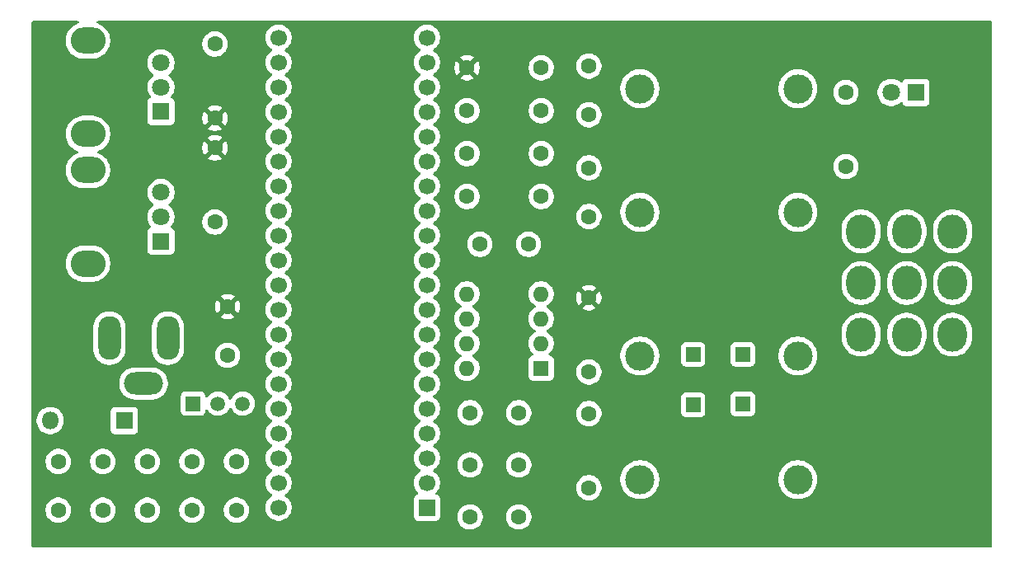
<source format=gbr>
%TF.GenerationSoftware,KiCad,Pcbnew,9.0.5*%
%TF.CreationDate,2025-10-30T20:13:30-05:00*%
%TF.ProjectId,wah,7761682e-6b69-4636-9164-5f7063625858,0.2*%
%TF.SameCoordinates,Original*%
%TF.FileFunction,Copper,L3,Inr*%
%TF.FilePolarity,Positive*%
%FSLAX46Y46*%
G04 Gerber Fmt 4.6, Leading zero omitted, Abs format (unit mm)*
G04 Created by KiCad (PCBNEW 9.0.5) date 2025-10-30 20:13:30*
%MOMM*%
%LPD*%
G01*
G04 APERTURE LIST*
%TA.AperFunction,ComponentPad*%
%ADD10R,1.800000X1.800000*%
%TD*%
%TA.AperFunction,ComponentPad*%
%ADD11O,1.800000X1.800000*%
%TD*%
%TA.AperFunction,ComponentPad*%
%ADD12C,1.600000*%
%TD*%
%TA.AperFunction,ComponentPad*%
%ADD13O,3.580000X2.720000*%
%TD*%
%TA.AperFunction,ComponentPad*%
%ADD14O,3.580000X2.696000*%
%TD*%
%TA.AperFunction,ComponentPad*%
%ADD15C,1.800000*%
%TD*%
%TA.AperFunction,ComponentPad*%
%ADD16R,1.500000X1.500000*%
%TD*%
%TA.AperFunction,ComponentPad*%
%ADD17C,1.500000*%
%TD*%
%TA.AperFunction,ComponentPad*%
%ADD18C,3.000000*%
%TD*%
%TA.AperFunction,ComponentPad*%
%ADD19O,2.300000X4.500000*%
%TD*%
%TA.AperFunction,ComponentPad*%
%ADD20O,4.000000X2.300000*%
%TD*%
%TA.AperFunction,ComponentPad*%
%ADD21O,3.000000X3.500000*%
%TD*%
%TA.AperFunction,ComponentPad*%
%ADD22R,1.600000X1.600000*%
%TD*%
%TA.AperFunction,ComponentPad*%
%ADD23O,1.600000X1.600000*%
%TD*%
%TA.AperFunction,ComponentPad*%
%ADD24R,1.700000X1.700000*%
%TD*%
%TA.AperFunction,ComponentPad*%
%ADD25C,1.700000*%
%TD*%
G04 APERTURE END LIST*
D10*
%TO.N,+9V*%
%TO.C,D1*%
X76800000Y-97735000D03*
D11*
%TO.N,Net-(D1-A)*%
X69180000Y-97735000D03*
%TD*%
D12*
%TO.N,/FX_IN*%
%TO.C,C11*%
X117300000Y-102285000D03*
%TO.N,Net-(C11-Pad2)*%
X112300000Y-102285000D03*
%TD*%
D13*
%TO.N,*%
%TO.C,RV2*%
X73062000Y-68296600D03*
D14*
X73050000Y-58708600D03*
D10*
%TO.N,GND*%
X80562000Y-65996600D03*
D15*
%TO.N,/POT2*%
X80562000Y-63496600D03*
%TO.N,VDD*%
X80562000Y-60996600D03*
%TD*%
D12*
%TO.N,Net-(C6-Pad1)*%
%TO.C,C6*%
X113300000Y-79635000D03*
%TO.N,/FX_OUT*%
X118300000Y-79635000D03*
%TD*%
D16*
%TO.N,GND*%
%TO.C,GND1*%
X140300000Y-90935000D03*
%TD*%
D12*
%TO.N,GND*%
%TO.C,R6*%
X86100000Y-59075000D03*
%TO.N,/VREF*%
X86100000Y-66695000D03*
%TD*%
D16*
%TO.N,Net-(U1C-V+)*%
%TO.C,U2*%
X83860000Y-95995000D03*
D17*
%TO.N,GND*%
X86400000Y-95995000D03*
%TO.N,+9V*%
X88940000Y-95995000D03*
%TD*%
D18*
%TO.N,GND*%
%TO.C,J3*%
X129737381Y-63655600D03*
%TO.N,N/C*%
X145967381Y-63655600D03*
%TO.N,Net-(J3-PadT)*%
X129737381Y-76355600D03*
%TO.N,N/C*%
X145967381Y-76355600D03*
%TD*%
D12*
%TO.N,+9V*%
%TO.C,C5*%
X88300000Y-101935000D03*
%TO.N,GND*%
X88300000Y-106935000D03*
%TD*%
%TO.N,/VREF*%
%TO.C,R2*%
X111990000Y-61511800D03*
%TO.N,Net-(U1B-+)*%
X119610000Y-61511800D03*
%TD*%
D19*
%TO.N,GND*%
%TO.C,J1*%
X81270000Y-89275000D03*
%TO.N,Net-(D1-A)*%
X75270000Y-89275000D03*
D20*
%TO.N,unconnected-(J1-Pad3)*%
X78770000Y-93925000D03*
%TD*%
D13*
%TO.N,*%
%TO.C,RV1*%
X73062000Y-81617000D03*
D14*
X73050000Y-72029000D03*
D10*
%TO.N,GND*%
X80562000Y-79317000D03*
D15*
%TO.N,/POT1*%
X80562000Y-76817000D03*
%TO.N,VDD*%
X80562000Y-74317000D03*
%TD*%
D12*
%TO.N,Net-(U1C-V+)*%
%TO.C,C8*%
X79150000Y-101935000D03*
%TO.N,GND*%
X79150000Y-106935000D03*
%TD*%
%TO.N,Net-(C11-Pad2)*%
%TO.C,R7*%
X124500000Y-104635000D03*
%TO.N,Net-(U1A-+)*%
X124500000Y-97015000D03*
%TD*%
%TO.N,/AUDIO_OUT*%
%TO.C,R1*%
X111990000Y-65919533D03*
%TO.N,Net-(C1-Pad1)*%
X119610000Y-65919533D03*
%TD*%
%TO.N,Net-(R9-Pad1)*%
%TO.C,R9*%
X150900000Y-71655000D03*
%TO.N,Net-(D2-A)*%
X150900000Y-64035000D03*
%TD*%
%TO.N,Net-(U1C-V+)*%
%TO.C,R5*%
X86100000Y-77355000D03*
%TO.N,/VREF*%
X86100000Y-69735000D03*
%TD*%
D10*
%TO.N,GND*%
%TO.C,D2*%
X158085000Y-64035000D03*
D15*
%TO.N,Net-(D2-A)*%
X155545000Y-64035000D03*
%TD*%
D12*
%TO.N,/VREF*%
%TO.C,C10*%
X87400000Y-86035000D03*
%TO.N,GND*%
X87400000Y-91035000D03*
%TD*%
%TO.N,+9V*%
%TO.C,C4*%
X83725000Y-101935000D03*
%TO.N,GND*%
X83725000Y-106935000D03*
%TD*%
D21*
%TO.N,Net-(SW1-A-Pad1)*%
%TO.C,SW1*%
X152450000Y-88915000D03*
%TO.N,Net-(J2-PadT)*%
X157150000Y-88915000D03*
%TO.N,/FX_IN*%
X161850000Y-88915000D03*
%TO.N,Net-(SW1-A-Pad1)*%
X152450000Y-83615000D03*
%TO.N,Net-(J3-PadT)*%
X157150000Y-83615000D03*
%TO.N,/FX_OUT*%
X161850000Y-83615000D03*
%TO.N,unconnected-(SW1-A-Pad7)*%
X152450000Y-78315000D03*
%TO.N,+9V*%
X157150000Y-78315000D03*
%TO.N,Net-(R9-Pad1)*%
X161850000Y-78315000D03*
%TD*%
D18*
%TO.N,GND*%
%TO.C,J2*%
X145967381Y-103810000D03*
%TO.N,N/C*%
X129737381Y-103810000D03*
%TO.N,Net-(J2-PadT)*%
X145967381Y-91110000D03*
%TO.N,N/C*%
X129737381Y-91110000D03*
%TD*%
D12*
%TO.N,Net-(U1B--)*%
%TO.C,R3*%
X119610000Y-74735000D03*
%TO.N,Net-(C6-Pad1)*%
X111990000Y-74735000D03*
%TD*%
%TO.N,Net-(U1C-V+)*%
%TO.C,C7*%
X74575000Y-101935000D03*
%TO.N,GND*%
X74575000Y-106935000D03*
%TD*%
%TO.N,+9V*%
%TO.C,C3*%
X70000000Y-101935000D03*
%TO.N,GND*%
X70000000Y-106935000D03*
%TD*%
%TO.N,/VREF*%
%TO.C,R8*%
X124500000Y-85135000D03*
%TO.N,Net-(U1A-+)*%
X124500000Y-92755000D03*
%TD*%
%TO.N,Net-(C1-Pad1)*%
%TO.C,C1*%
X124500000Y-71778600D03*
%TO.N,GND*%
X124500000Y-76778600D03*
%TD*%
%TO.N,Net-(C1-Pad1)*%
%TO.C,C2*%
X124500000Y-66335000D03*
%TO.N,Net-(U1B-+)*%
X124500000Y-61335000D03*
%TD*%
D22*
%TO.N,/AUDIO_IN*%
%TO.C,U1*%
X119600000Y-92355000D03*
D23*
X119600000Y-89815000D03*
%TO.N,Net-(U1A-+)*%
X119600000Y-87275000D03*
%TO.N,GND*%
X119600000Y-84735000D03*
%TO.N,Net-(U1B-+)*%
X111980000Y-84735000D03*
%TO.N,Net-(U1B--)*%
X111980000Y-87275000D03*
X111980000Y-89815000D03*
%TO.N,Net-(U1C-V+)*%
X111980000Y-92355000D03*
%TD*%
D12*
%TO.N,/FX_IN*%
%TO.C,C9*%
X117300000Y-107635000D03*
%TO.N,GND*%
X112300000Y-107635000D03*
%TD*%
%TO.N,/FX_OUT*%
%TO.C,R4*%
X111990000Y-70327267D03*
%TO.N,GND*%
X119610000Y-70327267D03*
%TD*%
D24*
%TO.N,unconnected-(A1-USB_ID-Pad1)*%
%TO.C,A1*%
X107867000Y-106676600D03*
D25*
%TO.N,unconnected-(A1-SD_DATA_3-Pad2)*%
X107867000Y-104136600D03*
%TO.N,unconnected-(A1-SD_DATA_2-Pad3)*%
X107867000Y-101596600D03*
%TO.N,unconnected-(A1-SD_DATA_1-Pad4)*%
X107867000Y-99056600D03*
%TO.N,unconnected-(A1-SD_DATA_0-Pad5)*%
X107867000Y-96516600D03*
%TO.N,unconnected-(A1-SD_CMD-Pad6)*%
X107867000Y-93976600D03*
%TO.N,unconnected-(A1-SD_CLK-Pad7)*%
X107867000Y-91436600D03*
%TO.N,unconnected-(A1-SPI1_CS-Pad8)*%
X107867000Y-88896600D03*
%TO.N,unconnected-(A1-SPI1_SCK-Pad9)*%
X107867000Y-86356600D03*
%TO.N,unconnected-(A1-SPI1_POCI-Pad10)*%
X107867000Y-83816600D03*
%TO.N,unconnected-(A1-SPI1_PICO-Pad11)*%
X107867000Y-81276600D03*
%TO.N,unconnected-(A1-I2C1_SCL-Pad12)*%
X107867000Y-78736600D03*
%TO.N,unconnected-(A1-I2C1_SDA-Pad13)*%
X107867000Y-76196600D03*
%TO.N,unconnected-(A1-USART1_TX-Pad14)*%
X107867000Y-73656600D03*
%TO.N,unconnected-(A1-USART1_RX-Pad15)*%
X107867000Y-71116600D03*
%TO.N,/AUDIO_IN*%
X107867000Y-68576600D03*
%TO.N,unconnected-(A1-AUDIO_IN_2-Pad17)*%
X107867000Y-66036600D03*
%TO.N,/AUDIO_OUT*%
X107867000Y-63496600D03*
%TO.N,unconnected-(A1-AUDIO_OUT_2-Pad19)*%
X107867000Y-60956600D03*
%TO.N,GND*%
X107867000Y-58416600D03*
%TO.N,VDD*%
X92627000Y-58416600D03*
%TO.N,unconnected-(A1-ADC_0-Pad22)*%
X92627000Y-60956600D03*
%TO.N,/POT2*%
X92627000Y-63496600D03*
%TO.N,/POT1*%
X92627000Y-66036600D03*
%TO.N,unconnected-(A1-ADC_3-Pad25)*%
X92627000Y-68576600D03*
%TO.N,unconnected-(A1-ADC_4-Pad26)*%
X92627000Y-71116600D03*
%TO.N,unconnected-(A1-ADC_5-Pad27)*%
X92627000Y-73656600D03*
%TO.N,unconnected-(A1-ADC_6-Pad28)*%
X92627000Y-76196600D03*
%TO.N,unconnected-(A1-DAC_OUT2-Pad29)*%
X92627000Y-78736600D03*
%TO.N,unconnected-(A1-DAC_OUT1-Pad30)*%
X92627000Y-81276600D03*
%TO.N,unconnected-(A1-SAI2_MCLK-Pad31)*%
X92627000Y-83816600D03*
%TO.N,unconnected-(A1-SAI2_SD_B-Pad32)*%
X92627000Y-86356600D03*
%TO.N,unconnected-(A1-SAI2_SD_A-Pad33)*%
X92627000Y-88896600D03*
%TO.N,unconnected-(A1-SAI2_FS-Pad34)*%
X92627000Y-91436600D03*
%TO.N,unconnected-(A1-SAI2_SCK-Pad35)*%
X92627000Y-93976600D03*
%TO.N,unconnected-(A1-USB_D_--Pad36)*%
X92627000Y-96516600D03*
%TO.N,unconnected-(A1-USB_D_+-Pad37)*%
X92627000Y-99056600D03*
%TO.N,unconnected-(A1-3V3_D-Pad38)*%
X92627000Y-101596600D03*
%TO.N,+9V*%
X92627000Y-104136600D03*
%TO.N,GND*%
X92627000Y-106676600D03*
%TD*%
D16*
%TO.N,/FX_IN*%
%TO.C,TP_IN1*%
X135200000Y-96135000D03*
%TD*%
D12*
%TO.N,Net-(U1A-+)*%
%TO.C,C12*%
X117300000Y-96935000D03*
%TO.N,GND*%
X112300000Y-96935000D03*
%TD*%
D16*
%TO.N,GND*%
%TO.C,GND2*%
X140300000Y-96035000D03*
%TD*%
%TO.N,/FX_OUT*%
%TO.C,TP_OUT1*%
X135200000Y-90935000D03*
%TD*%
%TA.AperFunction,Conductor*%
%TO.N,/VREF*%
G36*
X72087682Y-56719585D02*
G01*
X72133437Y-56772389D01*
X72143381Y-56841547D01*
X72114356Y-56905103D01*
X72055578Y-56942877D01*
X72052759Y-56943668D01*
X72031439Y-56949380D01*
X72012543Y-56954444D01*
X71788684Y-57047169D01*
X71788667Y-57047177D01*
X71578825Y-57168330D01*
X71386585Y-57315840D01*
X71386578Y-57315846D01*
X71215246Y-57487178D01*
X71215240Y-57487185D01*
X71067730Y-57679425D01*
X70946577Y-57889267D01*
X70946569Y-57889284D01*
X70853844Y-58113143D01*
X70791130Y-58347199D01*
X70791128Y-58347210D01*
X70759500Y-58587435D01*
X70759500Y-58829764D01*
X70775540Y-58951590D01*
X70791129Y-59069998D01*
X70819894Y-59177351D01*
X70853844Y-59304056D01*
X70946569Y-59527915D01*
X70946577Y-59527932D01*
X71067730Y-59737774D01*
X71215240Y-59930014D01*
X71215246Y-59930021D01*
X71386578Y-60101353D01*
X71386585Y-60101359D01*
X71578825Y-60248869D01*
X71788667Y-60370022D01*
X71788672Y-60370024D01*
X71788675Y-60370026D01*
X71788679Y-60370027D01*
X71788684Y-60370030D01*
X71801890Y-60375500D01*
X72012544Y-60462756D01*
X72246602Y-60525471D01*
X72486843Y-60557100D01*
X72486850Y-60557100D01*
X73613150Y-60557100D01*
X73613157Y-60557100D01*
X73853398Y-60525471D01*
X74087456Y-60462756D01*
X74311325Y-60370026D01*
X74521175Y-60248869D01*
X74713416Y-60101358D01*
X74884758Y-59930016D01*
X75032269Y-59737775D01*
X75153426Y-59527925D01*
X75246156Y-59304056D01*
X75308871Y-59069998D01*
X75321688Y-58972648D01*
X84799500Y-58972648D01*
X84799500Y-59177351D01*
X84831522Y-59379534D01*
X84894781Y-59574223D01*
X84987715Y-59756613D01*
X85108028Y-59922213D01*
X85252786Y-60066971D01*
X85407749Y-60179556D01*
X85418390Y-60187287D01*
X85534607Y-60246503D01*
X85600776Y-60280218D01*
X85600778Y-60280218D01*
X85600781Y-60280220D01*
X85681909Y-60306580D01*
X85795465Y-60343477D01*
X85896557Y-60359488D01*
X85997648Y-60375500D01*
X85997649Y-60375500D01*
X86202351Y-60375500D01*
X86202352Y-60375500D01*
X86404534Y-60343477D01*
X86599219Y-60280220D01*
X86781610Y-60187287D01*
X86923449Y-60084236D01*
X86947213Y-60066971D01*
X86947215Y-60066968D01*
X86947219Y-60066966D01*
X87091966Y-59922219D01*
X87091968Y-59922215D01*
X87091971Y-59922213D01*
X87144732Y-59849590D01*
X87212287Y-59756610D01*
X87305220Y-59574219D01*
X87368477Y-59379534D01*
X87400500Y-59177352D01*
X87400500Y-58972648D01*
X87368477Y-58770466D01*
X87305220Y-58575781D01*
X87305218Y-58575778D01*
X87305218Y-58575776D01*
X87212286Y-58393389D01*
X87201343Y-58378327D01*
X87201342Y-58378326D01*
X87178735Y-58347210D01*
X87151928Y-58310313D01*
X91276500Y-58310313D01*
X91276500Y-58522887D01*
X91309754Y-58732843D01*
X91341243Y-58829757D01*
X91375444Y-58935014D01*
X91471951Y-59124420D01*
X91596890Y-59296386D01*
X91747213Y-59446709D01*
X91919182Y-59571650D01*
X91927946Y-59576116D01*
X91978742Y-59624091D01*
X91995536Y-59691912D01*
X91972998Y-59758047D01*
X91927946Y-59797084D01*
X91919182Y-59801549D01*
X91747213Y-59926490D01*
X91596890Y-60076813D01*
X91471951Y-60248779D01*
X91375444Y-60438185D01*
X91309753Y-60640360D01*
X91276500Y-60850313D01*
X91276500Y-61062886D01*
X91303387Y-61232648D01*
X91309754Y-61272843D01*
X91363206Y-61437352D01*
X91375444Y-61475014D01*
X91471951Y-61664420D01*
X91596890Y-61836386D01*
X91747213Y-61986709D01*
X91919182Y-62111650D01*
X91927946Y-62116116D01*
X91978742Y-62164091D01*
X91995536Y-62231912D01*
X91972998Y-62298047D01*
X91927946Y-62337084D01*
X91919182Y-62341549D01*
X91747213Y-62466490D01*
X91596890Y-62616813D01*
X91471951Y-62788779D01*
X91375444Y-62978185D01*
X91309753Y-63180360D01*
X91276500Y-63390313D01*
X91276500Y-63602886D01*
X91305617Y-63786727D01*
X91309754Y-63812843D01*
X91348681Y-63932648D01*
X91375444Y-64015014D01*
X91471951Y-64204420D01*
X91596890Y-64376386D01*
X91747213Y-64526709D01*
X91919182Y-64651650D01*
X91927946Y-64656116D01*
X91978742Y-64704091D01*
X91995536Y-64771912D01*
X91972998Y-64838047D01*
X91927946Y-64877084D01*
X91919182Y-64881549D01*
X91747213Y-65006490D01*
X91596890Y-65156813D01*
X91471951Y-65328779D01*
X91375444Y-65518185D01*
X91309753Y-65720360D01*
X91276500Y-65930313D01*
X91276500Y-66142886D01*
X91300592Y-66295000D01*
X91309754Y-66352843D01*
X91370762Y-66540606D01*
X91375444Y-66555014D01*
X91471951Y-66744420D01*
X91596890Y-66916386D01*
X91747213Y-67066709D01*
X91919182Y-67191650D01*
X91927946Y-67196116D01*
X91978742Y-67244091D01*
X91995536Y-67311912D01*
X91972998Y-67378047D01*
X91927946Y-67417084D01*
X91919182Y-67421549D01*
X91747213Y-67546490D01*
X91596890Y-67696813D01*
X91471951Y-67868779D01*
X91375444Y-68058185D01*
X91309753Y-68260360D01*
X91284699Y-68418544D01*
X91276500Y-68470313D01*
X91276500Y-68682887D01*
X91309754Y-68892843D01*
X91363673Y-69058789D01*
X91375444Y-69095014D01*
X91471951Y-69284420D01*
X91596890Y-69456386D01*
X91747213Y-69606709D01*
X91919182Y-69731650D01*
X91927946Y-69736116D01*
X91978742Y-69784091D01*
X91995536Y-69851912D01*
X91972998Y-69918047D01*
X91927946Y-69957084D01*
X91919182Y-69961549D01*
X91747213Y-70086490D01*
X91596890Y-70236813D01*
X91471951Y-70408779D01*
X91375444Y-70598185D01*
X91309753Y-70800360D01*
X91276500Y-71010313D01*
X91276500Y-71222886D01*
X91296706Y-71350465D01*
X91309754Y-71432843D01*
X91348681Y-71552648D01*
X91375444Y-71635014D01*
X91471951Y-71824420D01*
X91596890Y-71996386D01*
X91747213Y-72146709D01*
X91919182Y-72271650D01*
X91927946Y-72276116D01*
X91978742Y-72324091D01*
X91995536Y-72391912D01*
X91972998Y-72458047D01*
X91927946Y-72497084D01*
X91919182Y-72501549D01*
X91747213Y-72626490D01*
X91596890Y-72776813D01*
X91471951Y-72948779D01*
X91375444Y-73138185D01*
X91309753Y-73340360D01*
X91299573Y-73404635D01*
X91276500Y-73550313D01*
X91276500Y-73762887D01*
X91309754Y-73972843D01*
X91335925Y-74053390D01*
X91375444Y-74175014D01*
X91471951Y-74364420D01*
X91596890Y-74536386D01*
X91747213Y-74686709D01*
X91919182Y-74811650D01*
X91927946Y-74816116D01*
X91978742Y-74864091D01*
X91995536Y-74931912D01*
X91972998Y-74998047D01*
X91927946Y-75037084D01*
X91919182Y-75041549D01*
X91747213Y-75166490D01*
X91596890Y-75316813D01*
X91471951Y-75488779D01*
X91375444Y-75678185D01*
X91309753Y-75880360D01*
X91276500Y-76090313D01*
X91276500Y-76302886D01*
X91305617Y-76486727D01*
X91309754Y-76512843D01*
X91348814Y-76633058D01*
X91375444Y-76715014D01*
X91471951Y-76904420D01*
X91596890Y-77076386D01*
X91747213Y-77226709D01*
X91919182Y-77351650D01*
X91927946Y-77356116D01*
X91978742Y-77404091D01*
X91995536Y-77471912D01*
X91972998Y-77538047D01*
X91927946Y-77577084D01*
X91919182Y-77581549D01*
X91747213Y-77706490D01*
X91596890Y-77856813D01*
X91471951Y-78028779D01*
X91375444Y-78218185D01*
X91309753Y-78420360D01*
X91276500Y-78630313D01*
X91276500Y-78842886D01*
X91294433Y-78956114D01*
X91309754Y-79052843D01*
X91336702Y-79135781D01*
X91375444Y-79255014D01*
X91471951Y-79444420D01*
X91596890Y-79616386D01*
X91747213Y-79766709D01*
X91919182Y-79891650D01*
X91927946Y-79896116D01*
X91978742Y-79944091D01*
X91995536Y-80011912D01*
X91972998Y-80078047D01*
X91927946Y-80117084D01*
X91919182Y-80121549D01*
X91747213Y-80246490D01*
X91596890Y-80396813D01*
X91471951Y-80568779D01*
X91375444Y-80758185D01*
X91309753Y-80960360D01*
X91300675Y-81017679D01*
X91276500Y-81170313D01*
X91276500Y-81382887D01*
X91309754Y-81592843D01*
X91357225Y-81738944D01*
X91375444Y-81795014D01*
X91471951Y-81984420D01*
X91596890Y-82156386D01*
X91747213Y-82306709D01*
X91919182Y-82431650D01*
X91927946Y-82436116D01*
X91978742Y-82484091D01*
X91995536Y-82551912D01*
X91972998Y-82618047D01*
X91927946Y-82657084D01*
X91919182Y-82661549D01*
X91747213Y-82786490D01*
X91596890Y-82936813D01*
X91471951Y-83108779D01*
X91375444Y-83298185D01*
X91309753Y-83500360D01*
X91276500Y-83710313D01*
X91276500Y-83922886D01*
X91297507Y-84055523D01*
X91309754Y-84132843D01*
X91349807Y-84256114D01*
X91375444Y-84335014D01*
X91471951Y-84524420D01*
X91596890Y-84696386D01*
X91747213Y-84846709D01*
X91919182Y-84971650D01*
X91927946Y-84976116D01*
X91978742Y-85024091D01*
X91995536Y-85091912D01*
X91972998Y-85158047D01*
X91927946Y-85197084D01*
X91919182Y-85201549D01*
X91747213Y-85326490D01*
X91596890Y-85476813D01*
X91471951Y-85648779D01*
X91375444Y-85838185D01*
X91375443Y-85838187D01*
X91375443Y-85838188D01*
X91357141Y-85894515D01*
X91309753Y-86040360D01*
X91276500Y-86250313D01*
X91276500Y-86462886D01*
X91308432Y-86664500D01*
X91309754Y-86672843D01*
X91372824Y-86866953D01*
X91375444Y-86875014D01*
X91471951Y-87064420D01*
X91596890Y-87236386D01*
X91747213Y-87386709D01*
X91919182Y-87511650D01*
X91927946Y-87516116D01*
X91978742Y-87564091D01*
X91995536Y-87631912D01*
X91972998Y-87698047D01*
X91927946Y-87737084D01*
X91919182Y-87741549D01*
X91747213Y-87866490D01*
X91596890Y-88016813D01*
X91471951Y-88188779D01*
X91375444Y-88378185D01*
X91309753Y-88580360D01*
X91290374Y-88702715D01*
X91276500Y-88790313D01*
X91276500Y-89002887D01*
X91309754Y-89212843D01*
X91341958Y-89311957D01*
X91375444Y-89415014D01*
X91471951Y-89604420D01*
X91596890Y-89776386D01*
X91747213Y-89926709D01*
X91919182Y-90051650D01*
X91927946Y-90056116D01*
X91978742Y-90104091D01*
X91995536Y-90171912D01*
X91972998Y-90238047D01*
X91927946Y-90277084D01*
X91919182Y-90281549D01*
X91747213Y-90406490D01*
X91596890Y-90556813D01*
X91471951Y-90728779D01*
X91375444Y-90918185D01*
X91309753Y-91120360D01*
X91276500Y-91330313D01*
X91276500Y-91542886D01*
X91306592Y-91732883D01*
X91309754Y-91752843D01*
X91360098Y-91907786D01*
X91375444Y-91955014D01*
X91471951Y-92144420D01*
X91596890Y-92316386D01*
X91747213Y-92466709D01*
X91919182Y-92591650D01*
X91927946Y-92596116D01*
X91978742Y-92644091D01*
X91995536Y-92711912D01*
X91972998Y-92778047D01*
X91927946Y-92817084D01*
X91919182Y-92821549D01*
X91747213Y-92946490D01*
X91596890Y-93096813D01*
X91471951Y-93268779D01*
X91375444Y-93458185D01*
X91309753Y-93660360D01*
X91276500Y-93870313D01*
X91276500Y-94082886D01*
X91309753Y-94292839D01*
X91375444Y-94495014D01*
X91471951Y-94684420D01*
X91596890Y-94856386D01*
X91747213Y-95006709D01*
X91919182Y-95131650D01*
X91927946Y-95136116D01*
X91978742Y-95184091D01*
X91995536Y-95251912D01*
X91972998Y-95318047D01*
X91927946Y-95357084D01*
X91919182Y-95361549D01*
X91747213Y-95486490D01*
X91596890Y-95636813D01*
X91471951Y-95808779D01*
X91375444Y-95998185D01*
X91309753Y-96200360D01*
X91283046Y-96368985D01*
X91276500Y-96410313D01*
X91276500Y-96622887D01*
X91281805Y-96656381D01*
X91302514Y-96787135D01*
X91309754Y-96832843D01*
X91372947Y-97027331D01*
X91375444Y-97035014D01*
X91471951Y-97224420D01*
X91596890Y-97396386D01*
X91747213Y-97546709D01*
X91919182Y-97671650D01*
X91927946Y-97676116D01*
X91978742Y-97724091D01*
X91995536Y-97791912D01*
X91972998Y-97858047D01*
X91927946Y-97897084D01*
X91919182Y-97901549D01*
X91747213Y-98026490D01*
X91596890Y-98176813D01*
X91471951Y-98348779D01*
X91375444Y-98538185D01*
X91309753Y-98740360D01*
X91276500Y-98950313D01*
X91276500Y-99162886D01*
X91309753Y-99372839D01*
X91375444Y-99575014D01*
X91471951Y-99764420D01*
X91596890Y-99936386D01*
X91747213Y-100086709D01*
X91919182Y-100211650D01*
X91927946Y-100216116D01*
X91978742Y-100264091D01*
X91995536Y-100331912D01*
X91972998Y-100398047D01*
X91927946Y-100437084D01*
X91919182Y-100441549D01*
X91747213Y-100566490D01*
X91596890Y-100716813D01*
X91471951Y-100888779D01*
X91375444Y-101078185D01*
X91309753Y-101280360D01*
X91276500Y-101490313D01*
X91276500Y-101702887D01*
X91309754Y-101912843D01*
X91350209Y-102037351D01*
X91375444Y-102115014D01*
X91471951Y-102304420D01*
X91596890Y-102476386D01*
X91747213Y-102626709D01*
X91919182Y-102751650D01*
X91927946Y-102756116D01*
X91978742Y-102804091D01*
X91995536Y-102871912D01*
X91972998Y-102938047D01*
X91927946Y-102977084D01*
X91919182Y-102981549D01*
X91747213Y-103106490D01*
X91596890Y-103256813D01*
X91471951Y-103428779D01*
X91375444Y-103618185D01*
X91309753Y-103820360D01*
X91276500Y-104030313D01*
X91276500Y-104242886D01*
X91309753Y-104452839D01*
X91309753Y-104452841D01*
X91309754Y-104452843D01*
X91335684Y-104532648D01*
X91375444Y-104655014D01*
X91471951Y-104844420D01*
X91596890Y-105016386D01*
X91747213Y-105166709D01*
X91919182Y-105291650D01*
X91927946Y-105296116D01*
X91978742Y-105344091D01*
X91995536Y-105411912D01*
X91972998Y-105478047D01*
X91927946Y-105517084D01*
X91919182Y-105521549D01*
X91747213Y-105646490D01*
X91596890Y-105796813D01*
X91471951Y-105968779D01*
X91375444Y-106158185D01*
X91309753Y-106360360D01*
X91276500Y-106570313D01*
X91276500Y-106782886D01*
X91309753Y-106992839D01*
X91375444Y-107195014D01*
X91471951Y-107384420D01*
X91596890Y-107556386D01*
X91747213Y-107706709D01*
X91919179Y-107831648D01*
X91919181Y-107831649D01*
X91919184Y-107831651D01*
X92108588Y-107928157D01*
X92310757Y-107993846D01*
X92520713Y-108027100D01*
X92520714Y-108027100D01*
X92733286Y-108027100D01*
X92733287Y-108027100D01*
X92943243Y-107993846D01*
X93145412Y-107928157D01*
X93334816Y-107831651D01*
X93421138Y-107768935D01*
X93506786Y-107706709D01*
X93506788Y-107706706D01*
X93506792Y-107706704D01*
X93657104Y-107556392D01*
X93657106Y-107556388D01*
X93657109Y-107556386D01*
X93782048Y-107384420D01*
X93782047Y-107384420D01*
X93782051Y-107384416D01*
X93878557Y-107195012D01*
X93944246Y-106992843D01*
X93977500Y-106782887D01*
X93977500Y-106570313D01*
X93944246Y-106360357D01*
X93878557Y-106158188D01*
X93782051Y-105968784D01*
X93782049Y-105968781D01*
X93782048Y-105968779D01*
X93657109Y-105796813D01*
X93506786Y-105646490D01*
X93334820Y-105521551D01*
X93334115Y-105521191D01*
X93326054Y-105517085D01*
X93275259Y-105469112D01*
X93258463Y-105401292D01*
X93280999Y-105335156D01*
X93326054Y-105296115D01*
X93334816Y-105291651D01*
X93424554Y-105226453D01*
X93506786Y-105166709D01*
X93506788Y-105166706D01*
X93506792Y-105166704D01*
X93657104Y-105016392D01*
X93657106Y-105016388D01*
X93657109Y-105016386D01*
X93782048Y-104844420D01*
X93782047Y-104844420D01*
X93782051Y-104844416D01*
X93878557Y-104655012D01*
X93944246Y-104452843D01*
X93977500Y-104242887D01*
X93977500Y-104030313D01*
X93944246Y-103820357D01*
X93878557Y-103618188D01*
X93782051Y-103428784D01*
X93782049Y-103428781D01*
X93782048Y-103428779D01*
X93657109Y-103256813D01*
X93506786Y-103106490D01*
X93334820Y-102981551D01*
X93334115Y-102981191D01*
X93326054Y-102977085D01*
X93275259Y-102929112D01*
X93258463Y-102861292D01*
X93280999Y-102795156D01*
X93326054Y-102756115D01*
X93334816Y-102751651D01*
X93356789Y-102735686D01*
X93506786Y-102626709D01*
X93506788Y-102626706D01*
X93506792Y-102626704D01*
X93657104Y-102476392D01*
X93657106Y-102476388D01*
X93657109Y-102476386D01*
X93782048Y-102304420D01*
X93782047Y-102304420D01*
X93782051Y-102304416D01*
X93878557Y-102115012D01*
X93944246Y-101912843D01*
X93977500Y-101702887D01*
X93977500Y-101490313D01*
X93944246Y-101280357D01*
X93878557Y-101078188D01*
X93782051Y-100888784D01*
X93782049Y-100888781D01*
X93782048Y-100888779D01*
X93657109Y-100716813D01*
X93506786Y-100566490D01*
X93334820Y-100441551D01*
X93334115Y-100441191D01*
X93326054Y-100437085D01*
X93275259Y-100389112D01*
X93258463Y-100321292D01*
X93280999Y-100255156D01*
X93326054Y-100216115D01*
X93334816Y-100211651D01*
X93356789Y-100195686D01*
X93506786Y-100086709D01*
X93506788Y-100086706D01*
X93506792Y-100086704D01*
X93657104Y-99936392D01*
X93657106Y-99936388D01*
X93657109Y-99936386D01*
X93782048Y-99764420D01*
X93782047Y-99764420D01*
X93782051Y-99764416D01*
X93878557Y-99575012D01*
X93944246Y-99372843D01*
X93977500Y-99162887D01*
X93977500Y-98950313D01*
X93944246Y-98740357D01*
X93878557Y-98538188D01*
X93782051Y-98348784D01*
X93782049Y-98348781D01*
X93782048Y-98348779D01*
X93657109Y-98176813D01*
X93506786Y-98026490D01*
X93334820Y-97901551D01*
X93334115Y-97901191D01*
X93326054Y-97897085D01*
X93275259Y-97849112D01*
X93258463Y-97781292D01*
X93280999Y-97715156D01*
X93326054Y-97676115D01*
X93334816Y-97671651D01*
X93410574Y-97616610D01*
X93506786Y-97546709D01*
X93506788Y-97546706D01*
X93506792Y-97546704D01*
X93657104Y-97396392D01*
X93657106Y-97396388D01*
X93657109Y-97396386D01*
X93782048Y-97224420D01*
X93782047Y-97224420D01*
X93782051Y-97224416D01*
X93878557Y-97035012D01*
X93944246Y-96832843D01*
X93977500Y-96622887D01*
X93977500Y-96410313D01*
X93944246Y-96200357D01*
X93878557Y-95998188D01*
X93782051Y-95808784D01*
X93782049Y-95808781D01*
X93782048Y-95808779D01*
X93657109Y-95636813D01*
X93506786Y-95486490D01*
X93334820Y-95361551D01*
X93334115Y-95361191D01*
X93326054Y-95357085D01*
X93275259Y-95309112D01*
X93258463Y-95241292D01*
X93280999Y-95175156D01*
X93326054Y-95136115D01*
X93334816Y-95131651D01*
X93369950Y-95106125D01*
X93506786Y-95006709D01*
X93506788Y-95006706D01*
X93506792Y-95006704D01*
X93657104Y-94856392D01*
X93657106Y-94856388D01*
X93657109Y-94856386D01*
X93782048Y-94684420D01*
X93782047Y-94684420D01*
X93782051Y-94684416D01*
X93878557Y-94495012D01*
X93944246Y-94292843D01*
X93977500Y-94082887D01*
X93977500Y-93870313D01*
X93944246Y-93660357D01*
X93878557Y-93458188D01*
X93782051Y-93268784D01*
X93782049Y-93268781D01*
X93782048Y-93268779D01*
X93657109Y-93096813D01*
X93506786Y-92946490D01*
X93334820Y-92821551D01*
X93334115Y-92821191D01*
X93326054Y-92817085D01*
X93275259Y-92769112D01*
X93258463Y-92701292D01*
X93280999Y-92635156D01*
X93326054Y-92596115D01*
X93334816Y-92591651D01*
X93356789Y-92575686D01*
X93506786Y-92466709D01*
X93506788Y-92466706D01*
X93506792Y-92466704D01*
X93657104Y-92316392D01*
X93657106Y-92316388D01*
X93657109Y-92316386D01*
X93782048Y-92144420D01*
X93782047Y-92144420D01*
X93782051Y-92144416D01*
X93878557Y-91955012D01*
X93944246Y-91752843D01*
X93977500Y-91542887D01*
X93977500Y-91330313D01*
X93944246Y-91120357D01*
X93878557Y-90918188D01*
X93782051Y-90728784D01*
X93782049Y-90728781D01*
X93782048Y-90728779D01*
X93657109Y-90556813D01*
X93506786Y-90406490D01*
X93334820Y-90281551D01*
X93334115Y-90281191D01*
X93326054Y-90277085D01*
X93275259Y-90229112D01*
X93258463Y-90161292D01*
X93280999Y-90095156D01*
X93326054Y-90056115D01*
X93334816Y-90051651D01*
X93356789Y-90035686D01*
X93506786Y-89926709D01*
X93506788Y-89926706D01*
X93506792Y-89926704D01*
X93657104Y-89776392D01*
X93657106Y-89776388D01*
X93657109Y-89776386D01*
X93782048Y-89604420D01*
X93782047Y-89604420D01*
X93782051Y-89604416D01*
X93878557Y-89415012D01*
X93944246Y-89212843D01*
X93977500Y-89002887D01*
X93977500Y-88790313D01*
X93944246Y-88580357D01*
X93878557Y-88378188D01*
X93782051Y-88188784D01*
X93782049Y-88188781D01*
X93782048Y-88188779D01*
X93657109Y-88016813D01*
X93506786Y-87866490D01*
X93334820Y-87741551D01*
X93334115Y-87741191D01*
X93326054Y-87737085D01*
X93275259Y-87689112D01*
X93258463Y-87621292D01*
X93280999Y-87555156D01*
X93326054Y-87516115D01*
X93334816Y-87511651D01*
X93356789Y-87495686D01*
X93506786Y-87386709D01*
X93506788Y-87386706D01*
X93506792Y-87386704D01*
X93657104Y-87236392D01*
X93657106Y-87236388D01*
X93657109Y-87236386D01*
X93782048Y-87064420D01*
X93782047Y-87064420D01*
X93782051Y-87064416D01*
X93878557Y-86875012D01*
X93944246Y-86672843D01*
X93977500Y-86462887D01*
X93977500Y-86250313D01*
X93944246Y-86040357D01*
X93878557Y-85838188D01*
X93782051Y-85648784D01*
X93782049Y-85648781D01*
X93782048Y-85648779D01*
X93657109Y-85476813D01*
X93506786Y-85326490D01*
X93334820Y-85201551D01*
X93334115Y-85201191D01*
X93326054Y-85197085D01*
X93275259Y-85149112D01*
X93258463Y-85081292D01*
X93280999Y-85015156D01*
X93326054Y-84976115D01*
X93334816Y-84971651D01*
X93357014Y-84955523D01*
X93506786Y-84846709D01*
X93506788Y-84846706D01*
X93506792Y-84846704D01*
X93657104Y-84696392D01*
X93657106Y-84696388D01*
X93657109Y-84696386D01*
X93782048Y-84524420D01*
X93782047Y-84524420D01*
X93782051Y-84524416D01*
X93878557Y-84335012D01*
X93944246Y-84132843D01*
X93977500Y-83922887D01*
X93977500Y-83710313D01*
X93944246Y-83500357D01*
X93878557Y-83298188D01*
X93782051Y-83108784D01*
X93782049Y-83108781D01*
X93782048Y-83108779D01*
X93657109Y-82936813D01*
X93506786Y-82786490D01*
X93334820Y-82661551D01*
X93334115Y-82661191D01*
X93326054Y-82657085D01*
X93275259Y-82609112D01*
X93258463Y-82541292D01*
X93280999Y-82475156D01*
X93326054Y-82436115D01*
X93334816Y-82431651D01*
X93356789Y-82415686D01*
X93506786Y-82306709D01*
X93506788Y-82306706D01*
X93506792Y-82306704D01*
X93657104Y-82156392D01*
X93657106Y-82156388D01*
X93657109Y-82156386D01*
X93782048Y-81984420D01*
X93782047Y-81984420D01*
X93782051Y-81984416D01*
X93878557Y-81795012D01*
X93944246Y-81592843D01*
X93977500Y-81382887D01*
X93977500Y-81170313D01*
X93944246Y-80960357D01*
X93878557Y-80758188D01*
X93782051Y-80568784D01*
X93782049Y-80568781D01*
X93782048Y-80568779D01*
X93657109Y-80396813D01*
X93506786Y-80246490D01*
X93334820Y-80121551D01*
X93334115Y-80121191D01*
X93326054Y-80117085D01*
X93275259Y-80069112D01*
X93258463Y-80001292D01*
X93280999Y-79935156D01*
X93326054Y-79896115D01*
X93334816Y-79891651D01*
X93390140Y-79851456D01*
X93506786Y-79766709D01*
X93506788Y-79766706D01*
X93506792Y-79766704D01*
X93657104Y-79616392D01*
X93657106Y-79616388D01*
X93657109Y-79616386D01*
X93766086Y-79466389D01*
X93782051Y-79444416D01*
X93878557Y-79255012D01*
X93944246Y-79052843D01*
X93977500Y-78842887D01*
X93977500Y-78630313D01*
X93944246Y-78420357D01*
X93878557Y-78218188D01*
X93782051Y-78028784D01*
X93782049Y-78028781D01*
X93782048Y-78028779D01*
X93657109Y-77856813D01*
X93506786Y-77706490D01*
X93334820Y-77581551D01*
X93334115Y-77581191D01*
X93326054Y-77577085D01*
X93275259Y-77529112D01*
X93258463Y-77461292D01*
X93280999Y-77395156D01*
X93326054Y-77356115D01*
X93334816Y-77351651D01*
X93356789Y-77335686D01*
X93506786Y-77226709D01*
X93506788Y-77226706D01*
X93506792Y-77226704D01*
X93657104Y-77076392D01*
X93657106Y-77076388D01*
X93657109Y-77076386D01*
X93782048Y-76904420D01*
X93782047Y-76904420D01*
X93782051Y-76904416D01*
X93878557Y-76715012D01*
X93944246Y-76512843D01*
X93977500Y-76302887D01*
X93977500Y-76090313D01*
X93944246Y-75880357D01*
X93878557Y-75678188D01*
X93782051Y-75488784D01*
X93782049Y-75488781D01*
X93782048Y-75488779D01*
X93657109Y-75316813D01*
X93506786Y-75166490D01*
X93334820Y-75041551D01*
X93330861Y-75039534D01*
X93326054Y-75037085D01*
X93275259Y-74989112D01*
X93258463Y-74921292D01*
X93280999Y-74855156D01*
X93326054Y-74816115D01*
X93334816Y-74811651D01*
X93356789Y-74795686D01*
X93506786Y-74686709D01*
X93506788Y-74686706D01*
X93506792Y-74686704D01*
X93657104Y-74536392D01*
X93657106Y-74536388D01*
X93657109Y-74536386D01*
X93782048Y-74364420D01*
X93782047Y-74364420D01*
X93782051Y-74364416D01*
X93878557Y-74175012D01*
X93944246Y-73972843D01*
X93977500Y-73762887D01*
X93977500Y-73550313D01*
X93944246Y-73340357D01*
X93878557Y-73138188D01*
X93782051Y-72948784D01*
X93782049Y-72948781D01*
X93782048Y-72948779D01*
X93657109Y-72776813D01*
X93506786Y-72626490D01*
X93334820Y-72501551D01*
X93334115Y-72501191D01*
X93326054Y-72497085D01*
X93275259Y-72449112D01*
X93258463Y-72381292D01*
X93280999Y-72315156D01*
X93326054Y-72276115D01*
X93334816Y-72271651D01*
X93356789Y-72255686D01*
X93506786Y-72146709D01*
X93506788Y-72146706D01*
X93506792Y-72146704D01*
X93657104Y-71996392D01*
X93657106Y-71996388D01*
X93657109Y-71996386D01*
X93782048Y-71824420D01*
X93782047Y-71824420D01*
X93782051Y-71824416D01*
X93878557Y-71635012D01*
X93944246Y-71432843D01*
X93977500Y-71222887D01*
X93977500Y-71010313D01*
X93944246Y-70800357D01*
X93878557Y-70598188D01*
X93782051Y-70408784D01*
X93782049Y-70408781D01*
X93782048Y-70408779D01*
X93657109Y-70236813D01*
X93506786Y-70086490D01*
X93334820Y-69961551D01*
X93334115Y-69961191D01*
X93326054Y-69957085D01*
X93275259Y-69909112D01*
X93258463Y-69841292D01*
X93280999Y-69775156D01*
X93326054Y-69736115D01*
X93334816Y-69731651D01*
X93356789Y-69715686D01*
X93506786Y-69606709D01*
X93506788Y-69606706D01*
X93506792Y-69606704D01*
X93657104Y-69456392D01*
X93657106Y-69456388D01*
X93657109Y-69456386D01*
X93782048Y-69284420D01*
X93782047Y-69284420D01*
X93782051Y-69284416D01*
X93878557Y-69095012D01*
X93944246Y-68892843D01*
X93977500Y-68682887D01*
X93977500Y-68470313D01*
X93944246Y-68260357D01*
X93878557Y-68058188D01*
X93782051Y-67868784D01*
X93782049Y-67868781D01*
X93782048Y-67868779D01*
X93657109Y-67696813D01*
X93506786Y-67546490D01*
X93334820Y-67421551D01*
X93333583Y-67420921D01*
X93326054Y-67417085D01*
X93275259Y-67369112D01*
X93258463Y-67301292D01*
X93280999Y-67235156D01*
X93326054Y-67196115D01*
X93334816Y-67191651D01*
X93407374Y-67138935D01*
X93506786Y-67066709D01*
X93506788Y-67066706D01*
X93506792Y-67066704D01*
X93657104Y-66916392D01*
X93657106Y-66916388D01*
X93657109Y-66916386D01*
X93782048Y-66744420D01*
X93782047Y-66744420D01*
X93782051Y-66744416D01*
X93878557Y-66555012D01*
X93944246Y-66352843D01*
X93977500Y-66142887D01*
X93977500Y-65930313D01*
X93944246Y-65720357D01*
X93878557Y-65518188D01*
X93782051Y-65328784D01*
X93782049Y-65328781D01*
X93782048Y-65328779D01*
X93657109Y-65156813D01*
X93506786Y-65006490D01*
X93334820Y-64881551D01*
X93334115Y-64881191D01*
X93326054Y-64877085D01*
X93275259Y-64829112D01*
X93258463Y-64761292D01*
X93280999Y-64695156D01*
X93326054Y-64656115D01*
X93334816Y-64651651D01*
X93443613Y-64572606D01*
X93506786Y-64526709D01*
X93506788Y-64526706D01*
X93506792Y-64526704D01*
X93657104Y-64376392D01*
X93657106Y-64376388D01*
X93657109Y-64376386D01*
X93782048Y-64204420D01*
X93782047Y-64204420D01*
X93782051Y-64204416D01*
X93878557Y-64015012D01*
X93944246Y-63812843D01*
X93977500Y-63602887D01*
X93977500Y-63390313D01*
X93944246Y-63180357D01*
X93878557Y-62978188D01*
X93782051Y-62788784D01*
X93782049Y-62788781D01*
X93782048Y-62788779D01*
X93657109Y-62616813D01*
X93506786Y-62466490D01*
X93334820Y-62341551D01*
X93334115Y-62341191D01*
X93326054Y-62337085D01*
X93275259Y-62289112D01*
X93258463Y-62221292D01*
X93280999Y-62155156D01*
X93326054Y-62116115D01*
X93334816Y-62111651D01*
X93473320Y-62011023D01*
X93506786Y-61986709D01*
X93506788Y-61986706D01*
X93506792Y-61986704D01*
X93657104Y-61836392D01*
X93657106Y-61836388D01*
X93657109Y-61836386D01*
X93782048Y-61664420D01*
X93782047Y-61664420D01*
X93782051Y-61664416D01*
X93878557Y-61475012D01*
X93944246Y-61272843D01*
X93977500Y-61062887D01*
X93977500Y-60850313D01*
X93944246Y-60640357D01*
X93878557Y-60438188D01*
X93782051Y-60248784D01*
X93782049Y-60248781D01*
X93782048Y-60248779D01*
X93657109Y-60076813D01*
X93506786Y-59926490D01*
X93334820Y-59801551D01*
X93329391Y-59798785D01*
X93326054Y-59797085D01*
X93275259Y-59749112D01*
X93258463Y-59681292D01*
X93280999Y-59615156D01*
X93326054Y-59576115D01*
X93334816Y-59571651D01*
X93356789Y-59555686D01*
X93506786Y-59446709D01*
X93506788Y-59446706D01*
X93506792Y-59446704D01*
X93657104Y-59296392D01*
X93657106Y-59296388D01*
X93657109Y-59296386D01*
X93782048Y-59124420D01*
X93782047Y-59124420D01*
X93782051Y-59124416D01*
X93878557Y-58935012D01*
X93944246Y-58732843D01*
X93977500Y-58522887D01*
X93977500Y-58310313D01*
X106516500Y-58310313D01*
X106516500Y-58522887D01*
X106549754Y-58732843D01*
X106581243Y-58829757D01*
X106615444Y-58935014D01*
X106711951Y-59124420D01*
X106836890Y-59296386D01*
X106987213Y-59446709D01*
X107159182Y-59571650D01*
X107167946Y-59576116D01*
X107218742Y-59624091D01*
X107235536Y-59691912D01*
X107212998Y-59758047D01*
X107167946Y-59797084D01*
X107159182Y-59801549D01*
X106987213Y-59926490D01*
X106836890Y-60076813D01*
X106711951Y-60248779D01*
X106615444Y-60438185D01*
X106549753Y-60640360D01*
X106516500Y-60850313D01*
X106516500Y-61062886D01*
X106543387Y-61232648D01*
X106549754Y-61272843D01*
X106603206Y-61437352D01*
X106615444Y-61475014D01*
X106711951Y-61664420D01*
X106836890Y-61836386D01*
X106987213Y-61986709D01*
X107159182Y-62111650D01*
X107167946Y-62116116D01*
X107218742Y-62164091D01*
X107235536Y-62231912D01*
X107212998Y-62298047D01*
X107167946Y-62337084D01*
X107159182Y-62341549D01*
X106987213Y-62466490D01*
X106836890Y-62616813D01*
X106711951Y-62788779D01*
X106615444Y-62978185D01*
X106549753Y-63180360D01*
X106516500Y-63390313D01*
X106516500Y-63602886D01*
X106545617Y-63786727D01*
X106549754Y-63812843D01*
X106588681Y-63932648D01*
X106615444Y-64015014D01*
X106711951Y-64204420D01*
X106836890Y-64376386D01*
X106987213Y-64526709D01*
X107159182Y-64651650D01*
X107167946Y-64656116D01*
X107218742Y-64704091D01*
X107235536Y-64771912D01*
X107212998Y-64838047D01*
X107167946Y-64877084D01*
X107159182Y-64881549D01*
X106987213Y-65006490D01*
X106836890Y-65156813D01*
X106711951Y-65328779D01*
X106615444Y-65518185D01*
X106549753Y-65720360D01*
X106516500Y-65930313D01*
X106516500Y-66142886D01*
X106540592Y-66295000D01*
X106549754Y-66352843D01*
X106610762Y-66540606D01*
X106615444Y-66555014D01*
X106711951Y-66744420D01*
X106836890Y-66916386D01*
X106987213Y-67066709D01*
X107159182Y-67191650D01*
X107167946Y-67196116D01*
X107218742Y-67244091D01*
X107235536Y-67311912D01*
X107212998Y-67378047D01*
X107167946Y-67417084D01*
X107159182Y-67421549D01*
X106987213Y-67546490D01*
X106836890Y-67696813D01*
X106711951Y-67868779D01*
X106615444Y-68058185D01*
X106549753Y-68260360D01*
X106524699Y-68418544D01*
X106516500Y-68470313D01*
X106516500Y-68682887D01*
X106549754Y-68892843D01*
X106603673Y-69058789D01*
X106615444Y-69095014D01*
X106711951Y-69284420D01*
X106836890Y-69456386D01*
X106987213Y-69606709D01*
X107159182Y-69731650D01*
X107167946Y-69736116D01*
X107218742Y-69784091D01*
X107235536Y-69851912D01*
X107212998Y-69918047D01*
X107167946Y-69957084D01*
X107159182Y-69961549D01*
X106987213Y-70086490D01*
X106836890Y-70236813D01*
X106711951Y-70408779D01*
X106615444Y-70598185D01*
X106549753Y-70800360D01*
X106516500Y-71010313D01*
X106516500Y-71222886D01*
X106536706Y-71350465D01*
X106549754Y-71432843D01*
X106588681Y-71552648D01*
X106615444Y-71635014D01*
X106711951Y-71824420D01*
X106836890Y-71996386D01*
X106987213Y-72146709D01*
X107159182Y-72271650D01*
X107167946Y-72276116D01*
X107218742Y-72324091D01*
X107235536Y-72391912D01*
X107212998Y-72458047D01*
X107167946Y-72497084D01*
X107159182Y-72501549D01*
X106987213Y-72626490D01*
X106836890Y-72776813D01*
X106711951Y-72948779D01*
X106615444Y-73138185D01*
X106549753Y-73340360D01*
X106539573Y-73404635D01*
X106516500Y-73550313D01*
X106516500Y-73762887D01*
X106549754Y-73972843D01*
X106575925Y-74053390D01*
X106615444Y-74175014D01*
X106711951Y-74364420D01*
X106836890Y-74536386D01*
X106987213Y-74686709D01*
X107159182Y-74811650D01*
X107167946Y-74816116D01*
X107218742Y-74864091D01*
X107235536Y-74931912D01*
X107212998Y-74998047D01*
X107167946Y-75037084D01*
X107159182Y-75041549D01*
X106987213Y-75166490D01*
X106836890Y-75316813D01*
X106711951Y-75488779D01*
X106615444Y-75678185D01*
X106549753Y-75880360D01*
X106516500Y-76090313D01*
X106516500Y-76302886D01*
X106545617Y-76486727D01*
X106549754Y-76512843D01*
X106588814Y-76633058D01*
X106615444Y-76715014D01*
X106711951Y-76904420D01*
X106836890Y-77076386D01*
X106987213Y-77226709D01*
X107159182Y-77351650D01*
X107167946Y-77356116D01*
X107218742Y-77404091D01*
X107235536Y-77471912D01*
X107212998Y-77538047D01*
X107167946Y-77577084D01*
X107159182Y-77581549D01*
X106987213Y-77706490D01*
X106836890Y-77856813D01*
X106711951Y-78028779D01*
X106615444Y-78218185D01*
X106549753Y-78420360D01*
X106516500Y-78630313D01*
X106516500Y-78842886D01*
X106534433Y-78956114D01*
X106549754Y-79052843D01*
X106576702Y-79135781D01*
X106615444Y-79255014D01*
X106711951Y-79444420D01*
X106836890Y-79616386D01*
X106987213Y-79766709D01*
X107159182Y-79891650D01*
X107167946Y-79896116D01*
X107218742Y-79944091D01*
X107235536Y-80011912D01*
X107212998Y-80078047D01*
X107167946Y-80117084D01*
X107159182Y-80121549D01*
X106987213Y-80246490D01*
X106836890Y-80396813D01*
X106711951Y-80568779D01*
X106615444Y-80758185D01*
X106549753Y-80960360D01*
X106540675Y-81017679D01*
X106516500Y-81170313D01*
X106516500Y-81382887D01*
X106549754Y-81592843D01*
X106597225Y-81738944D01*
X106615444Y-81795014D01*
X106711951Y-81984420D01*
X106836890Y-82156386D01*
X106987213Y-82306709D01*
X107159182Y-82431650D01*
X107167946Y-82436116D01*
X107218742Y-82484091D01*
X107235536Y-82551912D01*
X107212998Y-82618047D01*
X107167946Y-82657084D01*
X107159182Y-82661549D01*
X106987213Y-82786490D01*
X106836890Y-82936813D01*
X106711951Y-83108779D01*
X106615444Y-83298185D01*
X106549753Y-83500360D01*
X106516500Y-83710313D01*
X106516500Y-83922886D01*
X106537507Y-84055523D01*
X106549754Y-84132843D01*
X106589807Y-84256114D01*
X106615444Y-84335014D01*
X106711951Y-84524420D01*
X106836890Y-84696386D01*
X106987213Y-84846709D01*
X107159182Y-84971650D01*
X107167946Y-84976116D01*
X107218742Y-85024091D01*
X107235536Y-85091912D01*
X107212998Y-85158047D01*
X107167946Y-85197084D01*
X107159182Y-85201549D01*
X106987213Y-85326490D01*
X106836890Y-85476813D01*
X106711951Y-85648779D01*
X106615444Y-85838185D01*
X106615443Y-85838187D01*
X106615443Y-85838188D01*
X106597141Y-85894515D01*
X106549753Y-86040360D01*
X106516500Y-86250313D01*
X106516500Y-86462886D01*
X106548432Y-86664500D01*
X106549754Y-86672843D01*
X106612824Y-86866953D01*
X106615444Y-86875014D01*
X106711951Y-87064420D01*
X106836890Y-87236386D01*
X106987213Y-87386709D01*
X107159182Y-87511650D01*
X107167946Y-87516116D01*
X107218742Y-87564091D01*
X107235536Y-87631912D01*
X107212998Y-87698047D01*
X107167946Y-87737084D01*
X107159182Y-87741549D01*
X106987213Y-87866490D01*
X106836890Y-88016813D01*
X106711951Y-88188779D01*
X106615444Y-88378185D01*
X106549753Y-88580360D01*
X106530374Y-88702715D01*
X106516500Y-88790313D01*
X106516500Y-89002887D01*
X106549754Y-89212843D01*
X106581958Y-89311957D01*
X106615444Y-89415014D01*
X106711951Y-89604420D01*
X106836890Y-89776386D01*
X106987213Y-89926709D01*
X107159182Y-90051650D01*
X107167946Y-90056116D01*
X107218742Y-90104091D01*
X107235536Y-90171912D01*
X107212998Y-90238047D01*
X107167946Y-90277084D01*
X107159182Y-90281549D01*
X106987213Y-90406490D01*
X106836890Y-90556813D01*
X106711951Y-90728779D01*
X106615444Y-90918185D01*
X106549753Y-91120360D01*
X106516500Y-91330313D01*
X106516500Y-91542886D01*
X106546592Y-91732883D01*
X106549754Y-91752843D01*
X106600098Y-91907786D01*
X106615444Y-91955014D01*
X106711951Y-92144420D01*
X106836890Y-92316386D01*
X106987213Y-92466709D01*
X107159182Y-92591650D01*
X107167946Y-92596116D01*
X107218742Y-92644091D01*
X107235536Y-92711912D01*
X107212998Y-92778047D01*
X107167946Y-92817084D01*
X107159182Y-92821549D01*
X106987213Y-92946490D01*
X106836890Y-93096813D01*
X106711951Y-93268779D01*
X106615444Y-93458185D01*
X106549753Y-93660360D01*
X106516500Y-93870313D01*
X106516500Y-94082886D01*
X106549753Y-94292839D01*
X106615444Y-94495014D01*
X106711951Y-94684420D01*
X106836890Y-94856386D01*
X106987213Y-95006709D01*
X107159182Y-95131650D01*
X107167946Y-95136116D01*
X107218742Y-95184091D01*
X107235536Y-95251912D01*
X107212998Y-95318047D01*
X107167946Y-95357084D01*
X107159182Y-95361549D01*
X106987213Y-95486490D01*
X106836890Y-95636813D01*
X106711951Y-95808779D01*
X106615444Y-95998185D01*
X106549753Y-96200360D01*
X106523046Y-96368985D01*
X106516500Y-96410313D01*
X106516500Y-96622887D01*
X106521805Y-96656381D01*
X106542514Y-96787135D01*
X106549754Y-96832843D01*
X106612947Y-97027331D01*
X106615444Y-97035014D01*
X106711951Y-97224420D01*
X106836890Y-97396386D01*
X106987213Y-97546709D01*
X107159182Y-97671650D01*
X107167946Y-97676116D01*
X107218742Y-97724091D01*
X107235536Y-97791912D01*
X107212998Y-97858047D01*
X107167946Y-97897084D01*
X107159182Y-97901549D01*
X106987213Y-98026490D01*
X106836890Y-98176813D01*
X106711951Y-98348779D01*
X106615444Y-98538185D01*
X106549753Y-98740360D01*
X106516500Y-98950313D01*
X106516500Y-99162886D01*
X106549753Y-99372839D01*
X106615444Y-99575014D01*
X106711951Y-99764420D01*
X106836890Y-99936386D01*
X106987213Y-100086709D01*
X107159182Y-100211650D01*
X107167946Y-100216116D01*
X107218742Y-100264091D01*
X107235536Y-100331912D01*
X107212998Y-100398047D01*
X107167946Y-100437084D01*
X107159182Y-100441549D01*
X106987213Y-100566490D01*
X106836890Y-100716813D01*
X106711951Y-100888779D01*
X106615444Y-101078185D01*
X106549753Y-101280360D01*
X106516500Y-101490313D01*
X106516500Y-101702887D01*
X106549754Y-101912843D01*
X106590209Y-102037351D01*
X106615444Y-102115014D01*
X106711951Y-102304420D01*
X106836890Y-102476386D01*
X106987213Y-102626709D01*
X107159182Y-102751650D01*
X107167946Y-102756116D01*
X107218742Y-102804091D01*
X107235536Y-102871912D01*
X107212998Y-102938047D01*
X107167946Y-102977084D01*
X107159182Y-102981549D01*
X106987213Y-103106490D01*
X106836890Y-103256813D01*
X106711951Y-103428779D01*
X106615444Y-103618185D01*
X106549753Y-103820360D01*
X106516500Y-104030313D01*
X106516500Y-104242886D01*
X106549753Y-104452839D01*
X106549753Y-104452841D01*
X106549754Y-104452843D01*
X106575684Y-104532648D01*
X106615444Y-104655014D01*
X106711951Y-104844420D01*
X106836890Y-105016386D01*
X106950430Y-105129926D01*
X106983915Y-105191249D01*
X106978931Y-105260941D01*
X106937059Y-105316874D01*
X106906083Y-105333789D01*
X106774669Y-105382803D01*
X106774664Y-105382806D01*
X106659455Y-105469052D01*
X106659452Y-105469055D01*
X106573206Y-105584264D01*
X106573202Y-105584271D01*
X106522908Y-105719117D01*
X106519880Y-105747287D01*
X106516501Y-105778723D01*
X106516500Y-105778735D01*
X106516500Y-107574470D01*
X106516501Y-107574476D01*
X106522908Y-107634083D01*
X106573202Y-107768928D01*
X106573206Y-107768935D01*
X106659452Y-107884144D01*
X106659455Y-107884147D01*
X106774664Y-107970393D01*
X106774671Y-107970397D01*
X106909517Y-108020691D01*
X106909516Y-108020691D01*
X106916444Y-108021435D01*
X106969127Y-108027100D01*
X108764872Y-108027099D01*
X108824483Y-108020691D01*
X108959331Y-107970396D01*
X109074546Y-107884146D01*
X109160796Y-107768931D01*
X109211091Y-107634083D01*
X109217500Y-107574473D01*
X109217500Y-107532648D01*
X110999500Y-107532648D01*
X110999500Y-107737351D01*
X111031522Y-107939534D01*
X111094781Y-108134223D01*
X111187715Y-108316613D01*
X111308028Y-108482213D01*
X111452786Y-108626971D01*
X111607749Y-108739556D01*
X111618390Y-108747287D01*
X111734607Y-108806503D01*
X111800776Y-108840218D01*
X111800778Y-108840218D01*
X111800781Y-108840220D01*
X111905137Y-108874127D01*
X111995465Y-108903477D01*
X112096557Y-108919488D01*
X112197648Y-108935500D01*
X112197649Y-108935500D01*
X112402351Y-108935500D01*
X112402352Y-108935500D01*
X112604534Y-108903477D01*
X112799219Y-108840220D01*
X112981610Y-108747287D01*
X113074590Y-108679732D01*
X113147213Y-108626971D01*
X113147215Y-108626968D01*
X113147219Y-108626966D01*
X113291966Y-108482219D01*
X113291968Y-108482215D01*
X113291971Y-108482213D01*
X113344732Y-108409590D01*
X113412287Y-108316610D01*
X113505220Y-108134219D01*
X113568477Y-107939534D01*
X113600500Y-107737352D01*
X113600500Y-107532648D01*
X115999500Y-107532648D01*
X115999500Y-107737351D01*
X116031522Y-107939534D01*
X116094781Y-108134223D01*
X116187715Y-108316613D01*
X116308028Y-108482213D01*
X116452786Y-108626971D01*
X116607749Y-108739556D01*
X116618390Y-108747287D01*
X116734607Y-108806503D01*
X116800776Y-108840218D01*
X116800778Y-108840218D01*
X116800781Y-108840220D01*
X116905137Y-108874127D01*
X116995465Y-108903477D01*
X117096557Y-108919488D01*
X117197648Y-108935500D01*
X117197649Y-108935500D01*
X117402351Y-108935500D01*
X117402352Y-108935500D01*
X117604534Y-108903477D01*
X117799219Y-108840220D01*
X117981610Y-108747287D01*
X118074590Y-108679732D01*
X118147213Y-108626971D01*
X118147215Y-108626968D01*
X118147219Y-108626966D01*
X118291966Y-108482219D01*
X118291968Y-108482215D01*
X118291971Y-108482213D01*
X118344732Y-108409590D01*
X118412287Y-108316610D01*
X118505220Y-108134219D01*
X118568477Y-107939534D01*
X118600500Y-107737352D01*
X118600500Y-107532648D01*
X118568477Y-107330466D01*
X118505220Y-107135781D01*
X118505218Y-107135778D01*
X118505218Y-107135776D01*
X118432387Y-106992839D01*
X118412287Y-106953390D01*
X118324564Y-106832648D01*
X118291971Y-106787786D01*
X118147213Y-106643028D01*
X117981613Y-106522715D01*
X117981612Y-106522714D01*
X117981610Y-106522713D01*
X117924653Y-106493691D01*
X117799223Y-106429781D01*
X117604534Y-106366522D01*
X117429995Y-106338878D01*
X117402352Y-106334500D01*
X117197648Y-106334500D01*
X117173329Y-106338351D01*
X116995465Y-106366522D01*
X116800776Y-106429781D01*
X116618386Y-106522715D01*
X116452786Y-106643028D01*
X116308028Y-106787786D01*
X116187715Y-106953386D01*
X116094781Y-107135776D01*
X116031522Y-107330465D01*
X115999500Y-107532648D01*
X113600500Y-107532648D01*
X113568477Y-107330466D01*
X113505220Y-107135781D01*
X113505218Y-107135778D01*
X113505218Y-107135776D01*
X113432387Y-106992839D01*
X113412287Y-106953390D01*
X113324564Y-106832648D01*
X113291971Y-106787786D01*
X113147213Y-106643028D01*
X112981613Y-106522715D01*
X112981612Y-106522714D01*
X112981610Y-106522713D01*
X112924653Y-106493691D01*
X112799223Y-106429781D01*
X112604534Y-106366522D01*
X112429995Y-106338878D01*
X112402352Y-106334500D01*
X112197648Y-106334500D01*
X112173329Y-106338351D01*
X111995465Y-106366522D01*
X111800776Y-106429781D01*
X111618386Y-106522715D01*
X111452786Y-106643028D01*
X111308028Y-106787786D01*
X111187715Y-106953386D01*
X111094781Y-107135776D01*
X111031522Y-107330465D01*
X110999500Y-107532648D01*
X109217500Y-107532648D01*
X109217499Y-105778728D01*
X109211091Y-105719117D01*
X109191474Y-105666522D01*
X109160797Y-105584271D01*
X109160793Y-105584264D01*
X109074547Y-105469055D01*
X109074544Y-105469052D01*
X108959335Y-105382806D01*
X108959328Y-105382802D01*
X108827917Y-105333789D01*
X108771983Y-105291918D01*
X108747566Y-105226453D01*
X108762418Y-105158180D01*
X108783563Y-105129932D01*
X108897104Y-105016392D01*
X109022051Y-104844416D01*
X109118557Y-104655012D01*
X109158316Y-104532648D01*
X123199500Y-104532648D01*
X123199500Y-104737351D01*
X123231522Y-104939534D01*
X123294781Y-105134223D01*
X123387715Y-105316613D01*
X123508028Y-105482213D01*
X123652786Y-105626971D01*
X123779617Y-105719117D01*
X123818390Y-105747287D01*
X123915590Y-105796813D01*
X124000776Y-105840218D01*
X124000778Y-105840218D01*
X124000781Y-105840220D01*
X124105137Y-105874127D01*
X124195465Y-105903477D01*
X124296557Y-105919488D01*
X124397648Y-105935500D01*
X124397649Y-105935500D01*
X124602351Y-105935500D01*
X124602352Y-105935500D01*
X124804534Y-105903477D01*
X124999219Y-105840220D01*
X125181610Y-105747287D01*
X125292773Y-105666523D01*
X125347213Y-105626971D01*
X125347215Y-105626968D01*
X125347219Y-105626966D01*
X125491966Y-105482219D01*
X125491968Y-105482215D01*
X125491971Y-105482213D01*
X125564193Y-105382806D01*
X125612287Y-105316610D01*
X125705220Y-105134219D01*
X125768477Y-104939534D01*
X125800500Y-104737352D01*
X125800500Y-104532648D01*
X125787860Y-104452843D01*
X125768477Y-104330465D01*
X125739127Y-104240137D01*
X125705220Y-104135781D01*
X125705218Y-104135778D01*
X125705218Y-104135776D01*
X125651481Y-104030313D01*
X125612287Y-103953390D01*
X125603367Y-103941113D01*
X125491971Y-103787786D01*
X125383057Y-103678872D01*
X127736881Y-103678872D01*
X127736881Y-103941127D01*
X127762509Y-104135776D01*
X127771111Y-104201116D01*
X127805770Y-104330465D01*
X127838983Y-104454418D01*
X127838986Y-104454428D01*
X127939334Y-104696690D01*
X127939339Y-104696700D01*
X128070456Y-104923803D01*
X128230099Y-105131851D01*
X128230107Y-105131860D01*
X128415521Y-105317274D01*
X128415529Y-105317281D01*
X128623577Y-105476924D01*
X128850680Y-105608041D01*
X128850690Y-105608046D01*
X129092952Y-105708394D01*
X129092962Y-105708398D01*
X129346265Y-105776270D01*
X129606261Y-105810500D01*
X129606268Y-105810500D01*
X129868494Y-105810500D01*
X129868501Y-105810500D01*
X130128497Y-105776270D01*
X130381800Y-105708398D01*
X130624078Y-105608043D01*
X130851184Y-105476924D01*
X131059232Y-105317282D01*
X131059236Y-105317277D01*
X131059241Y-105317274D01*
X131244655Y-105131860D01*
X131244658Y-105131855D01*
X131244663Y-105131851D01*
X131404305Y-104923803D01*
X131535424Y-104696697D01*
X131635779Y-104454419D01*
X131703651Y-104201116D01*
X131737881Y-103941120D01*
X131737881Y-103678880D01*
X131737880Y-103678872D01*
X143966881Y-103678872D01*
X143966881Y-103941127D01*
X143992509Y-104135776D01*
X144001111Y-104201116D01*
X144035770Y-104330465D01*
X144068983Y-104454418D01*
X144068986Y-104454428D01*
X144169334Y-104696690D01*
X144169339Y-104696700D01*
X144300456Y-104923803D01*
X144460099Y-105131851D01*
X144460107Y-105131860D01*
X144645521Y-105317274D01*
X144645529Y-105317281D01*
X144853577Y-105476924D01*
X145080680Y-105608041D01*
X145080690Y-105608046D01*
X145322952Y-105708394D01*
X145322962Y-105708398D01*
X145576265Y-105776270D01*
X145836261Y-105810500D01*
X145836268Y-105810500D01*
X146098494Y-105810500D01*
X146098501Y-105810500D01*
X146358497Y-105776270D01*
X146611800Y-105708398D01*
X146854078Y-105608043D01*
X147081184Y-105476924D01*
X147289232Y-105317282D01*
X147289236Y-105317277D01*
X147289241Y-105317274D01*
X147474655Y-105131860D01*
X147474658Y-105131855D01*
X147474663Y-105131851D01*
X147634305Y-104923803D01*
X147765424Y-104696697D01*
X147865779Y-104454419D01*
X147933651Y-104201116D01*
X147967881Y-103941120D01*
X147967881Y-103678880D01*
X147933651Y-103418884D01*
X147865779Y-103165581D01*
X147851960Y-103132219D01*
X147765427Y-102923309D01*
X147765422Y-102923299D01*
X147634305Y-102696196D01*
X147474662Y-102488148D01*
X147474655Y-102488140D01*
X147289241Y-102302726D01*
X147289232Y-102302718D01*
X147081184Y-102143075D01*
X146854081Y-102011958D01*
X146854071Y-102011953D01*
X146611809Y-101911605D01*
X146611802Y-101911603D01*
X146611800Y-101911602D01*
X146358497Y-101843730D01*
X146300720Y-101836123D01*
X146098508Y-101809500D01*
X146098501Y-101809500D01*
X145836261Y-101809500D01*
X145836253Y-101809500D01*
X145605153Y-101839926D01*
X145576265Y-101843730D01*
X145322962Y-101911602D01*
X145322952Y-101911605D01*
X145080690Y-102011953D01*
X145080680Y-102011958D01*
X144853577Y-102143075D01*
X144645529Y-102302718D01*
X144460099Y-102488148D01*
X144300456Y-102696196D01*
X144169339Y-102923299D01*
X144169334Y-102923309D01*
X144068986Y-103165571D01*
X144068983Y-103165581D01*
X144001111Y-103418884D01*
X143999676Y-103429781D01*
X143966881Y-103678872D01*
X131737880Y-103678872D01*
X131703651Y-103418884D01*
X131635779Y-103165581D01*
X131621960Y-103132219D01*
X131535427Y-102923309D01*
X131535422Y-102923299D01*
X131404305Y-102696196D01*
X131244662Y-102488148D01*
X131244655Y-102488140D01*
X131059241Y-102302726D01*
X131059232Y-102302718D01*
X130851184Y-102143075D01*
X130624081Y-102011958D01*
X130624071Y-102011953D01*
X130381809Y-101911605D01*
X130381802Y-101911603D01*
X130381800Y-101911602D01*
X130128497Y-101843730D01*
X130070720Y-101836123D01*
X129868508Y-101809500D01*
X129868501Y-101809500D01*
X129606261Y-101809500D01*
X129606253Y-101809500D01*
X129375153Y-101839926D01*
X129346265Y-101843730D01*
X129092962Y-101911602D01*
X129092952Y-101911605D01*
X128850690Y-102011953D01*
X128850680Y-102011958D01*
X128623577Y-102143075D01*
X128415529Y-102302718D01*
X128230099Y-102488148D01*
X128070456Y-102696196D01*
X127939339Y-102923299D01*
X127939334Y-102923309D01*
X127838986Y-103165571D01*
X127838983Y-103165581D01*
X127771111Y-103418884D01*
X127769676Y-103429781D01*
X127736881Y-103678872D01*
X125383057Y-103678872D01*
X125347213Y-103643028D01*
X125181613Y-103522715D01*
X125181612Y-103522714D01*
X125181610Y-103522713D01*
X125117835Y-103490218D01*
X124999223Y-103429781D01*
X124804534Y-103366522D01*
X124629995Y-103338878D01*
X124602352Y-103334500D01*
X124397648Y-103334500D01*
X124373329Y-103338351D01*
X124195465Y-103366522D01*
X124000776Y-103429781D01*
X123818386Y-103522715D01*
X123652786Y-103643028D01*
X123508028Y-103787786D01*
X123387715Y-103953386D01*
X123294781Y-104135776D01*
X123231522Y-104330465D01*
X123199500Y-104532648D01*
X109158316Y-104532648D01*
X109184246Y-104452843D01*
X109217500Y-104242887D01*
X109217500Y-104030313D01*
X109184246Y-103820357D01*
X109118557Y-103618188D01*
X109022051Y-103428784D01*
X109022049Y-103428781D01*
X109022048Y-103428779D01*
X108897109Y-103256813D01*
X108746786Y-103106490D01*
X108574820Y-102981551D01*
X108574115Y-102981191D01*
X108566054Y-102977085D01*
X108515259Y-102929112D01*
X108498463Y-102861292D01*
X108520999Y-102795156D01*
X108566054Y-102756115D01*
X108574816Y-102751651D01*
X108596789Y-102735686D01*
X108746786Y-102626709D01*
X108746788Y-102626706D01*
X108746792Y-102626704D01*
X108897104Y-102476392D01*
X108897106Y-102476388D01*
X108897109Y-102476386D01*
X109022048Y-102304420D01*
X109022047Y-102304420D01*
X109022051Y-102304416D01*
X109084095Y-102182648D01*
X110999500Y-102182648D01*
X110999500Y-102387351D01*
X111031522Y-102589534D01*
X111094781Y-102784223D01*
X111136755Y-102866600D01*
X111173159Y-102938047D01*
X111187715Y-102966613D01*
X111308028Y-103132213D01*
X111452786Y-103276971D01*
X111607749Y-103389556D01*
X111618390Y-103397287D01*
X111734607Y-103456503D01*
X111800776Y-103490218D01*
X111800778Y-103490218D01*
X111800781Y-103490220D01*
X111900784Y-103522713D01*
X111995465Y-103553477D01*
X112096557Y-103569488D01*
X112197648Y-103585500D01*
X112197649Y-103585500D01*
X112402351Y-103585500D01*
X112402352Y-103585500D01*
X112604534Y-103553477D01*
X112799219Y-103490220D01*
X112981610Y-103397287D01*
X113074590Y-103329732D01*
X113147213Y-103276971D01*
X113147215Y-103276968D01*
X113147219Y-103276966D01*
X113291966Y-103132219D01*
X113291968Y-103132215D01*
X113291971Y-103132213D01*
X113353674Y-103047284D01*
X113412287Y-102966610D01*
X113505220Y-102784219D01*
X113568477Y-102589534D01*
X113600500Y-102387352D01*
X113600500Y-102182648D01*
X115999500Y-102182648D01*
X115999500Y-102387351D01*
X116031522Y-102589534D01*
X116094781Y-102784223D01*
X116136755Y-102866600D01*
X116173159Y-102938047D01*
X116187715Y-102966613D01*
X116308028Y-103132213D01*
X116452786Y-103276971D01*
X116607749Y-103389556D01*
X116618390Y-103397287D01*
X116734607Y-103456503D01*
X116800776Y-103490218D01*
X116800778Y-103490218D01*
X116800781Y-103490220D01*
X116900784Y-103522713D01*
X116995465Y-103553477D01*
X117096557Y-103569488D01*
X117197648Y-103585500D01*
X117197649Y-103585500D01*
X117402351Y-103585500D01*
X117402352Y-103585500D01*
X117604534Y-103553477D01*
X117799219Y-103490220D01*
X117981610Y-103397287D01*
X118074590Y-103329732D01*
X118147213Y-103276971D01*
X118147215Y-103276968D01*
X118147219Y-103276966D01*
X118291966Y-103132219D01*
X118291968Y-103132215D01*
X118291971Y-103132213D01*
X118353674Y-103047284D01*
X118412287Y-102966610D01*
X118505220Y-102784219D01*
X118568477Y-102589534D01*
X118600500Y-102387352D01*
X118600500Y-102182648D01*
X118568477Y-101980466D01*
X118505220Y-101785781D01*
X118505218Y-101785778D01*
X118505218Y-101785776D01*
X118462983Y-101702886D01*
X118412287Y-101603390D01*
X118404556Y-101592749D01*
X118291971Y-101437786D01*
X118147213Y-101293028D01*
X117981613Y-101172715D01*
X117981612Y-101172714D01*
X117981610Y-101172713D01*
X117924653Y-101143691D01*
X117799223Y-101079781D01*
X117604534Y-101016522D01*
X117429995Y-100988878D01*
X117402352Y-100984500D01*
X117197648Y-100984500D01*
X117173329Y-100988351D01*
X116995465Y-101016522D01*
X116800776Y-101079781D01*
X116618386Y-101172715D01*
X116452786Y-101293028D01*
X116308028Y-101437786D01*
X116187715Y-101603386D01*
X116094781Y-101785776D01*
X116031522Y-101980465D01*
X115999500Y-102182648D01*
X113600500Y-102182648D01*
X113568477Y-101980466D01*
X113505220Y-101785781D01*
X113505218Y-101785778D01*
X113505218Y-101785776D01*
X113462983Y-101702886D01*
X113412287Y-101603390D01*
X113404556Y-101592749D01*
X113291971Y-101437786D01*
X113147213Y-101293028D01*
X112981613Y-101172715D01*
X112981612Y-101172714D01*
X112981610Y-101172713D01*
X112924653Y-101143691D01*
X112799223Y-101079781D01*
X112604534Y-101016522D01*
X112429995Y-100988878D01*
X112402352Y-100984500D01*
X112197648Y-100984500D01*
X112173329Y-100988351D01*
X111995465Y-101016522D01*
X111800776Y-101079781D01*
X111618386Y-101172715D01*
X111452786Y-101293028D01*
X111308028Y-101437786D01*
X111187715Y-101603386D01*
X111094781Y-101785776D01*
X111031522Y-101980465D01*
X110999500Y-102182648D01*
X109084095Y-102182648D01*
X109118557Y-102115012D01*
X109184246Y-101912843D01*
X109217500Y-101702887D01*
X109217500Y-101490313D01*
X109184246Y-101280357D01*
X109118557Y-101078188D01*
X109022051Y-100888784D01*
X109022049Y-100888781D01*
X109022048Y-100888779D01*
X108897109Y-100716813D01*
X108746786Y-100566490D01*
X108574820Y-100441551D01*
X108574115Y-100441191D01*
X108566054Y-100437085D01*
X108515259Y-100389112D01*
X108498463Y-100321292D01*
X108520999Y-100255156D01*
X108566054Y-100216115D01*
X108574816Y-100211651D01*
X108596789Y-100195686D01*
X108746786Y-100086709D01*
X108746788Y-100086706D01*
X108746792Y-100086704D01*
X108897104Y-99936392D01*
X108897106Y-99936388D01*
X108897109Y-99936386D01*
X109022048Y-99764420D01*
X109022047Y-99764420D01*
X109022051Y-99764416D01*
X109118557Y-99575012D01*
X109184246Y-99372843D01*
X109217500Y-99162887D01*
X109217500Y-98950313D01*
X109184246Y-98740357D01*
X109118557Y-98538188D01*
X109022051Y-98348784D01*
X109022049Y-98348781D01*
X109022048Y-98348779D01*
X108897109Y-98176813D01*
X108746786Y-98026490D01*
X108574820Y-97901551D01*
X108574115Y-97901191D01*
X108566054Y-97897085D01*
X108515259Y-97849112D01*
X108498463Y-97781292D01*
X108520999Y-97715156D01*
X108566054Y-97676115D01*
X108574816Y-97671651D01*
X108650574Y-97616610D01*
X108746786Y-97546709D01*
X108746788Y-97546706D01*
X108746792Y-97546704D01*
X108897104Y-97396392D01*
X108897106Y-97396388D01*
X108897109Y-97396386D01*
X109022048Y-97224420D01*
X109022047Y-97224420D01*
X109022051Y-97224416D01*
X109118557Y-97035012D01*
X109184246Y-96832843D01*
X109184277Y-96832648D01*
X110999500Y-96832648D01*
X110999500Y-97037351D01*
X111031522Y-97239534D01*
X111094781Y-97434223D01*
X111187715Y-97616613D01*
X111308028Y-97782213D01*
X111452786Y-97926971D01*
X111562892Y-98006966D01*
X111618390Y-98047287D01*
X111734607Y-98106503D01*
X111800776Y-98140218D01*
X111800778Y-98140218D01*
X111800781Y-98140220D01*
X111905137Y-98174127D01*
X111995465Y-98203477D01*
X112096557Y-98219488D01*
X112197648Y-98235500D01*
X112197649Y-98235500D01*
X112402351Y-98235500D01*
X112402352Y-98235500D01*
X112604534Y-98203477D01*
X112799219Y-98140220D01*
X112981610Y-98047287D01*
X113074590Y-97979732D01*
X113147213Y-97926971D01*
X113147215Y-97926968D01*
X113147219Y-97926966D01*
X113291966Y-97782219D01*
X113291968Y-97782215D01*
X113291971Y-97782213D01*
X113354164Y-97696610D01*
X113412287Y-97616610D01*
X113505220Y-97434219D01*
X113568477Y-97239534D01*
X113600500Y-97037352D01*
X113600500Y-96832648D01*
X115999500Y-96832648D01*
X115999500Y-97037351D01*
X116031522Y-97239534D01*
X116094781Y-97434223D01*
X116187715Y-97616613D01*
X116308028Y-97782213D01*
X116452786Y-97926971D01*
X116562892Y-98006966D01*
X116618390Y-98047287D01*
X116734607Y-98106503D01*
X116800776Y-98140218D01*
X116800778Y-98140218D01*
X116800781Y-98140220D01*
X116905137Y-98174127D01*
X116995465Y-98203477D01*
X117096557Y-98219488D01*
X117197648Y-98235500D01*
X117197649Y-98235500D01*
X117402351Y-98235500D01*
X117402352Y-98235500D01*
X117604534Y-98203477D01*
X117799219Y-98140220D01*
X117981610Y-98047287D01*
X118074590Y-97979732D01*
X118147213Y-97926971D01*
X118147215Y-97926968D01*
X118147219Y-97926966D01*
X118291966Y-97782219D01*
X118291968Y-97782215D01*
X118291971Y-97782213D01*
X118354164Y-97696610D01*
X118412287Y-97616610D01*
X118505220Y-97434219D01*
X118568477Y-97239534D01*
X118600500Y-97037352D01*
X118600500Y-96912648D01*
X123199500Y-96912648D01*
X123199500Y-97117351D01*
X123231522Y-97319534D01*
X123294781Y-97514223D01*
X123387715Y-97696613D01*
X123508028Y-97862213D01*
X123652786Y-98006971D01*
X123807749Y-98119556D01*
X123818390Y-98127287D01*
X123915590Y-98176813D01*
X124000776Y-98220218D01*
X124000778Y-98220218D01*
X124000781Y-98220220D01*
X124105137Y-98254127D01*
X124195465Y-98283477D01*
X124296557Y-98299488D01*
X124397648Y-98315500D01*
X124397649Y-98315500D01*
X124602351Y-98315500D01*
X124602352Y-98315500D01*
X124804534Y-98283477D01*
X124999219Y-98220220D01*
X125181610Y-98127287D01*
X125274590Y-98059732D01*
X125347213Y-98006971D01*
X125347215Y-98006968D01*
X125347219Y-98006966D01*
X125491966Y-97862219D01*
X125491968Y-97862215D01*
X125491971Y-97862213D01*
X125560305Y-97768157D01*
X125612287Y-97696610D01*
X125705220Y-97514219D01*
X125768477Y-97319534D01*
X125800500Y-97117352D01*
X125800500Y-96912648D01*
X125790971Y-96852483D01*
X125768477Y-96710465D01*
X125712175Y-96537187D01*
X125705220Y-96515781D01*
X125705218Y-96515778D01*
X125705218Y-96515776D01*
X125671503Y-96449607D01*
X125612287Y-96333390D01*
X125579183Y-96287826D01*
X125491971Y-96167786D01*
X125347213Y-96023028D01*
X125181613Y-95902715D01*
X125181612Y-95902714D01*
X125181610Y-95902713D01*
X125124653Y-95873691D01*
X124999223Y-95809781D01*
X124804534Y-95746522D01*
X124629995Y-95718878D01*
X124602352Y-95714500D01*
X124397648Y-95714500D01*
X124373329Y-95718351D01*
X124195465Y-95746522D01*
X124000776Y-95809781D01*
X123818386Y-95902715D01*
X123652786Y-96023028D01*
X123508028Y-96167786D01*
X123387715Y-96333386D01*
X123294781Y-96515776D01*
X123231522Y-96710465D01*
X123199500Y-96912648D01*
X118600500Y-96912648D01*
X118600500Y-96832648D01*
X118583849Y-96727517D01*
X118568477Y-96630465D01*
X118538168Y-96537185D01*
X118505220Y-96435781D01*
X118505218Y-96435778D01*
X118505218Y-96435776D01*
X118456880Y-96340909D01*
X118412287Y-96253390D01*
X118350093Y-96167786D01*
X118291971Y-96087786D01*
X118147213Y-95943028D01*
X117981613Y-95822715D01*
X117981612Y-95822714D01*
X117981610Y-95822713D01*
X117924653Y-95793691D01*
X117799223Y-95729781D01*
X117604534Y-95666522D01*
X117416955Y-95636813D01*
X117402352Y-95634500D01*
X117197648Y-95634500D01*
X117183076Y-95636808D01*
X116995465Y-95666522D01*
X116800776Y-95729781D01*
X116618386Y-95822715D01*
X116452786Y-95943028D01*
X116308028Y-96087786D01*
X116187715Y-96253386D01*
X116094781Y-96435776D01*
X116031522Y-96630465D01*
X115999500Y-96832648D01*
X113600500Y-96832648D01*
X113583849Y-96727517D01*
X113568477Y-96630465D01*
X113538168Y-96537185D01*
X113505220Y-96435781D01*
X113505218Y-96435778D01*
X113505218Y-96435776D01*
X113456880Y-96340909D01*
X113412287Y-96253390D01*
X113350093Y-96167786D01*
X113291971Y-96087786D01*
X113147213Y-95943028D01*
X112981613Y-95822715D01*
X112981612Y-95822714D01*
X112981610Y-95822713D01*
X112924653Y-95793691D01*
X112799223Y-95729781D01*
X112604534Y-95666522D01*
X112416955Y-95636813D01*
X112402352Y-95634500D01*
X112197648Y-95634500D01*
X112183076Y-95636808D01*
X111995465Y-95666522D01*
X111800776Y-95729781D01*
X111618386Y-95822715D01*
X111452786Y-95943028D01*
X111308028Y-96087786D01*
X111187715Y-96253386D01*
X111094781Y-96435776D01*
X111031522Y-96630465D01*
X110999500Y-96832648D01*
X109184277Y-96832648D01*
X109191486Y-96787135D01*
X109212195Y-96656381D01*
X109217500Y-96622887D01*
X109217500Y-96410313D01*
X109184246Y-96200357D01*
X109118557Y-95998188D01*
X109022051Y-95808784D01*
X109022049Y-95808781D01*
X109022048Y-95808779D01*
X108897109Y-95636813D01*
X108746790Y-95486494D01*
X108746785Y-95486490D01*
X108675718Y-95434857D01*
X108675682Y-95434832D01*
X108574816Y-95361549D01*
X108558475Y-95353223D01*
X108551494Y-95348362D01*
X108542471Y-95337135D01*
X133949500Y-95337135D01*
X133949500Y-96932870D01*
X133949501Y-96932876D01*
X133955908Y-96992483D01*
X134006202Y-97127328D01*
X134006206Y-97127335D01*
X134092452Y-97242544D01*
X134092455Y-97242547D01*
X134207664Y-97328793D01*
X134207671Y-97328797D01*
X134342517Y-97379091D01*
X134342516Y-97379091D01*
X134349444Y-97379835D01*
X134402127Y-97385500D01*
X135997872Y-97385499D01*
X136057483Y-97379091D01*
X136192331Y-97328796D01*
X136307546Y-97242546D01*
X136393796Y-97127331D01*
X136444091Y-96992483D01*
X136450500Y-96932873D01*
X136450499Y-95337128D01*
X136444091Y-95277517D01*
X136429030Y-95237135D01*
X139049500Y-95237135D01*
X139049500Y-96832870D01*
X139049501Y-96832876D01*
X139055908Y-96892483D01*
X139106202Y-97027328D01*
X139106206Y-97027335D01*
X139192452Y-97142544D01*
X139192455Y-97142547D01*
X139307664Y-97228793D01*
X139307671Y-97228797D01*
X139442517Y-97279091D01*
X139442516Y-97279091D01*
X139449444Y-97279835D01*
X139502127Y-97285500D01*
X141097872Y-97285499D01*
X141157483Y-97279091D01*
X141292331Y-97228796D01*
X141407546Y-97142546D01*
X141493796Y-97027331D01*
X141544091Y-96892483D01*
X141550500Y-96832873D01*
X141550499Y-95237128D01*
X141544781Y-95183933D01*
X141544091Y-95177516D01*
X141493797Y-95042671D01*
X141493793Y-95042664D01*
X141407547Y-94927455D01*
X141407544Y-94927452D01*
X141292335Y-94841206D01*
X141292328Y-94841202D01*
X141157482Y-94790908D01*
X141157483Y-94790908D01*
X141097883Y-94784501D01*
X141097881Y-94784500D01*
X141097873Y-94784500D01*
X141097864Y-94784500D01*
X139502129Y-94784500D01*
X139502123Y-94784501D01*
X139442516Y-94790908D01*
X139307671Y-94841202D01*
X139307664Y-94841206D01*
X139192455Y-94927452D01*
X139192452Y-94927455D01*
X139106206Y-95042664D01*
X139106202Y-95042671D01*
X139055908Y-95177517D01*
X139053438Y-95200497D01*
X139049501Y-95237123D01*
X139049500Y-95237135D01*
X136429030Y-95237135D01*
X136425681Y-95228157D01*
X136393797Y-95142671D01*
X136393793Y-95142664D01*
X136307547Y-95027455D01*
X136307544Y-95027452D01*
X136192335Y-94941206D01*
X136192328Y-94941202D01*
X136057482Y-94890908D01*
X136057483Y-94890908D01*
X135997883Y-94884501D01*
X135997881Y-94884500D01*
X135997873Y-94884500D01*
X135997864Y-94884500D01*
X134402129Y-94884500D01*
X134402123Y-94884501D01*
X134342516Y-94890908D01*
X134207671Y-94941202D01*
X134207664Y-94941206D01*
X134092455Y-95027452D01*
X134092452Y-95027455D01*
X134006206Y-95142664D01*
X134006202Y-95142671D01*
X133955908Y-95277517D01*
X133951551Y-95318047D01*
X133949501Y-95337123D01*
X133949500Y-95337135D01*
X108542471Y-95337135D01*
X108534724Y-95327496D01*
X108515259Y-95309112D01*
X108513169Y-95300674D01*
X108507725Y-95293900D01*
X108504898Y-95267279D01*
X108498463Y-95241292D01*
X108501266Y-95233064D01*
X108500349Y-95224421D01*
X108512363Y-95200497D01*
X108520999Y-95175156D01*
X108528243Y-95168878D01*
X108531706Y-95161984D01*
X108545868Y-95153606D01*
X108566054Y-95136115D01*
X108574816Y-95131651D01*
X108609950Y-95106125D01*
X108746786Y-95006709D01*
X108746788Y-95006706D01*
X108746792Y-95006704D01*
X108897104Y-94856392D01*
X108897106Y-94856388D01*
X108897109Y-94856386D01*
X109022048Y-94684420D01*
X109022047Y-94684420D01*
X109022051Y-94684416D01*
X109118557Y-94495012D01*
X109184246Y-94292843D01*
X109217500Y-94082887D01*
X109217500Y-93870313D01*
X109184246Y-93660357D01*
X109118557Y-93458188D01*
X109022051Y-93268784D01*
X109022049Y-93268781D01*
X109022048Y-93268779D01*
X108897109Y-93096813D01*
X108746786Y-92946490D01*
X108574820Y-92821551D01*
X108574115Y-92821191D01*
X108566054Y-92817085D01*
X108515259Y-92769112D01*
X108498463Y-92701292D01*
X108520999Y-92635156D01*
X108566054Y-92596115D01*
X108574816Y-92591651D01*
X108596789Y-92575686D01*
X108746786Y-92466709D01*
X108746788Y-92466706D01*
X108746792Y-92466704D01*
X108897104Y-92316392D01*
X108897106Y-92316388D01*
X108897109Y-92316386D01*
X109022048Y-92144420D01*
X109022047Y-92144420D01*
X109022051Y-92144416D01*
X109118557Y-91955012D01*
X109184246Y-91752843D01*
X109217500Y-91542887D01*
X109217500Y-91330313D01*
X109184246Y-91120357D01*
X109118557Y-90918188D01*
X109022051Y-90728784D01*
X109022049Y-90728781D01*
X109022048Y-90728779D01*
X108897109Y-90556813D01*
X108746786Y-90406490D01*
X108574820Y-90281551D01*
X108574115Y-90281191D01*
X108566054Y-90277085D01*
X108515259Y-90229112D01*
X108498463Y-90161292D01*
X108520999Y-90095156D01*
X108566054Y-90056115D01*
X108574816Y-90051651D01*
X108596789Y-90035686D01*
X108746786Y-89926709D01*
X108746788Y-89926706D01*
X108746792Y-89926704D01*
X108897104Y-89776392D01*
X108897106Y-89776388D01*
X108897109Y-89776386D01*
X109022048Y-89604420D01*
X109022047Y-89604420D01*
X109022051Y-89604416D01*
X109118557Y-89415012D01*
X109184246Y-89212843D01*
X109217500Y-89002887D01*
X109217500Y-88790313D01*
X109184246Y-88580357D01*
X109118557Y-88378188D01*
X109022051Y-88188784D01*
X109022049Y-88188781D01*
X109022048Y-88188779D01*
X108897109Y-88016813D01*
X108746786Y-87866490D01*
X108574820Y-87741551D01*
X108574115Y-87741191D01*
X108566054Y-87737085D01*
X108515259Y-87689112D01*
X108498463Y-87621292D01*
X108520999Y-87555156D01*
X108566054Y-87516115D01*
X108574816Y-87511651D01*
X108596789Y-87495686D01*
X108746786Y-87386709D01*
X108746788Y-87386706D01*
X108746792Y-87386704D01*
X108897104Y-87236392D01*
X108897106Y-87236388D01*
X108897109Y-87236386D01*
X109022048Y-87064420D01*
X109022047Y-87064420D01*
X109022051Y-87064416D01*
X109118557Y-86875012D01*
X109184246Y-86672843D01*
X109217500Y-86462887D01*
X109217500Y-86250313D01*
X109184246Y-86040357D01*
X109118557Y-85838188D01*
X109022051Y-85648784D01*
X109022049Y-85648781D01*
X109022048Y-85648779D01*
X108897109Y-85476813D01*
X108746786Y-85326490D01*
X108574820Y-85201551D01*
X108574115Y-85201191D01*
X108566054Y-85197085D01*
X108515259Y-85149112D01*
X108498463Y-85081292D01*
X108520999Y-85015156D01*
X108566054Y-84976115D01*
X108574816Y-84971651D01*
X108597014Y-84955523D01*
X108746786Y-84846709D01*
X108746788Y-84846706D01*
X108746792Y-84846704D01*
X108897104Y-84696392D01*
X108903819Y-84687148D01*
X108943416Y-84632648D01*
X110679500Y-84632648D01*
X110679500Y-84837351D01*
X110711522Y-85039534D01*
X110774781Y-85234223D01*
X110867715Y-85416613D01*
X110988028Y-85582213D01*
X111132786Y-85726971D01*
X111255821Y-85816359D01*
X111298390Y-85847287D01*
X111389840Y-85893883D01*
X111391080Y-85894515D01*
X111441876Y-85942490D01*
X111458671Y-86010311D01*
X111436134Y-86076446D01*
X111391080Y-86115485D01*
X111298386Y-86162715D01*
X111132786Y-86283028D01*
X110988028Y-86427786D01*
X110867715Y-86593386D01*
X110774781Y-86775776D01*
X110711522Y-86970465D01*
X110679500Y-87172648D01*
X110679500Y-87377351D01*
X110711522Y-87579534D01*
X110774781Y-87774223D01*
X110867715Y-87956613D01*
X110988028Y-88122213D01*
X111132786Y-88266971D01*
X111285862Y-88378185D01*
X111298390Y-88387287D01*
X111361290Y-88419336D01*
X111391080Y-88434515D01*
X111441876Y-88482490D01*
X111458671Y-88550311D01*
X111436134Y-88616446D01*
X111391080Y-88655485D01*
X111298386Y-88702715D01*
X111132786Y-88823028D01*
X110988028Y-88967786D01*
X110867715Y-89133386D01*
X110774781Y-89315776D01*
X110711522Y-89510465D01*
X110683958Y-89684500D01*
X110679500Y-89712648D01*
X110679500Y-89917352D01*
X110680981Y-89926704D01*
X110711522Y-90119534D01*
X110774781Y-90314223D01*
X110838691Y-90439653D01*
X110862745Y-90486860D01*
X110867715Y-90496613D01*
X110988028Y-90662213D01*
X111132786Y-90806971D01*
X111285862Y-90918185D01*
X111298390Y-90927287D01*
X111368565Y-90963043D01*
X111391080Y-90974515D01*
X111441876Y-91022490D01*
X111458671Y-91090311D01*
X111436134Y-91156446D01*
X111391080Y-91195485D01*
X111298386Y-91242715D01*
X111132786Y-91363028D01*
X110988028Y-91507786D01*
X110867715Y-91673386D01*
X110774781Y-91855776D01*
X110711522Y-92050465D01*
X110679500Y-92252648D01*
X110679500Y-92457351D01*
X110711522Y-92659534D01*
X110774781Y-92854223D01*
X110867715Y-93036613D01*
X110988028Y-93202213D01*
X111132786Y-93346971D01*
X111285862Y-93458185D01*
X111298390Y-93467287D01*
X111387212Y-93512544D01*
X111480776Y-93560218D01*
X111480778Y-93560218D01*
X111480781Y-93560220D01*
X111585137Y-93594127D01*
X111675465Y-93623477D01*
X111776557Y-93639488D01*
X111877648Y-93655500D01*
X111877649Y-93655500D01*
X112082351Y-93655500D01*
X112082352Y-93655500D01*
X112284534Y-93623477D01*
X112479219Y-93560220D01*
X112661610Y-93467287D01*
X112757901Y-93397328D01*
X112827213Y-93346971D01*
X112827215Y-93346968D01*
X112827219Y-93346966D01*
X112971966Y-93202219D01*
X112971968Y-93202215D01*
X112971971Y-93202213D01*
X113048551Y-93096808D01*
X113092287Y-93036610D01*
X113185220Y-92854219D01*
X113248477Y-92659534D01*
X113280500Y-92457352D01*
X113280500Y-92252648D01*
X113269865Y-92185500D01*
X113248477Y-92050465D01*
X113185218Y-91855776D01*
X113122600Y-91732883D01*
X113092287Y-91673390D01*
X113084556Y-91662749D01*
X112971971Y-91507786D01*
X112827213Y-91363028D01*
X112661614Y-91242715D01*
X112655006Y-91239348D01*
X112568917Y-91195483D01*
X112518123Y-91147511D01*
X112501328Y-91079690D01*
X112523865Y-91013555D01*
X112568917Y-90974516D01*
X112661610Y-90927287D01*
X112682770Y-90911913D01*
X112827213Y-90806971D01*
X112827215Y-90806968D01*
X112827219Y-90806966D01*
X112971966Y-90662219D01*
X112971968Y-90662215D01*
X112971971Y-90662213D01*
X113048551Y-90556808D01*
X113092287Y-90496610D01*
X113185220Y-90314219D01*
X113248477Y-90119534D01*
X113280500Y-89917352D01*
X113280500Y-89712648D01*
X113263358Y-89604420D01*
X113248477Y-89510465D01*
X113185218Y-89315776D01*
X113132768Y-89212839D01*
X113092287Y-89133390D01*
X113074930Y-89109500D01*
X112971971Y-88967786D01*
X112827213Y-88823028D01*
X112661614Y-88702715D01*
X112655006Y-88699348D01*
X112568917Y-88655483D01*
X112518123Y-88607511D01*
X112501328Y-88539690D01*
X112523865Y-88473555D01*
X112568917Y-88434516D01*
X112661610Y-88387287D01*
X112682770Y-88371913D01*
X112827213Y-88266971D01*
X112827215Y-88266968D01*
X112827219Y-88266966D01*
X112971966Y-88122219D01*
X112971968Y-88122215D01*
X112971971Y-88122213D01*
X113027998Y-88045097D01*
X113092287Y-87956610D01*
X113185220Y-87774219D01*
X113248477Y-87579534D01*
X113280500Y-87377352D01*
X113280500Y-87172648D01*
X113263358Y-87064420D01*
X113248477Y-86970465D01*
X113185218Y-86775776D01*
X113128519Y-86664500D01*
X113092287Y-86593390D01*
X113042236Y-86524500D01*
X112971971Y-86427786D01*
X112827213Y-86283028D01*
X112661614Y-86162715D01*
X112655006Y-86159348D01*
X112568917Y-86115483D01*
X112518123Y-86067511D01*
X112501328Y-85999690D01*
X112523865Y-85933555D01*
X112568917Y-85894516D01*
X112661610Y-85847287D01*
X112704179Y-85816359D01*
X112827213Y-85726971D01*
X112827215Y-85726968D01*
X112827219Y-85726966D01*
X112971966Y-85582219D01*
X112971968Y-85582215D01*
X112971971Y-85582213D01*
X113064337Y-85455080D01*
X113092287Y-85416610D01*
X113182872Y-85238827D01*
X113185218Y-85234223D01*
X113185218Y-85234222D01*
X113185220Y-85234219D01*
X113248477Y-85039534D01*
X113280500Y-84837352D01*
X113280500Y-84632648D01*
X118299500Y-84632648D01*
X118299500Y-84837351D01*
X118331522Y-85039534D01*
X118394781Y-85234223D01*
X118487715Y-85416613D01*
X118608028Y-85582213D01*
X118752786Y-85726971D01*
X118875821Y-85816359D01*
X118918390Y-85847287D01*
X119009840Y-85893883D01*
X119011080Y-85894515D01*
X119061876Y-85942490D01*
X119078671Y-86010311D01*
X119056134Y-86076446D01*
X119011080Y-86115485D01*
X118918386Y-86162715D01*
X118752786Y-86283028D01*
X118608028Y-86427786D01*
X118487715Y-86593386D01*
X118394781Y-86775776D01*
X118331522Y-86970465D01*
X118299500Y-87172648D01*
X118299500Y-87377351D01*
X118331522Y-87579534D01*
X118394781Y-87774223D01*
X118487715Y-87956613D01*
X118608028Y-88122213D01*
X118752786Y-88266971D01*
X118905862Y-88378185D01*
X118918390Y-88387287D01*
X118981290Y-88419336D01*
X119011080Y-88434515D01*
X119061876Y-88482490D01*
X119078671Y-88550311D01*
X119056134Y-88616446D01*
X119011080Y-88655485D01*
X118918386Y-88702715D01*
X118752786Y-88823028D01*
X118608028Y-88967786D01*
X118487715Y-89133386D01*
X118394781Y-89315776D01*
X118331522Y-89510465D01*
X118303958Y-89684500D01*
X118299500Y-89712648D01*
X118299500Y-89917352D01*
X118300981Y-89926704D01*
X118331522Y-90119534D01*
X118394781Y-90314223D01*
X118458691Y-90439653D01*
X118482745Y-90486860D01*
X118487715Y-90496613D01*
X118608028Y-90662213D01*
X118752784Y-90806969D01*
X118789068Y-90833330D01*
X118831735Y-90888659D01*
X118837715Y-90958273D01*
X118805109Y-91020068D01*
X118744271Y-91054426D01*
X118729440Y-91056938D01*
X118692519Y-91060907D01*
X118557671Y-91111202D01*
X118557664Y-91111206D01*
X118442455Y-91197452D01*
X118442452Y-91197455D01*
X118356206Y-91312664D01*
X118356202Y-91312671D01*
X118305908Y-91447517D01*
X118301715Y-91486522D01*
X118299501Y-91507123D01*
X118299500Y-91507135D01*
X118299500Y-93202870D01*
X118299501Y-93202876D01*
X118305908Y-93262483D01*
X118356202Y-93397328D01*
X118356206Y-93397335D01*
X118442452Y-93512544D01*
X118442455Y-93512547D01*
X118557664Y-93598793D01*
X118557671Y-93598797D01*
X118692517Y-93649091D01*
X118692516Y-93649091D01*
X118699444Y-93649835D01*
X118752127Y-93655500D01*
X120447872Y-93655499D01*
X120507483Y-93649091D01*
X120642331Y-93598796D01*
X120757546Y-93512546D01*
X120843796Y-93397331D01*
X120894091Y-93262483D01*
X120900500Y-93202873D01*
X120900499Y-92652648D01*
X123199500Y-92652648D01*
X123199500Y-92857351D01*
X123231522Y-93059534D01*
X123294781Y-93254223D01*
X123358691Y-93379653D01*
X123367701Y-93397335D01*
X123387715Y-93436613D01*
X123508028Y-93602213D01*
X123652786Y-93746971D01*
X123807749Y-93859556D01*
X123818390Y-93867287D01*
X123934607Y-93926503D01*
X124000776Y-93960218D01*
X124000778Y-93960218D01*
X124000781Y-93960220D01*
X124105137Y-93994127D01*
X124195465Y-94023477D01*
X124296557Y-94039488D01*
X124397648Y-94055500D01*
X124397649Y-94055500D01*
X124602351Y-94055500D01*
X124602352Y-94055500D01*
X124804534Y-94023477D01*
X124999219Y-93960220D01*
X125181610Y-93867287D01*
X125280972Y-93795097D01*
X125347213Y-93746971D01*
X125347215Y-93746968D01*
X125347219Y-93746966D01*
X125491966Y-93602219D01*
X125491968Y-93602215D01*
X125491971Y-93602213D01*
X125557118Y-93512544D01*
X125612287Y-93436610D01*
X125705220Y-93254219D01*
X125768477Y-93059534D01*
X125800500Y-92857352D01*
X125800500Y-92652648D01*
X125799145Y-92644091D01*
X125768477Y-92450465D01*
X125705218Y-92255776D01*
X125649938Y-92147284D01*
X125612287Y-92073390D01*
X125595631Y-92050465D01*
X125491971Y-91907786D01*
X125347213Y-91763028D01*
X125181613Y-91642715D01*
X125181612Y-91642714D01*
X125181610Y-91642713D01*
X125124653Y-91613691D01*
X124999223Y-91549781D01*
X124804534Y-91486522D01*
X124629995Y-91458878D01*
X124602352Y-91454500D01*
X124397648Y-91454500D01*
X124373329Y-91458351D01*
X124195465Y-91486522D01*
X124000776Y-91549781D01*
X123818386Y-91642715D01*
X123652786Y-91763028D01*
X123508028Y-91907786D01*
X123387715Y-92073386D01*
X123294781Y-92255776D01*
X123231522Y-92450465D01*
X123199500Y-92652648D01*
X120900499Y-92652648D01*
X120900499Y-92335500D01*
X120900499Y-91507129D01*
X120900498Y-91507123D01*
X120900497Y-91507116D01*
X120894091Y-91447517D01*
X120843796Y-91312669D01*
X120843795Y-91312668D01*
X120843793Y-91312664D01*
X120757547Y-91197455D01*
X120757544Y-91197452D01*
X120642335Y-91111206D01*
X120642328Y-91111202D01*
X120593122Y-91092850D01*
X120593119Y-91092849D01*
X120507483Y-91060909D01*
X120460375Y-91055844D01*
X120450517Y-91053096D01*
X120429203Y-91039808D01*
X120406009Y-91030201D01*
X120400067Y-91021644D01*
X120391226Y-91016132D01*
X120380481Y-90993436D01*
X120370369Y-90978872D01*
X127736881Y-90978872D01*
X127736881Y-91241127D01*
X127763504Y-91443339D01*
X127771111Y-91501116D01*
X127838560Y-91752839D01*
X127838983Y-91754418D01*
X127838986Y-91754428D01*
X127939334Y-91996690D01*
X127939339Y-91996700D01*
X128070456Y-92223803D01*
X128230099Y-92431851D01*
X128230107Y-92431860D01*
X128415521Y-92617274D01*
X128415529Y-92617281D01*
X128623577Y-92776924D01*
X128850680Y-92908041D01*
X128850690Y-92908046D01*
X129092952Y-93008394D01*
X129092962Y-93008398D01*
X129346265Y-93076270D01*
X129606261Y-93110500D01*
X129606268Y-93110500D01*
X129868494Y-93110500D01*
X129868501Y-93110500D01*
X130128497Y-93076270D01*
X130381800Y-93008398D01*
X130624078Y-92908043D01*
X130851184Y-92776924D01*
X131059232Y-92617282D01*
X131059236Y-92617277D01*
X131059241Y-92617274D01*
X131244655Y-92431860D01*
X131244658Y-92431855D01*
X131244663Y-92431851D01*
X131404305Y-92223803D01*
X131535424Y-91996697D01*
X131540328Y-91984859D01*
X131622436Y-91786631D01*
X131635779Y-91754419D01*
X131703651Y-91501116D01*
X131737881Y-91241120D01*
X131737881Y-90978880D01*
X131703651Y-90718884D01*
X131635779Y-90465581D01*
X131589308Y-90353390D01*
X131535427Y-90223309D01*
X131535424Y-90223304D01*
X131535424Y-90223303D01*
X131514918Y-90187786D01*
X131485675Y-90137135D01*
X133949500Y-90137135D01*
X133949500Y-91732870D01*
X133949501Y-91732876D01*
X133955908Y-91792483D01*
X134006202Y-91927328D01*
X134006206Y-91927335D01*
X134092452Y-92042544D01*
X134092455Y-92042547D01*
X134207664Y-92128793D01*
X134207671Y-92128797D01*
X134342517Y-92179091D01*
X134342516Y-92179091D01*
X134349444Y-92179835D01*
X134402127Y-92185500D01*
X135997872Y-92185499D01*
X136057483Y-92179091D01*
X136192331Y-92128796D01*
X136307546Y-92042546D01*
X136393796Y-91927331D01*
X136444091Y-91792483D01*
X136450500Y-91732873D01*
X136450499Y-90137135D01*
X139049500Y-90137135D01*
X139049500Y-91732870D01*
X139049501Y-91732876D01*
X139055908Y-91792483D01*
X139106202Y-91927328D01*
X139106206Y-91927335D01*
X139192452Y-92042544D01*
X139192455Y-92042547D01*
X139307664Y-92128793D01*
X139307671Y-92128797D01*
X139442517Y-92179091D01*
X139442516Y-92179091D01*
X139449444Y-92179835D01*
X139502127Y-92185500D01*
X141097872Y-92185499D01*
X141157483Y-92179091D01*
X141292331Y-92128796D01*
X141407546Y-92042546D01*
X141493796Y-91927331D01*
X141544091Y-91792483D01*
X141550500Y-91732873D01*
X141550499Y-90978872D01*
X143966881Y-90978872D01*
X143966881Y-91241127D01*
X143993504Y-91443339D01*
X144001111Y-91501116D01*
X144068560Y-91752839D01*
X144068983Y-91754418D01*
X144068986Y-91754428D01*
X144169334Y-91996690D01*
X144169339Y-91996700D01*
X144300456Y-92223803D01*
X144460099Y-92431851D01*
X144460107Y-92431860D01*
X144645521Y-92617274D01*
X144645529Y-92617281D01*
X144853577Y-92776924D01*
X145080680Y-92908041D01*
X145080690Y-92908046D01*
X145322952Y-93008394D01*
X145322962Y-93008398D01*
X145576265Y-93076270D01*
X145836261Y-93110500D01*
X145836268Y-93110500D01*
X146098494Y-93110500D01*
X146098501Y-93110500D01*
X146358497Y-93076270D01*
X146611800Y-93008398D01*
X146854078Y-92908043D01*
X147081184Y-92776924D01*
X147289232Y-92617282D01*
X147289236Y-92617277D01*
X147289241Y-92617274D01*
X147474655Y-92431860D01*
X147474658Y-92431855D01*
X147474663Y-92431851D01*
X147634305Y-92223803D01*
X147765424Y-91996697D01*
X147770328Y-91984859D01*
X147852436Y-91786631D01*
X147865779Y-91754419D01*
X147933651Y-91501116D01*
X147967881Y-91241120D01*
X147967881Y-90978880D01*
X147933651Y-90718884D01*
X147865779Y-90465581D01*
X147819308Y-90353390D01*
X147765427Y-90223309D01*
X147765422Y-90223299D01*
X147634305Y-89996196D01*
X147474662Y-89788148D01*
X147474655Y-89788140D01*
X147289241Y-89602726D01*
X147289232Y-89602718D01*
X147081184Y-89443075D01*
X146854081Y-89311958D01*
X146854071Y-89311953D01*
X146611809Y-89211605D01*
X146611802Y-89211603D01*
X146611800Y-89211602D01*
X146358497Y-89143730D01*
X146300720Y-89136123D01*
X146098508Y-89109500D01*
X146098501Y-89109500D01*
X145836261Y-89109500D01*
X145836253Y-89109500D01*
X145605153Y-89139926D01*
X145576265Y-89143730D01*
X145322962Y-89211602D01*
X145322952Y-89211605D01*
X145080690Y-89311953D01*
X145080680Y-89311958D01*
X144853577Y-89443075D01*
X144645529Y-89602718D01*
X144460099Y-89788148D01*
X144300456Y-89996196D01*
X144169339Y-90223299D01*
X144169334Y-90223309D01*
X144068986Y-90465571D01*
X144068983Y-90465581D01*
X144001111Y-90718885D01*
X143966881Y-90978872D01*
X141550499Y-90978872D01*
X141550499Y-90932648D01*
X141550499Y-90137129D01*
X141550498Y-90137123D01*
X141550497Y-90137116D01*
X141544091Y-90077517D01*
X141536108Y-90056114D01*
X141493797Y-89942671D01*
X141493793Y-89942664D01*
X141407547Y-89827455D01*
X141407544Y-89827452D01*
X141292335Y-89741206D01*
X141292328Y-89741202D01*
X141157482Y-89690908D01*
X141157483Y-89690908D01*
X141097883Y-89684501D01*
X141097881Y-89684500D01*
X141097873Y-89684500D01*
X141097864Y-89684500D01*
X139502129Y-89684500D01*
X139502123Y-89684501D01*
X139442516Y-89690908D01*
X139307671Y-89741202D01*
X139307664Y-89741206D01*
X139192455Y-89827452D01*
X139192452Y-89827455D01*
X139106206Y-89942664D01*
X139106202Y-89942671D01*
X139055908Y-90077517D01*
X139049501Y-90137116D01*
X139049501Y-90137123D01*
X139049500Y-90137135D01*
X136450499Y-90137135D01*
X136450499Y-90137128D01*
X136444091Y-90077517D01*
X136436108Y-90056114D01*
X136393797Y-89942671D01*
X136393793Y-89942664D01*
X136307547Y-89827455D01*
X136307544Y-89827452D01*
X136192335Y-89741206D01*
X136192328Y-89741202D01*
X136057482Y-89690908D01*
X136057483Y-89690908D01*
X135997883Y-89684501D01*
X135997881Y-89684500D01*
X135997873Y-89684500D01*
X135997864Y-89684500D01*
X134402129Y-89684500D01*
X134402123Y-89684501D01*
X134342516Y-89690908D01*
X134207671Y-89741202D01*
X134207664Y-89741206D01*
X134092455Y-89827452D01*
X134092452Y-89827455D01*
X134006206Y-89942664D01*
X134006202Y-89942671D01*
X133955908Y-90077517D01*
X133949501Y-90137116D01*
X133949501Y-90137123D01*
X133949500Y-90137135D01*
X131485675Y-90137135D01*
X131404305Y-89996196D01*
X131244662Y-89788148D01*
X131244655Y-89788140D01*
X131059241Y-89602726D01*
X131059232Y-89602718D01*
X130851184Y-89443075D01*
X130624081Y-89311958D01*
X130624071Y-89311953D01*
X130381809Y-89211605D01*
X130381802Y-89211603D01*
X130381800Y-89211602D01*
X130128497Y-89143730D01*
X130070720Y-89136123D01*
X129868508Y-89109500D01*
X129868501Y-89109500D01*
X129606261Y-89109500D01*
X129606253Y-89109500D01*
X129375153Y-89139926D01*
X129346265Y-89143730D01*
X129092962Y-89211602D01*
X129092952Y-89211605D01*
X128850690Y-89311953D01*
X128850680Y-89311958D01*
X128623577Y-89443075D01*
X128415529Y-89602718D01*
X128230099Y-89788148D01*
X128070456Y-89996196D01*
X127939339Y-90223299D01*
X127939334Y-90223309D01*
X127838986Y-90465571D01*
X127838983Y-90465581D01*
X127771111Y-90718885D01*
X127736881Y-90978872D01*
X120370369Y-90978872D01*
X120366160Y-90972809D01*
X120365788Y-90962396D01*
X120361331Y-90952981D01*
X120364562Y-90928079D01*
X120363667Y-90902984D01*
X120368982Y-90894024D01*
X120370324Y-90883692D01*
X120386506Y-90864490D01*
X120399319Y-90842895D01*
X120410930Y-90833331D01*
X120447219Y-90806966D01*
X120591966Y-90662219D01*
X120591968Y-90662215D01*
X120591971Y-90662213D01*
X120668551Y-90556808D01*
X120712287Y-90496610D01*
X120805220Y-90314219D01*
X120868477Y-90119534D01*
X120900500Y-89917352D01*
X120900500Y-89712648D01*
X120883358Y-89604420D01*
X120868477Y-89510465D01*
X120805218Y-89315776D01*
X120752768Y-89212839D01*
X120712287Y-89133390D01*
X120694930Y-89109500D01*
X120591971Y-88967786D01*
X120447213Y-88823028D01*
X120281614Y-88702715D01*
X120275006Y-88699348D01*
X120188917Y-88655483D01*
X120179764Y-88646839D01*
X120168098Y-88642104D01*
X120154846Y-88623305D01*
X120138123Y-88607511D01*
X120135096Y-88595287D01*
X120127842Y-88584997D01*
X120126857Y-88562017D01*
X120121328Y-88539690D01*
X120123310Y-88533872D01*
X150449500Y-88533872D01*
X150449500Y-89296127D01*
X150476123Y-89498339D01*
X150483730Y-89556116D01*
X150545903Y-89788149D01*
X150551602Y-89809418D01*
X150551605Y-89809428D01*
X150651953Y-90051690D01*
X150651958Y-90051700D01*
X150783075Y-90278803D01*
X150942718Y-90486851D01*
X150942726Y-90486860D01*
X151128140Y-90672274D01*
X151128148Y-90672281D01*
X151336196Y-90831924D01*
X151563299Y-90963041D01*
X151563309Y-90963046D01*
X151789985Y-91056938D01*
X151805581Y-91063398D01*
X152058884Y-91131270D01*
X152318880Y-91165500D01*
X152318887Y-91165500D01*
X152581113Y-91165500D01*
X152581120Y-91165500D01*
X152841116Y-91131270D01*
X153094419Y-91063398D01*
X153298463Y-90978880D01*
X153336690Y-90963046D01*
X153336691Y-90963045D01*
X153336697Y-90963043D01*
X153563803Y-90831924D01*
X153771851Y-90672282D01*
X153771855Y-90672277D01*
X153771860Y-90672274D01*
X153957274Y-90486860D01*
X153957277Y-90486855D01*
X153957282Y-90486851D01*
X154116924Y-90278803D01*
X154248043Y-90051697D01*
X154248063Y-90051650D01*
X154340927Y-89827455D01*
X154348398Y-89809419D01*
X154416270Y-89556116D01*
X154450500Y-89296120D01*
X154450500Y-88533880D01*
X154450499Y-88533872D01*
X155149500Y-88533872D01*
X155149500Y-89296127D01*
X155176123Y-89498339D01*
X155183730Y-89556116D01*
X155245903Y-89788149D01*
X155251602Y-89809418D01*
X155251605Y-89809428D01*
X155351953Y-90051690D01*
X155351958Y-90051700D01*
X155483075Y-90278803D01*
X155642718Y-90486851D01*
X155642726Y-90486860D01*
X155828140Y-90672274D01*
X155828148Y-90672281D01*
X156036196Y-90831924D01*
X156263299Y-90963041D01*
X156263309Y-90963046D01*
X156489985Y-91056938D01*
X156505581Y-91063398D01*
X156758884Y-91131270D01*
X157018880Y-91165500D01*
X157018887Y-91165500D01*
X157281113Y-91165500D01*
X157281120Y-91165500D01*
X157541116Y-91131270D01*
X157794419Y-91063398D01*
X157998463Y-90978880D01*
X158036690Y-90963046D01*
X158036691Y-90963045D01*
X158036697Y-90963043D01*
X158263803Y-90831924D01*
X158471851Y-90672282D01*
X158471855Y-90672277D01*
X158471860Y-90672274D01*
X158657274Y-90486860D01*
X158657277Y-90486855D01*
X158657282Y-90486851D01*
X158816924Y-90278803D01*
X158948043Y-90051697D01*
X158948063Y-90051650D01*
X159040927Y-89827455D01*
X159048398Y-89809419D01*
X159116270Y-89556116D01*
X159150500Y-89296120D01*
X159150500Y-88533880D01*
X159150499Y-88533872D01*
X159849500Y-88533872D01*
X159849500Y-89296127D01*
X159876123Y-89498339D01*
X159883730Y-89556116D01*
X159945903Y-89788149D01*
X159951602Y-89809418D01*
X159951605Y-89809428D01*
X160051953Y-90051690D01*
X160051958Y-90051700D01*
X160183075Y-90278803D01*
X160342718Y-90486851D01*
X160342726Y-90486860D01*
X160528140Y-90672274D01*
X160528148Y-90672281D01*
X160736196Y-90831924D01*
X160963299Y-90963041D01*
X160963309Y-90963046D01*
X161189985Y-91056938D01*
X161205581Y-91063398D01*
X161458884Y-91131270D01*
X161718880Y-91165500D01*
X161718887Y-91165500D01*
X161981113Y-91165500D01*
X161981120Y-91165500D01*
X162241116Y-91131270D01*
X162494419Y-91063398D01*
X162698463Y-90978880D01*
X162736690Y-90963046D01*
X162736691Y-90963045D01*
X162736697Y-90963043D01*
X162963803Y-90831924D01*
X163171851Y-90672282D01*
X163171855Y-90672277D01*
X163171860Y-90672274D01*
X163357274Y-90486860D01*
X163357277Y-90486855D01*
X163357282Y-90486851D01*
X163516924Y-90278803D01*
X163648043Y-90051697D01*
X163648063Y-90051650D01*
X163740927Y-89827455D01*
X163748398Y-89809419D01*
X163816270Y-89556116D01*
X163850500Y-89296120D01*
X163850500Y-88533880D01*
X163816270Y-88273884D01*
X163748398Y-88020581D01*
X163721902Y-87956613D01*
X163648046Y-87778309D01*
X163648041Y-87778299D01*
X163516924Y-87551196D01*
X163357281Y-87343148D01*
X163357274Y-87343140D01*
X163171860Y-87157726D01*
X163171851Y-87157718D01*
X162963803Y-86998075D01*
X162736700Y-86866958D01*
X162736690Y-86866953D01*
X162494428Y-86766605D01*
X162494421Y-86766603D01*
X162494419Y-86766602D01*
X162241116Y-86698730D01*
X162183339Y-86691123D01*
X161981127Y-86664500D01*
X161981120Y-86664500D01*
X161718880Y-86664500D01*
X161718872Y-86664500D01*
X161487772Y-86694926D01*
X161458884Y-86698730D01*
X161226783Y-86760921D01*
X161205581Y-86766602D01*
X161205571Y-86766605D01*
X160963309Y-86866953D01*
X160963299Y-86866958D01*
X160736196Y-86998075D01*
X160528148Y-87157718D01*
X160342718Y-87343148D01*
X160183075Y-87551196D01*
X160051958Y-87778299D01*
X160051953Y-87778309D01*
X159951605Y-88020571D01*
X159951602Y-88020581D01*
X159885583Y-88266971D01*
X159883730Y-88273885D01*
X159849500Y-88533872D01*
X159150499Y-88533872D01*
X159116270Y-88273884D01*
X159048398Y-88020581D01*
X159021902Y-87956613D01*
X158948046Y-87778309D01*
X158948041Y-87778299D01*
X158816924Y-87551196D01*
X158657281Y-87343148D01*
X158657274Y-87343140D01*
X158471860Y-87157726D01*
X158471851Y-87157718D01*
X158263803Y-86998075D01*
X158036700Y-86866958D01*
X158036690Y-86866953D01*
X157794428Y-86766605D01*
X157794421Y-86766603D01*
X157794419Y-86766602D01*
X157541116Y-86698730D01*
X157483339Y-86691123D01*
X157281127Y-86664500D01*
X157281120Y-86664500D01*
X157018880Y-86664500D01*
X157018872Y-86664500D01*
X156787772Y-86694926D01*
X156758884Y-86698730D01*
X156526783Y-86760921D01*
X156505581Y-86766602D01*
X156505571Y-86766605D01*
X156263309Y-86866953D01*
X156263299Y-86866958D01*
X156036196Y-86998075D01*
X155828148Y-87157718D01*
X155642718Y-87343148D01*
X155483075Y-87551196D01*
X155351958Y-87778299D01*
X155351953Y-87778309D01*
X155251605Y-88020571D01*
X155251602Y-88020581D01*
X155185583Y-88266971D01*
X155183730Y-88273885D01*
X155149500Y-88533872D01*
X154450499Y-88533872D01*
X154416270Y-88273884D01*
X154348398Y-88020581D01*
X154321902Y-87956613D01*
X154248046Y-87778309D01*
X154248041Y-87778299D01*
X154116924Y-87551196D01*
X153957281Y-87343148D01*
X153957274Y-87343140D01*
X153771860Y-87157726D01*
X153771851Y-87157718D01*
X153563803Y-86998075D01*
X153336700Y-86866958D01*
X153336690Y-86866953D01*
X153094428Y-86766605D01*
X153094421Y-86766603D01*
X153094419Y-86766602D01*
X152841116Y-86698730D01*
X152783339Y-86691123D01*
X152581127Y-86664500D01*
X152581120Y-86664500D01*
X152318880Y-86664500D01*
X152318872Y-86664500D01*
X152087772Y-86694926D01*
X152058884Y-86698730D01*
X151826783Y-86760921D01*
X151805581Y-86766602D01*
X151805571Y-86766605D01*
X151563309Y-86866953D01*
X151563299Y-86866958D01*
X151336196Y-86998075D01*
X151128148Y-87157718D01*
X150942718Y-87343148D01*
X150783075Y-87551196D01*
X150651958Y-87778299D01*
X150651953Y-87778309D01*
X150551605Y-88020571D01*
X150551602Y-88020581D01*
X150485583Y-88266971D01*
X150483730Y-88273885D01*
X150449500Y-88533872D01*
X120123310Y-88533872D01*
X120125389Y-88527772D01*
X120124850Y-88515192D01*
X120136445Y-88495326D01*
X120143865Y-88473555D01*
X120154567Y-88464280D01*
X120160073Y-88454850D01*
X120188920Y-88434515D01*
X120218708Y-88419337D01*
X120218710Y-88419336D01*
X120281610Y-88387287D01*
X120302770Y-88371913D01*
X120447213Y-88266971D01*
X120447215Y-88266968D01*
X120447219Y-88266966D01*
X120591966Y-88122219D01*
X120591968Y-88122215D01*
X120591971Y-88122213D01*
X120647998Y-88045097D01*
X120712287Y-87956610D01*
X120805220Y-87774219D01*
X120868477Y-87579534D01*
X120900500Y-87377352D01*
X120900500Y-87172648D01*
X120883358Y-87064420D01*
X120868477Y-86970465D01*
X120805218Y-86775776D01*
X120748519Y-86664500D01*
X120712287Y-86593390D01*
X120662236Y-86524500D01*
X120591971Y-86427786D01*
X120447217Y-86283032D01*
X120447212Y-86283028D01*
X120425908Y-86267549D01*
X120425885Y-86267534D01*
X120281609Y-86162712D01*
X120231768Y-86137317D01*
X120188917Y-86115483D01*
X120138123Y-86067511D01*
X120121328Y-85999690D01*
X120143865Y-85933555D01*
X120188917Y-85894516D01*
X120281610Y-85847287D01*
X120324179Y-85816359D01*
X120447213Y-85726971D01*
X120447215Y-85726968D01*
X120447219Y-85726966D01*
X120591966Y-85582219D01*
X120591968Y-85582215D01*
X120591971Y-85582213D01*
X120684337Y-85455080D01*
X120712287Y-85416610D01*
X120802872Y-85238827D01*
X120805218Y-85234223D01*
X120805218Y-85234222D01*
X120805220Y-85234219D01*
X120868477Y-85039534D01*
X120869562Y-85032682D01*
X123200000Y-85032682D01*
X123200000Y-85237317D01*
X123232009Y-85439417D01*
X123295244Y-85634031D01*
X123388141Y-85816350D01*
X123388147Y-85816359D01*
X123420523Y-85860921D01*
X123420524Y-85860922D01*
X124100000Y-85181446D01*
X124100000Y-85187661D01*
X124127259Y-85289394D01*
X124179920Y-85380606D01*
X124254394Y-85455080D01*
X124345606Y-85507741D01*
X124447339Y-85535000D01*
X124453553Y-85535000D01*
X123774076Y-86214474D01*
X123818650Y-86246859D01*
X124000968Y-86339755D01*
X124195582Y-86402990D01*
X124397683Y-86435000D01*
X124602317Y-86435000D01*
X124804417Y-86402990D01*
X124999031Y-86339755D01*
X125181349Y-86246859D01*
X125225921Y-86214474D01*
X124546447Y-85535000D01*
X124552661Y-85535000D01*
X124654394Y-85507741D01*
X124745606Y-85455080D01*
X124820080Y-85380606D01*
X124872741Y-85289394D01*
X124900000Y-85187661D01*
X124900000Y-85181448D01*
X125579474Y-85860922D01*
X125579474Y-85860921D01*
X125611859Y-85816349D01*
X125704755Y-85634031D01*
X125767990Y-85439417D01*
X125800000Y-85237317D01*
X125800000Y-85032682D01*
X125767990Y-84830582D01*
X125704755Y-84635968D01*
X125611859Y-84453650D01*
X125579474Y-84409077D01*
X125579474Y-84409076D01*
X124900000Y-85088551D01*
X124900000Y-85082339D01*
X124872741Y-84980606D01*
X124820080Y-84889394D01*
X124745606Y-84814920D01*
X124654394Y-84762259D01*
X124552661Y-84735000D01*
X124546446Y-84735000D01*
X125225922Y-84055524D01*
X125225921Y-84055523D01*
X125181359Y-84023147D01*
X125181350Y-84023141D01*
X124999031Y-83930244D01*
X124804417Y-83867009D01*
X124602317Y-83835000D01*
X124397683Y-83835000D01*
X124195582Y-83867009D01*
X124000968Y-83930244D01*
X123818644Y-84023143D01*
X123774077Y-84055523D01*
X123774077Y-84055524D01*
X124453554Y-84735000D01*
X124447339Y-84735000D01*
X124345606Y-84762259D01*
X124254394Y-84814920D01*
X124179920Y-84889394D01*
X124127259Y-84980606D01*
X124100000Y-85082339D01*
X124100000Y-85088553D01*
X123420524Y-84409077D01*
X123420523Y-84409077D01*
X123388143Y-84453644D01*
X123295244Y-84635968D01*
X123232009Y-84830582D01*
X123200000Y-85032682D01*
X120869562Y-85032682D01*
X120900500Y-84837352D01*
X120900500Y-84632648D01*
X120883358Y-84524418D01*
X120868477Y-84430465D01*
X120811827Y-84256116D01*
X120805220Y-84235781D01*
X120805218Y-84235778D01*
X120805218Y-84235776D01*
X120766138Y-84159078D01*
X120752768Y-84132839D01*
X120712287Y-84053390D01*
X120704556Y-84042749D01*
X120591971Y-83887786D01*
X120447213Y-83743028D01*
X120281613Y-83622715D01*
X120281612Y-83622714D01*
X120281610Y-83622713D01*
X120224653Y-83593691D01*
X120099223Y-83529781D01*
X119904534Y-83466522D01*
X119729995Y-83438878D01*
X119702352Y-83434500D01*
X119497648Y-83434500D01*
X119473329Y-83438351D01*
X119295465Y-83466522D01*
X119100776Y-83529781D01*
X118918386Y-83622715D01*
X118752786Y-83743028D01*
X118608028Y-83887786D01*
X118487715Y-84053386D01*
X118394781Y-84235776D01*
X118331522Y-84430465D01*
X118299500Y-84632648D01*
X113280500Y-84632648D01*
X113263358Y-84524418D01*
X113248477Y-84430465D01*
X113191827Y-84256116D01*
X113185220Y-84235781D01*
X113185218Y-84235778D01*
X113185218Y-84235776D01*
X113132768Y-84132839D01*
X113092287Y-84053390D01*
X113084556Y-84042749D01*
X112971971Y-83887786D01*
X112827213Y-83743028D01*
X112661613Y-83622715D01*
X112661612Y-83622714D01*
X112661610Y-83622713D01*
X112604653Y-83593691D01*
X112479223Y-83529781D01*
X112284534Y-83466522D01*
X112109995Y-83438878D01*
X112082352Y-83434500D01*
X111877648Y-83434500D01*
X111853329Y-83438351D01*
X111675465Y-83466522D01*
X111480776Y-83529781D01*
X111298386Y-83622715D01*
X111132786Y-83743028D01*
X110988028Y-83887786D01*
X110867715Y-84053386D01*
X110774781Y-84235776D01*
X110711522Y-84430465D01*
X110679500Y-84632648D01*
X108943416Y-84632648D01*
X108999911Y-84554891D01*
X109022048Y-84524420D01*
X109022051Y-84524416D01*
X109118557Y-84335012D01*
X109184246Y-84132843D01*
X109217500Y-83922887D01*
X109217500Y-83710313D01*
X109184246Y-83500357D01*
X109118557Y-83298188D01*
X109118555Y-83298185D01*
X109118555Y-83298183D01*
X109112407Y-83286117D01*
X109112406Y-83286116D01*
X109085786Y-83233872D01*
X150449500Y-83233872D01*
X150449500Y-83996127D01*
X150467500Y-84132839D01*
X150483730Y-84256116D01*
X150536659Y-84453650D01*
X150551602Y-84509418D01*
X150551605Y-84509428D01*
X150651953Y-84751690D01*
X150651958Y-84751700D01*
X150783075Y-84978803D01*
X150942718Y-85186851D01*
X150942726Y-85186860D01*
X151128140Y-85372274D01*
X151128148Y-85372281D01*
X151336196Y-85531924D01*
X151563299Y-85663041D01*
X151563309Y-85663046D01*
X151726356Y-85730582D01*
X151805581Y-85763398D01*
X152058884Y-85831270D01*
X152318880Y-85865500D01*
X152318887Y-85865500D01*
X152581113Y-85865500D01*
X152581120Y-85865500D01*
X152841116Y-85831270D01*
X153094419Y-85763398D01*
X153336697Y-85663043D01*
X153563803Y-85531924D01*
X153771851Y-85372282D01*
X153771855Y-85372277D01*
X153771860Y-85372274D01*
X153957274Y-85186860D01*
X153957277Y-85186855D01*
X153957282Y-85186851D01*
X154116924Y-84978803D01*
X154248043Y-84751697D01*
X154348398Y-84509419D01*
X154416270Y-84256116D01*
X154450500Y-83996120D01*
X154450500Y-83233880D01*
X154450499Y-83233872D01*
X155149500Y-83233872D01*
X155149500Y-83996127D01*
X155167500Y-84132839D01*
X155183730Y-84256116D01*
X155236659Y-84453650D01*
X155251602Y-84509418D01*
X155251605Y-84509428D01*
X155351953Y-84751690D01*
X155351958Y-84751700D01*
X155483075Y-84978803D01*
X155642718Y-85186851D01*
X155642726Y-85186860D01*
X155828140Y-85372274D01*
X155828148Y-85372281D01*
X156036196Y-85531924D01*
X156263299Y-85663041D01*
X156263309Y-85663046D01*
X156426356Y-85730582D01*
X156505581Y-85763398D01*
X156758884Y-85831270D01*
X157018880Y-85865500D01*
X157018887Y-85865500D01*
X157281113Y-85865500D01*
X157281120Y-85865500D01*
X157541116Y-85831270D01*
X157794419Y-85763398D01*
X158036697Y-85663043D01*
X158263803Y-85531924D01*
X158471851Y-85372282D01*
X158471855Y-85372277D01*
X158471860Y-85372274D01*
X158657274Y-85186860D01*
X158657277Y-85186855D01*
X158657282Y-85186851D01*
X158816924Y-84978803D01*
X158948043Y-84751697D01*
X159048398Y-84509419D01*
X159116270Y-84256116D01*
X159150500Y-83996120D01*
X159150500Y-83233880D01*
X159150499Y-83233872D01*
X159849500Y-83233872D01*
X159849500Y-83996127D01*
X159867500Y-84132839D01*
X159883730Y-84256116D01*
X159936659Y-84453650D01*
X159951602Y-84509418D01*
X159951605Y-84509428D01*
X160051953Y-84751690D01*
X160051958Y-84751700D01*
X160183075Y-84978803D01*
X160342718Y-85186851D01*
X160342726Y-85186860D01*
X160528140Y-85372274D01*
X160528148Y-85372281D01*
X160736196Y-85531924D01*
X160963299Y-85663041D01*
X160963309Y-85663046D01*
X161126356Y-85730582D01*
X161205581Y-85763398D01*
X161458884Y-85831270D01*
X161718880Y-85865500D01*
X161718887Y-85865500D01*
X161981113Y-85865500D01*
X161981120Y-85865500D01*
X162241116Y-85831270D01*
X162494419Y-85763398D01*
X162736697Y-85663043D01*
X162963803Y-85531924D01*
X163171851Y-85372282D01*
X163171855Y-85372277D01*
X163171860Y-85372274D01*
X163357274Y-85186860D01*
X163357277Y-85186855D01*
X163357282Y-85186851D01*
X163516924Y-84978803D01*
X163648043Y-84751697D01*
X163748398Y-84509419D01*
X163816270Y-84256116D01*
X163850500Y-83996120D01*
X163850500Y-83233880D01*
X163816270Y-82973884D01*
X163748398Y-82720581D01*
X163723946Y-82661549D01*
X163648046Y-82478309D01*
X163648041Y-82478299D01*
X163516924Y-82251196D01*
X163357281Y-82043148D01*
X163357274Y-82043140D01*
X163171860Y-81857726D01*
X163171851Y-81857718D01*
X162963803Y-81698075D01*
X162736700Y-81566958D01*
X162736690Y-81566953D01*
X162494428Y-81466605D01*
X162494421Y-81466603D01*
X162494419Y-81466602D01*
X162241116Y-81398730D01*
X162183339Y-81391123D01*
X161981127Y-81364500D01*
X161981120Y-81364500D01*
X161718880Y-81364500D01*
X161718872Y-81364500D01*
X161487772Y-81394926D01*
X161458884Y-81398730D01*
X161205581Y-81466602D01*
X161205571Y-81466605D01*
X160963309Y-81566953D01*
X160963299Y-81566958D01*
X160736196Y-81698075D01*
X160528148Y-81857718D01*
X160342718Y-82043148D01*
X160183075Y-82251196D01*
X160051958Y-82478299D01*
X160051953Y-82478309D01*
X159951605Y-82720571D01*
X159951602Y-82720581D01*
X159893665Y-82936808D01*
X159883730Y-82973885D01*
X159849500Y-83233872D01*
X159150499Y-83233872D01*
X159116270Y-82973884D01*
X159048398Y-82720581D01*
X159023946Y-82661549D01*
X158948046Y-82478309D01*
X158948041Y-82478299D01*
X158816924Y-82251196D01*
X158657281Y-82043148D01*
X158657274Y-82043140D01*
X158471860Y-81857726D01*
X158471851Y-81857718D01*
X158263803Y-81698075D01*
X158036700Y-81566958D01*
X158036690Y-81566953D01*
X157794428Y-81466605D01*
X157794421Y-81466603D01*
X157794419Y-81466602D01*
X157541116Y-81398730D01*
X157483339Y-81391123D01*
X157281127Y-81364500D01*
X157281120Y-81364500D01*
X157018880Y-81364500D01*
X157018872Y-81364500D01*
X156787772Y-81394926D01*
X156758884Y-81398730D01*
X156505581Y-81466602D01*
X156505571Y-81466605D01*
X156263309Y-81566953D01*
X156263299Y-81566958D01*
X156036196Y-81698075D01*
X155828148Y-81857718D01*
X155642718Y-82043148D01*
X155483075Y-82251196D01*
X155351958Y-82478299D01*
X155351953Y-82478309D01*
X155251605Y-82720571D01*
X155251602Y-82720581D01*
X155193665Y-82936808D01*
X155183730Y-82973885D01*
X155149500Y-83233872D01*
X154450499Y-83233872D01*
X154416270Y-82973884D01*
X154348398Y-82720581D01*
X154323946Y-82661549D01*
X154248046Y-82478309D01*
X154248041Y-82478299D01*
X154116924Y-82251196D01*
X153957281Y-82043148D01*
X153957274Y-82043140D01*
X153771860Y-81857726D01*
X153771851Y-81857718D01*
X153563803Y-81698075D01*
X153336700Y-81566958D01*
X153336690Y-81566953D01*
X153094428Y-81466605D01*
X153094421Y-81466603D01*
X153094419Y-81466602D01*
X152841116Y-81398730D01*
X152783339Y-81391123D01*
X152581127Y-81364500D01*
X152581120Y-81364500D01*
X152318880Y-81364500D01*
X152318872Y-81364500D01*
X152087772Y-81394926D01*
X152058884Y-81398730D01*
X151805581Y-81466602D01*
X151805571Y-81466605D01*
X151563309Y-81566953D01*
X151563299Y-81566958D01*
X151336196Y-81698075D01*
X151128148Y-81857718D01*
X150942718Y-82043148D01*
X150783075Y-82251196D01*
X150651958Y-82478299D01*
X150651953Y-82478309D01*
X150551605Y-82720571D01*
X150551602Y-82720581D01*
X150493665Y-82936808D01*
X150483730Y-82973885D01*
X150449500Y-83233872D01*
X109085786Y-83233872D01*
X109022051Y-83108784D01*
X109022049Y-83108781D01*
X109022048Y-83108779D01*
X108897109Y-82936813D01*
X108746786Y-82786490D01*
X108574820Y-82661551D01*
X108574115Y-82661191D01*
X108566054Y-82657085D01*
X108515259Y-82609112D01*
X108498463Y-82541292D01*
X108520999Y-82475156D01*
X108566054Y-82436115D01*
X108574816Y-82431651D01*
X108596789Y-82415686D01*
X108746786Y-82306709D01*
X108746788Y-82306706D01*
X108746792Y-82306704D01*
X108897104Y-82156392D01*
X108897106Y-82156388D01*
X108897109Y-82156386D01*
X109022048Y-81984420D01*
X109022047Y-81984420D01*
X109022051Y-81984416D01*
X109118557Y-81795012D01*
X109184246Y-81592843D01*
X109217500Y-81382887D01*
X109217500Y-81170313D01*
X109184246Y-80960357D01*
X109118557Y-80758188D01*
X109022051Y-80568784D01*
X109022049Y-80568781D01*
X109022048Y-80568779D01*
X108897109Y-80396813D01*
X108746786Y-80246490D01*
X108574820Y-80121551D01*
X108574115Y-80121191D01*
X108566054Y-80117085D01*
X108515259Y-80069112D01*
X108498463Y-80001292D01*
X108520999Y-79935156D01*
X108566054Y-79896115D01*
X108574816Y-79891651D01*
X108630140Y-79851456D01*
X108746786Y-79766709D01*
X108746788Y-79766706D01*
X108746792Y-79766704D01*
X108897104Y-79616392D01*
X108957947Y-79532648D01*
X111999500Y-79532648D01*
X111999500Y-79737351D01*
X112031522Y-79939534D01*
X112094781Y-80134223D01*
X112187715Y-80316613D01*
X112308028Y-80482213D01*
X112452786Y-80626971D01*
X112577390Y-80717499D01*
X112618390Y-80747287D01*
X112706843Y-80792356D01*
X112800776Y-80840218D01*
X112800778Y-80840218D01*
X112800781Y-80840220D01*
X112905137Y-80874127D01*
X112995465Y-80903477D01*
X113096557Y-80919488D01*
X113197648Y-80935500D01*
X113197649Y-80935500D01*
X113402351Y-80935500D01*
X113402352Y-80935500D01*
X113604534Y-80903477D01*
X113799219Y-80840220D01*
X113981610Y-80747287D01*
X114074590Y-80679732D01*
X114147213Y-80626971D01*
X114147215Y-80626968D01*
X114147219Y-80626966D01*
X114291966Y-80482219D01*
X114291968Y-80482215D01*
X114291971Y-80482213D01*
X114344732Y-80409590D01*
X114412287Y-80316610D01*
X114505220Y-80134219D01*
X114568477Y-79939534D01*
X114600500Y-79737352D01*
X114600500Y-79532648D01*
X116999500Y-79532648D01*
X116999500Y-79737351D01*
X117031522Y-79939534D01*
X117094781Y-80134223D01*
X117187715Y-80316613D01*
X117308028Y-80482213D01*
X117452786Y-80626971D01*
X117577390Y-80717499D01*
X117618390Y-80747287D01*
X117706843Y-80792356D01*
X117800776Y-80840218D01*
X117800778Y-80840218D01*
X117800781Y-80840220D01*
X117905137Y-80874127D01*
X117995465Y-80903477D01*
X118096557Y-80919488D01*
X118197648Y-80935500D01*
X118197649Y-80935500D01*
X118402351Y-80935500D01*
X118402352Y-80935500D01*
X118604534Y-80903477D01*
X118799219Y-80840220D01*
X118981610Y-80747287D01*
X119074590Y-80679732D01*
X119147213Y-80626971D01*
X119147215Y-80626968D01*
X119147219Y-80626966D01*
X119291966Y-80482219D01*
X119291968Y-80482215D01*
X119291971Y-80482213D01*
X119344732Y-80409590D01*
X119412287Y-80316610D01*
X119505220Y-80134219D01*
X119568477Y-79939534D01*
X119600500Y-79737352D01*
X119600500Y-79532648D01*
X119568477Y-79330466D01*
X119505220Y-79135781D01*
X119505218Y-79135778D01*
X119505218Y-79135776D01*
X119462959Y-79052839D01*
X119412287Y-78953390D01*
X119332003Y-78842887D01*
X119291971Y-78787786D01*
X119147213Y-78643028D01*
X118981613Y-78522715D01*
X118981612Y-78522714D01*
X118981610Y-78522713D01*
X118872825Y-78467284D01*
X118799223Y-78429781D01*
X118604534Y-78366522D01*
X118429995Y-78338878D01*
X118402352Y-78334500D01*
X118197648Y-78334500D01*
X118173329Y-78338351D01*
X117995465Y-78366522D01*
X117800776Y-78429781D01*
X117618386Y-78522715D01*
X117452786Y-78643028D01*
X117308028Y-78787786D01*
X117187715Y-78953386D01*
X117094781Y-79135776D01*
X117031522Y-79330465D01*
X116999500Y-79532648D01*
X114600500Y-79532648D01*
X114568477Y-79330466D01*
X114505220Y-79135781D01*
X114505218Y-79135778D01*
X114505218Y-79135776D01*
X114462959Y-79052839D01*
X114412287Y-78953390D01*
X114332003Y-78842887D01*
X114291971Y-78787786D01*
X114147213Y-78643028D01*
X113981613Y-78522715D01*
X113981612Y-78522714D01*
X113981610Y-78522713D01*
X113872825Y-78467284D01*
X113799223Y-78429781D01*
X113604534Y-78366522D01*
X113429995Y-78338878D01*
X113402352Y-78334500D01*
X113197648Y-78334500D01*
X113173329Y-78338351D01*
X112995465Y-78366522D01*
X112800776Y-78429781D01*
X112618386Y-78522715D01*
X112452786Y-78643028D01*
X112308028Y-78787786D01*
X112187715Y-78953386D01*
X112094781Y-79135776D01*
X112031522Y-79330465D01*
X111999500Y-79532648D01*
X108957947Y-79532648D01*
X109022051Y-79444416D01*
X109118557Y-79255012D01*
X109184246Y-79052843D01*
X109217500Y-78842887D01*
X109217500Y-78630313D01*
X109184246Y-78420357D01*
X109118557Y-78218188D01*
X109022051Y-78028784D01*
X109022049Y-78028781D01*
X109022048Y-78028779D01*
X108897109Y-77856813D01*
X108746786Y-77706490D01*
X108574820Y-77581551D01*
X108574115Y-77581191D01*
X108566054Y-77577085D01*
X108515259Y-77529112D01*
X108498463Y-77461292D01*
X108520999Y-77395156D01*
X108566054Y-77356115D01*
X108574816Y-77351651D01*
X108596789Y-77335686D01*
X108746786Y-77226709D01*
X108746788Y-77226706D01*
X108746792Y-77226704D01*
X108897104Y-77076392D01*
X108897106Y-77076388D01*
X108897109Y-77076386D01*
X109022048Y-76904420D01*
X109022047Y-76904420D01*
X109022051Y-76904416D01*
X109118557Y-76715012D01*
X109131152Y-76676248D01*
X123199500Y-76676248D01*
X123199500Y-76880951D01*
X123231522Y-77083134D01*
X123294781Y-77277823D01*
X123332399Y-77351651D01*
X123386256Y-77457351D01*
X123387715Y-77460213D01*
X123508028Y-77625813D01*
X123652786Y-77770571D01*
X123779844Y-77862882D01*
X123818390Y-77890887D01*
X123909577Y-77937349D01*
X124000776Y-77983818D01*
X124000778Y-77983818D01*
X124000781Y-77983820D01*
X124105137Y-78017727D01*
X124195465Y-78047077D01*
X124273597Y-78059452D01*
X124397648Y-78079100D01*
X124397649Y-78079100D01*
X124602351Y-78079100D01*
X124602352Y-78079100D01*
X124804534Y-78047077D01*
X124999219Y-77983820D01*
X125181610Y-77890887D01*
X125274590Y-77823332D01*
X125347213Y-77770571D01*
X125347215Y-77770568D01*
X125347219Y-77770566D01*
X125491966Y-77625819D01*
X125491968Y-77625815D01*
X125491971Y-77625813D01*
X125546309Y-77551022D01*
X125612287Y-77460210D01*
X125705220Y-77277819D01*
X125768477Y-77083134D01*
X125800500Y-76880952D01*
X125800500Y-76676248D01*
X125768477Y-76474066D01*
X125705220Y-76279381D01*
X125677242Y-76224472D01*
X127736881Y-76224472D01*
X127736881Y-76486727D01*
X127746228Y-76557718D01*
X127771111Y-76746716D01*
X127838983Y-77000018D01*
X127838986Y-77000028D01*
X127939334Y-77242290D01*
X127939339Y-77242300D01*
X128070456Y-77469403D01*
X128230099Y-77677451D01*
X128230107Y-77677460D01*
X128415521Y-77862874D01*
X128415529Y-77862881D01*
X128623577Y-78022524D01*
X128850680Y-78153641D01*
X128850690Y-78153646D01*
X129092952Y-78253994D01*
X129092962Y-78253998D01*
X129346265Y-78321870D01*
X129606261Y-78356100D01*
X129606268Y-78356100D01*
X129868494Y-78356100D01*
X129868501Y-78356100D01*
X130128497Y-78321870D01*
X130381800Y-78253998D01*
X130624078Y-78153643D01*
X130851184Y-78022524D01*
X131059232Y-77862882D01*
X131059236Y-77862877D01*
X131059241Y-77862874D01*
X131244655Y-77677460D01*
X131244658Y-77677455D01*
X131244663Y-77677451D01*
X131404305Y-77469403D01*
X131535424Y-77242297D01*
X131635779Y-77000019D01*
X131703651Y-76746716D01*
X131737881Y-76486720D01*
X131737881Y-76224480D01*
X131737880Y-76224472D01*
X143966881Y-76224472D01*
X143966881Y-76486727D01*
X143976228Y-76557718D01*
X144001111Y-76746716D01*
X144068983Y-77000018D01*
X144068986Y-77000028D01*
X144169334Y-77242290D01*
X144169339Y-77242300D01*
X144300456Y-77469403D01*
X144460099Y-77677451D01*
X144460107Y-77677460D01*
X144645521Y-77862874D01*
X144645529Y-77862881D01*
X144853577Y-78022524D01*
X145080680Y-78153641D01*
X145080690Y-78153646D01*
X145322952Y-78253994D01*
X145322962Y-78253998D01*
X145576265Y-78321870D01*
X145836261Y-78356100D01*
X145836268Y-78356100D01*
X146098494Y-78356100D01*
X146098501Y-78356100D01*
X146358497Y-78321870D01*
X146611800Y-78253998D01*
X146854078Y-78153643D01*
X147081184Y-78022524D01*
X147196717Y-77933872D01*
X150449500Y-77933872D01*
X150449500Y-78696127D01*
X150476123Y-78898339D01*
X150483730Y-78956116D01*
X150509647Y-79052839D01*
X150551602Y-79209418D01*
X150551605Y-79209428D01*
X150651953Y-79451690D01*
X150651958Y-79451700D01*
X150783075Y-79678803D01*
X150942718Y-79886851D01*
X150942726Y-79886860D01*
X151128140Y-80072274D01*
X151128148Y-80072281D01*
X151336196Y-80231924D01*
X151563299Y-80363041D01*
X151563309Y-80363046D01*
X151795755Y-80459328D01*
X151805581Y-80463398D01*
X152058884Y-80531270D01*
X152318880Y-80565500D01*
X152318887Y-80565500D01*
X152581113Y-80565500D01*
X152581120Y-80565500D01*
X152841116Y-80531270D01*
X153094419Y-80463398D01*
X153336697Y-80363043D01*
X153563803Y-80231924D01*
X153771851Y-80072282D01*
X153771855Y-80072277D01*
X153771860Y-80072274D01*
X153957274Y-79886860D01*
X153957277Y-79886855D01*
X153957282Y-79886851D01*
X154116924Y-79678803D01*
X154248043Y-79451697D01*
X154348398Y-79209419D01*
X154416270Y-78956116D01*
X154450500Y-78696120D01*
X154450500Y-77933880D01*
X154450499Y-77933872D01*
X155149500Y-77933872D01*
X155149500Y-78696127D01*
X155176123Y-78898339D01*
X155183730Y-78956116D01*
X155209647Y-79052839D01*
X155251602Y-79209418D01*
X155251605Y-79209428D01*
X155351953Y-79451690D01*
X155351958Y-79451700D01*
X155483075Y-79678803D01*
X155642718Y-79886851D01*
X155642726Y-79886860D01*
X155828140Y-80072274D01*
X155828148Y-80072281D01*
X156036196Y-80231924D01*
X156263299Y-80363041D01*
X156263309Y-80363046D01*
X156495755Y-80459328D01*
X156505581Y-80463398D01*
X156758884Y-80531270D01*
X157018880Y-80565500D01*
X157018887Y-80565500D01*
X157281113Y-80565500D01*
X157281120Y-80565500D01*
X157541116Y-80531270D01*
X157794419Y-80463398D01*
X158036697Y-80363043D01*
X158263803Y-80231924D01*
X158471851Y-80072282D01*
X158471855Y-80072277D01*
X158471860Y-80072274D01*
X158657274Y-79886860D01*
X158657277Y-79886855D01*
X158657282Y-79886851D01*
X158816924Y-79678803D01*
X158948043Y-79451697D01*
X159048398Y-79209419D01*
X159116270Y-78956116D01*
X159150500Y-78696120D01*
X159150500Y-77933880D01*
X159150499Y-77933872D01*
X159849500Y-77933872D01*
X159849500Y-78696127D01*
X159876123Y-78898339D01*
X159883730Y-78956116D01*
X159909647Y-79052839D01*
X159951602Y-79209418D01*
X159951605Y-79209428D01*
X160051953Y-79451690D01*
X160051958Y-79451700D01*
X160183075Y-79678803D01*
X160342718Y-79886851D01*
X160342726Y-79886860D01*
X160528140Y-80072274D01*
X160528148Y-80072281D01*
X160736196Y-80231924D01*
X160963299Y-80363041D01*
X160963309Y-80363046D01*
X161195755Y-80459328D01*
X161205581Y-80463398D01*
X161458884Y-80531270D01*
X161718880Y-80565500D01*
X161718887Y-80565500D01*
X161981113Y-80565500D01*
X161981120Y-80565500D01*
X162241116Y-80531270D01*
X162494419Y-80463398D01*
X162736697Y-80363043D01*
X162963803Y-80231924D01*
X163171851Y-80072282D01*
X163171855Y-80072277D01*
X163171860Y-80072274D01*
X163357274Y-79886860D01*
X163357277Y-79886855D01*
X163357282Y-79886851D01*
X163516924Y-79678803D01*
X163648043Y-79451697D01*
X163748398Y-79209419D01*
X163816270Y-78956116D01*
X163850500Y-78696120D01*
X163850500Y-77933880D01*
X163816270Y-77673884D01*
X163748398Y-77420581D01*
X163678838Y-77252648D01*
X163648046Y-77178309D01*
X163648041Y-77178299D01*
X163516924Y-76951196D01*
X163360019Y-76746716D01*
X163357282Y-76743149D01*
X163357281Y-76743148D01*
X163357274Y-76743140D01*
X163171860Y-76557726D01*
X163171851Y-76557718D01*
X162963803Y-76398075D01*
X162736700Y-76266958D01*
X162736690Y-76266953D01*
X162494428Y-76166605D01*
X162494421Y-76166603D01*
X162494419Y-76166602D01*
X162241116Y-76098730D01*
X162177184Y-76090313D01*
X161981127Y-76064500D01*
X161981120Y-76064500D01*
X161718880Y-76064500D01*
X161718872Y-76064500D01*
X161487772Y-76094926D01*
X161458884Y-76098730D01*
X161268362Y-76149780D01*
X161205581Y-76166602D01*
X161205571Y-76166605D01*
X160963309Y-76266953D01*
X160963299Y-76266958D01*
X160736196Y-76398075D01*
X160528148Y-76557718D01*
X160342718Y-76743148D01*
X160183075Y-76951196D01*
X160051958Y-77178299D01*
X160051953Y-77178309D01*
X159951605Y-77420571D01*
X159951602Y-77420581D01*
X159908471Y-77581551D01*
X159883730Y-77673885D01*
X159849500Y-77933872D01*
X159150499Y-77933872D01*
X159116270Y-77673884D01*
X159048398Y-77420581D01*
X158978838Y-77252648D01*
X158948046Y-77178309D01*
X158948041Y-77178299D01*
X158816924Y-76951196D01*
X158660019Y-76746716D01*
X158657282Y-76743149D01*
X158657281Y-76743148D01*
X158657274Y-76743140D01*
X158471860Y-76557726D01*
X158471851Y-76557718D01*
X158263803Y-76398075D01*
X158036700Y-76266958D01*
X158036690Y-76266953D01*
X157794428Y-76166605D01*
X157794421Y-76166603D01*
X157794419Y-76166602D01*
X157541116Y-76098730D01*
X157477184Y-76090313D01*
X157281127Y-76064500D01*
X157281120Y-76064500D01*
X157018880Y-76064500D01*
X157018872Y-76064500D01*
X156787772Y-76094926D01*
X156758884Y-76098730D01*
X156568362Y-76149780D01*
X156505581Y-76166602D01*
X156505571Y-76166605D01*
X156263309Y-76266953D01*
X156263299Y-76266958D01*
X156036196Y-76398075D01*
X155828148Y-76557718D01*
X155642718Y-76743148D01*
X155483075Y-76951196D01*
X155351958Y-77178299D01*
X155351953Y-77178309D01*
X155251605Y-77420571D01*
X155251602Y-77420581D01*
X155208471Y-77581551D01*
X155183730Y-77673885D01*
X155149500Y-77933872D01*
X154450499Y-77933872D01*
X154416270Y-77673884D01*
X154348398Y-77420581D01*
X154278838Y-77252648D01*
X154248046Y-77178309D01*
X154248041Y-77178299D01*
X154116924Y-76951196D01*
X153960019Y-76746716D01*
X153957282Y-76743149D01*
X153957281Y-76743148D01*
X153957274Y-76743140D01*
X153771860Y-76557726D01*
X153771851Y-76557718D01*
X153563803Y-76398075D01*
X153336700Y-76266958D01*
X153336690Y-76266953D01*
X153094428Y-76166605D01*
X153094421Y-76166603D01*
X153094419Y-76166602D01*
X152841116Y-76098730D01*
X152777184Y-76090313D01*
X152581127Y-76064500D01*
X152581120Y-76064500D01*
X152318880Y-76064500D01*
X152318872Y-76064500D01*
X152087772Y-76094926D01*
X152058884Y-76098730D01*
X151868362Y-76149780D01*
X151805581Y-76166602D01*
X151805571Y-76166605D01*
X151563309Y-76266953D01*
X151563299Y-76266958D01*
X151336196Y-76398075D01*
X151128148Y-76557718D01*
X150942718Y-76743148D01*
X150783075Y-76951196D01*
X150651958Y-77178299D01*
X150651953Y-77178309D01*
X150551605Y-77420571D01*
X150551602Y-77420581D01*
X150508471Y-77581551D01*
X150483730Y-77673885D01*
X150449500Y-77933872D01*
X147196717Y-77933872D01*
X147289232Y-77862882D01*
X147289236Y-77862877D01*
X147289241Y-77862874D01*
X147474655Y-77677460D01*
X147474658Y-77677455D01*
X147474663Y-77677451D01*
X147634305Y-77469403D01*
X147765424Y-77242297D01*
X147865779Y-77000019D01*
X147933651Y-76746716D01*
X147967881Y-76486720D01*
X147967881Y-76224480D01*
X147933651Y-75964484D01*
X147865779Y-75711181D01*
X147847611Y-75667319D01*
X147765427Y-75468909D01*
X147765422Y-75468899D01*
X147634305Y-75241796D01*
X147479102Y-75039534D01*
X147474663Y-75033749D01*
X147474662Y-75033748D01*
X147474655Y-75033740D01*
X147289241Y-74848326D01*
X147289232Y-74848318D01*
X147081184Y-74688675D01*
X146854081Y-74557558D01*
X146854071Y-74557553D01*
X146611809Y-74457205D01*
X146611802Y-74457203D01*
X146611800Y-74457202D01*
X146358497Y-74389330D01*
X146300720Y-74381723D01*
X146098508Y-74355100D01*
X146098501Y-74355100D01*
X145836261Y-74355100D01*
X145836253Y-74355100D01*
X145605153Y-74385526D01*
X145576265Y-74389330D01*
X145422743Y-74430466D01*
X145322962Y-74457202D01*
X145322952Y-74457205D01*
X145080690Y-74557553D01*
X145080680Y-74557558D01*
X144853577Y-74688675D01*
X144645529Y-74848318D01*
X144460099Y-75033748D01*
X144300456Y-75241796D01*
X144169339Y-75468899D01*
X144169334Y-75468909D01*
X144068986Y-75711171D01*
X144068983Y-75711181D01*
X144007613Y-75940220D01*
X144001111Y-75964485D01*
X143966881Y-76224472D01*
X131737880Y-76224472D01*
X131703651Y-75964484D01*
X131635779Y-75711181D01*
X131617611Y-75667319D01*
X131535427Y-75468909D01*
X131535422Y-75468899D01*
X131404305Y-75241796D01*
X131249102Y-75039534D01*
X131244663Y-75033749D01*
X131244662Y-75033748D01*
X131244655Y-75033740D01*
X131059241Y-74848326D01*
X131059232Y-74848318D01*
X130851184Y-74688675D01*
X130624081Y-74557558D01*
X130624071Y-74557553D01*
X130381809Y-74457205D01*
X130381802Y-74457203D01*
X130381800Y-74457202D01*
X130128497Y-74389330D01*
X130070720Y-74381723D01*
X129868508Y-74355100D01*
X129868501Y-74355100D01*
X129606261Y-74355100D01*
X129606253Y-74355100D01*
X129375153Y-74385526D01*
X129346265Y-74389330D01*
X129192743Y-74430466D01*
X129092962Y-74457202D01*
X129092952Y-74457205D01*
X128850690Y-74557553D01*
X128850680Y-74557558D01*
X128623577Y-74688675D01*
X128415529Y-74848318D01*
X128230099Y-75033748D01*
X128070456Y-75241796D01*
X127939339Y-75468899D01*
X127939334Y-75468909D01*
X127838986Y-75711171D01*
X127838983Y-75711181D01*
X127777613Y-75940220D01*
X127771111Y-75964485D01*
X127736881Y-76224472D01*
X125677242Y-76224472D01*
X125612287Y-76096990D01*
X125612285Y-76096987D01*
X125612284Y-76096985D01*
X125491971Y-75931386D01*
X125347213Y-75786628D01*
X125181613Y-75666315D01*
X125181612Y-75666314D01*
X125181610Y-75666313D01*
X125124653Y-75637291D01*
X124999223Y-75573381D01*
X124804534Y-75510122D01*
X124629995Y-75482478D01*
X124602352Y-75478100D01*
X124397648Y-75478100D01*
X124373329Y-75481951D01*
X124195465Y-75510122D01*
X124000776Y-75573381D01*
X123818386Y-75666315D01*
X123652786Y-75786628D01*
X123508028Y-75931386D01*
X123387715Y-76096986D01*
X123294781Y-76279376D01*
X123231522Y-76474065D01*
X123199500Y-76676248D01*
X109131152Y-76676248D01*
X109184246Y-76512843D01*
X109217500Y-76302887D01*
X109217500Y-76090313D01*
X109184246Y-75880357D01*
X109118557Y-75678188D01*
X109022051Y-75488784D01*
X109022049Y-75488781D01*
X109022048Y-75488779D01*
X108897109Y-75316813D01*
X108746786Y-75166490D01*
X108574820Y-75041551D01*
X108570861Y-75039534D01*
X108566054Y-75037085D01*
X108515259Y-74989112D01*
X108498463Y-74921292D01*
X108520999Y-74855156D01*
X108566054Y-74816115D01*
X108574816Y-74811651D01*
X108596789Y-74795686D01*
X108746786Y-74686709D01*
X108746788Y-74686706D01*
X108746792Y-74686704D01*
X108800848Y-74632648D01*
X110689500Y-74632648D01*
X110689500Y-74837351D01*
X110721522Y-75039534D01*
X110784781Y-75234223D01*
X110877715Y-75416613D01*
X110998028Y-75582213D01*
X111142786Y-75726971D01*
X111297749Y-75839556D01*
X111308390Y-75847287D01*
X111420942Y-75904635D01*
X111490776Y-75940218D01*
X111490778Y-75940218D01*
X111490781Y-75940220D01*
X111565458Y-75964484D01*
X111685465Y-76003477D01*
X111786557Y-76019488D01*
X111887648Y-76035500D01*
X111887649Y-76035500D01*
X112092351Y-76035500D01*
X112092352Y-76035500D01*
X112294534Y-76003477D01*
X112489219Y-75940220D01*
X112671610Y-75847287D01*
X112807225Y-75748758D01*
X112837213Y-75726971D01*
X112837215Y-75726968D01*
X112837219Y-75726966D01*
X112981966Y-75582219D01*
X112981968Y-75582215D01*
X112981971Y-75582213D01*
X113049850Y-75488784D01*
X113102287Y-75416610D01*
X113195220Y-75234219D01*
X113258477Y-75039534D01*
X113290500Y-74837352D01*
X113290500Y-74632648D01*
X118309500Y-74632648D01*
X118309500Y-74837351D01*
X118341522Y-75039534D01*
X118404781Y-75234223D01*
X118497715Y-75416613D01*
X118618028Y-75582213D01*
X118762786Y-75726971D01*
X118917749Y-75839556D01*
X118928390Y-75847287D01*
X119040942Y-75904635D01*
X119110776Y-75940218D01*
X119110778Y-75940218D01*
X119110781Y-75940220D01*
X119185458Y-75964484D01*
X119305465Y-76003477D01*
X119406557Y-76019488D01*
X119507648Y-76035500D01*
X119507649Y-76035500D01*
X119712351Y-76035500D01*
X119712352Y-76035500D01*
X119914534Y-76003477D01*
X120109219Y-75940220D01*
X120291610Y-75847287D01*
X120427225Y-75748758D01*
X120457213Y-75726971D01*
X120457215Y-75726968D01*
X120457219Y-75726966D01*
X120601966Y-75582219D01*
X120601968Y-75582215D01*
X120601971Y-75582213D01*
X120669850Y-75488784D01*
X120722287Y-75416610D01*
X120815220Y-75234219D01*
X120878477Y-75039534D01*
X120910500Y-74837352D01*
X120910500Y-74632648D01*
X120878477Y-74430466D01*
X120815220Y-74235781D01*
X120815218Y-74235778D01*
X120815218Y-74235776D01*
X120781503Y-74169607D01*
X120722287Y-74053390D01*
X120675541Y-73989049D01*
X120601971Y-73887786D01*
X120457213Y-73743028D01*
X120291613Y-73622715D01*
X120291612Y-73622714D01*
X120291610Y-73622713D01*
X120213618Y-73582974D01*
X120109223Y-73529781D01*
X119914534Y-73466522D01*
X119739995Y-73438878D01*
X119712352Y-73434500D01*
X119507648Y-73434500D01*
X119483329Y-73438351D01*
X119305465Y-73466522D01*
X119110776Y-73529781D01*
X118928386Y-73622715D01*
X118762786Y-73743028D01*
X118618028Y-73887786D01*
X118497715Y-74053386D01*
X118404781Y-74235776D01*
X118341522Y-74430465D01*
X118309500Y-74632648D01*
X113290500Y-74632648D01*
X113258477Y-74430466D01*
X113195220Y-74235781D01*
X113195218Y-74235778D01*
X113195218Y-74235776D01*
X113161503Y-74169607D01*
X113102287Y-74053390D01*
X113055541Y-73989049D01*
X112981971Y-73887786D01*
X112837213Y-73743028D01*
X112671613Y-73622715D01*
X112671612Y-73622714D01*
X112671610Y-73622713D01*
X112593618Y-73582974D01*
X112489223Y-73529781D01*
X112294534Y-73466522D01*
X112119995Y-73438878D01*
X112092352Y-73434500D01*
X111887648Y-73434500D01*
X111863329Y-73438351D01*
X111685465Y-73466522D01*
X111490776Y-73529781D01*
X111308386Y-73622715D01*
X111142786Y-73743028D01*
X110998028Y-73887786D01*
X110877715Y-74053386D01*
X110784781Y-74235776D01*
X110721522Y-74430465D01*
X110689500Y-74632648D01*
X108800848Y-74632648D01*
X108897104Y-74536392D01*
X108897106Y-74536388D01*
X108897109Y-74536386D01*
X109022048Y-74364420D01*
X109022047Y-74364420D01*
X109022051Y-74364416D01*
X109118557Y-74175012D01*
X109184246Y-73972843D01*
X109217500Y-73762887D01*
X109217500Y-73550313D01*
X109184246Y-73340357D01*
X109118557Y-73138188D01*
X109022051Y-72948784D01*
X109022049Y-72948781D01*
X109022048Y-72948779D01*
X108897109Y-72776813D01*
X108746786Y-72626490D01*
X108574820Y-72501551D01*
X108574115Y-72501191D01*
X108566054Y-72497085D01*
X108515259Y-72449112D01*
X108498463Y-72381292D01*
X108520999Y-72315156D01*
X108566054Y-72276115D01*
X108574816Y-72271651D01*
X108596789Y-72255686D01*
X108746786Y-72146709D01*
X108746788Y-72146706D01*
X108746792Y-72146704D01*
X108897104Y-71996392D01*
X108897106Y-71996388D01*
X108897109Y-71996386D01*
X109022048Y-71824420D01*
X109022047Y-71824420D01*
X109022051Y-71824416D01*
X109097546Y-71676248D01*
X123199500Y-71676248D01*
X123199500Y-71880951D01*
X123231522Y-72083134D01*
X123294781Y-72277823D01*
X123347502Y-72381292D01*
X123382058Y-72449112D01*
X123387715Y-72460213D01*
X123508028Y-72625813D01*
X123652786Y-72770571D01*
X123776177Y-72860218D01*
X123818390Y-72890887D01*
X123932009Y-72948779D01*
X124000776Y-72983818D01*
X124000778Y-72983818D01*
X124000781Y-72983820D01*
X124105137Y-73017727D01*
X124195465Y-73047077D01*
X124265535Y-73058175D01*
X124397648Y-73079100D01*
X124397649Y-73079100D01*
X124602351Y-73079100D01*
X124602352Y-73079100D01*
X124804534Y-73047077D01*
X124999219Y-72983820D01*
X125181610Y-72890887D01*
X125338628Y-72776808D01*
X125347213Y-72770571D01*
X125347215Y-72770568D01*
X125347219Y-72770566D01*
X125491966Y-72625819D01*
X125491968Y-72625815D01*
X125491971Y-72625813D01*
X125544732Y-72553190D01*
X125612287Y-72460210D01*
X125705220Y-72277819D01*
X125768477Y-72083134D01*
X125800500Y-71880952D01*
X125800500Y-71676248D01*
X125780923Y-71552648D01*
X149599500Y-71552648D01*
X149599500Y-71757351D01*
X149631522Y-71959534D01*
X149694781Y-72154223D01*
X149754613Y-72271648D01*
X149781334Y-72324091D01*
X149787715Y-72336613D01*
X149908028Y-72502213D01*
X150052786Y-72646971D01*
X150207749Y-72759556D01*
X150218390Y-72767287D01*
X150334607Y-72826503D01*
X150400776Y-72860218D01*
X150400778Y-72860218D01*
X150400781Y-72860220D01*
X150495155Y-72890884D01*
X150595465Y-72923477D01*
X150696557Y-72939488D01*
X150797648Y-72955500D01*
X150797649Y-72955500D01*
X151002351Y-72955500D01*
X151002352Y-72955500D01*
X151204534Y-72923477D01*
X151399219Y-72860220D01*
X151581610Y-72767287D01*
X151674590Y-72699732D01*
X151747213Y-72646971D01*
X151747215Y-72646968D01*
X151747219Y-72646966D01*
X151891966Y-72502219D01*
X151891968Y-72502215D01*
X151891971Y-72502213D01*
X151972108Y-72391912D01*
X152012287Y-72336610D01*
X152105220Y-72154219D01*
X152168477Y-71959534D01*
X152200500Y-71757352D01*
X152200500Y-71552648D01*
X152188054Y-71474066D01*
X152168477Y-71350465D01*
X152122731Y-71209675D01*
X152105220Y-71155781D01*
X152105218Y-71155778D01*
X152105218Y-71155776D01*
X152071503Y-71089607D01*
X152012287Y-70973390D01*
X151981766Y-70931381D01*
X151891971Y-70807786D01*
X151747213Y-70663028D01*
X151581613Y-70542715D01*
X151581612Y-70542714D01*
X151581610Y-70542713D01*
X151475663Y-70488730D01*
X151399223Y-70449781D01*
X151204534Y-70386522D01*
X151029995Y-70358878D01*
X151002352Y-70354500D01*
X150797648Y-70354500D01*
X150773329Y-70358351D01*
X150595465Y-70386522D01*
X150400776Y-70449781D01*
X150218386Y-70542715D01*
X150052786Y-70663028D01*
X149908028Y-70807786D01*
X149787715Y-70973386D01*
X149694781Y-71155776D01*
X149631522Y-71350465D01*
X149599500Y-71552648D01*
X125780923Y-71552648D01*
X125768477Y-71474066D01*
X125705220Y-71279381D01*
X125705218Y-71279378D01*
X125705218Y-71279376D01*
X125651770Y-71174480D01*
X125612287Y-71096990D01*
X125567249Y-71035000D01*
X125491971Y-70931386D01*
X125347213Y-70786628D01*
X125181613Y-70666315D01*
X125181612Y-70666314D01*
X125181610Y-70666313D01*
X125122589Y-70636240D01*
X124999223Y-70573381D01*
X124804534Y-70510122D01*
X124629995Y-70482478D01*
X124602352Y-70478100D01*
X124397648Y-70478100D01*
X124373329Y-70481951D01*
X124195465Y-70510122D01*
X124000776Y-70573381D01*
X123818386Y-70666315D01*
X123652786Y-70786628D01*
X123508028Y-70931386D01*
X123387715Y-71096986D01*
X123294781Y-71279376D01*
X123231522Y-71474065D01*
X123199500Y-71676248D01*
X109097546Y-71676248D01*
X109118557Y-71635012D01*
X109184246Y-71432843D01*
X109217500Y-71222887D01*
X109217500Y-71010313D01*
X109184246Y-70800357D01*
X109118557Y-70598188D01*
X109022051Y-70408784D01*
X108992113Y-70367577D01*
X108937880Y-70292931D01*
X108937877Y-70292928D01*
X108927674Y-70278885D01*
X108897104Y-70236808D01*
X108885211Y-70224915D01*
X110689500Y-70224915D01*
X110689500Y-70429618D01*
X110721522Y-70631801D01*
X110784781Y-70826490D01*
X110848691Y-70951920D01*
X110874713Y-71002990D01*
X110877715Y-71008880D01*
X110998028Y-71174480D01*
X111142786Y-71319238D01*
X111297749Y-71431823D01*
X111308390Y-71439554D01*
X111376122Y-71474065D01*
X111490776Y-71532485D01*
X111490778Y-71532485D01*
X111490781Y-71532487D01*
X111595137Y-71566394D01*
X111685465Y-71595744D01*
X111786557Y-71611755D01*
X111887648Y-71627767D01*
X111887649Y-71627767D01*
X112092351Y-71627767D01*
X112092352Y-71627767D01*
X112294534Y-71595744D01*
X112489219Y-71532487D01*
X112671610Y-71439554D01*
X112794230Y-71350466D01*
X112837213Y-71319238D01*
X112837215Y-71319235D01*
X112837219Y-71319233D01*
X112981966Y-71174486D01*
X112981968Y-71174482D01*
X112981971Y-71174480D01*
X113038273Y-71096986D01*
X113102287Y-71008877D01*
X113195220Y-70826486D01*
X113258477Y-70631801D01*
X113290500Y-70429619D01*
X113290500Y-70224915D01*
X118309500Y-70224915D01*
X118309500Y-70429618D01*
X118341522Y-70631801D01*
X118404781Y-70826490D01*
X118468691Y-70951920D01*
X118494713Y-71002990D01*
X118497715Y-71008880D01*
X118618028Y-71174480D01*
X118762786Y-71319238D01*
X118917749Y-71431823D01*
X118928390Y-71439554D01*
X118996122Y-71474065D01*
X119110776Y-71532485D01*
X119110778Y-71532485D01*
X119110781Y-71532487D01*
X119215137Y-71566394D01*
X119305465Y-71595744D01*
X119406557Y-71611755D01*
X119507648Y-71627767D01*
X119507649Y-71627767D01*
X119712351Y-71627767D01*
X119712352Y-71627767D01*
X119914534Y-71595744D01*
X120109219Y-71532487D01*
X120291610Y-71439554D01*
X120414230Y-71350466D01*
X120457213Y-71319238D01*
X120457215Y-71319235D01*
X120457219Y-71319233D01*
X120601966Y-71174486D01*
X120601968Y-71174482D01*
X120601971Y-71174480D01*
X120658273Y-71096986D01*
X120722287Y-71008877D01*
X120815220Y-70826486D01*
X120878477Y-70631801D01*
X120910500Y-70429619D01*
X120910500Y-70224915D01*
X120883600Y-70055080D01*
X120878477Y-70022732D01*
X120841559Y-69909112D01*
X120815220Y-69828048D01*
X120815218Y-69828045D01*
X120815218Y-69828043D01*
X120768377Y-69736114D01*
X120722287Y-69645657D01*
X120693986Y-69606704D01*
X120601971Y-69480053D01*
X120457213Y-69335295D01*
X120291613Y-69214982D01*
X120291612Y-69214981D01*
X120291610Y-69214980D01*
X120234653Y-69185958D01*
X120109223Y-69122048D01*
X119914534Y-69058789D01*
X119739995Y-69031145D01*
X119712352Y-69026767D01*
X119507648Y-69026767D01*
X119483329Y-69030618D01*
X119305465Y-69058789D01*
X119110776Y-69122048D01*
X118928386Y-69214982D01*
X118762786Y-69335295D01*
X118618028Y-69480053D01*
X118497715Y-69645653D01*
X118404781Y-69828043D01*
X118341522Y-70022732D01*
X118309500Y-70224915D01*
X113290500Y-70224915D01*
X113263600Y-70055080D01*
X113258477Y-70022732D01*
X113221559Y-69909112D01*
X113195220Y-69828048D01*
X113195218Y-69828045D01*
X113195218Y-69828043D01*
X113148377Y-69736114D01*
X113102287Y-69645657D01*
X113073986Y-69606704D01*
X112981971Y-69480053D01*
X112837213Y-69335295D01*
X112671613Y-69214982D01*
X112671612Y-69214981D01*
X112671610Y-69214980D01*
X112614653Y-69185958D01*
X112489223Y-69122048D01*
X112294534Y-69058789D01*
X112119995Y-69031145D01*
X112092352Y-69026767D01*
X111887648Y-69026767D01*
X111863329Y-69030618D01*
X111685465Y-69058789D01*
X111490776Y-69122048D01*
X111308386Y-69214982D01*
X111142786Y-69335295D01*
X110998028Y-69480053D01*
X110877715Y-69645653D01*
X110784781Y-69828043D01*
X110721522Y-70022732D01*
X110689500Y-70224915D01*
X108885211Y-70224915D01*
X108746792Y-70086496D01*
X108746786Y-70086490D01*
X108574820Y-69961551D01*
X108574115Y-69961191D01*
X108566054Y-69957085D01*
X108515259Y-69909112D01*
X108498463Y-69841292D01*
X108520999Y-69775156D01*
X108566054Y-69736115D01*
X108574816Y-69731651D01*
X108596789Y-69715686D01*
X108746786Y-69606709D01*
X108746788Y-69606706D01*
X108746792Y-69606704D01*
X108897104Y-69456392D01*
X108897106Y-69456388D01*
X108897109Y-69456386D01*
X109022048Y-69284420D01*
X109022047Y-69284420D01*
X109022051Y-69284416D01*
X109118557Y-69095012D01*
X109184246Y-68892843D01*
X109217500Y-68682887D01*
X109217500Y-68470313D01*
X109184246Y-68260357D01*
X109118557Y-68058188D01*
X109022051Y-67868784D01*
X109022049Y-67868781D01*
X109022048Y-67868779D01*
X108897109Y-67696813D01*
X108746786Y-67546490D01*
X108574820Y-67421551D01*
X108573583Y-67420921D01*
X108566054Y-67417085D01*
X108515259Y-67369112D01*
X108498463Y-67301292D01*
X108520999Y-67235156D01*
X108566054Y-67196115D01*
X108574816Y-67191651D01*
X108647374Y-67138935D01*
X108746786Y-67066709D01*
X108746788Y-67066706D01*
X108746792Y-67066704D01*
X108897104Y-66916392D01*
X108897106Y-66916388D01*
X108897109Y-66916386D01*
X109022048Y-66744420D01*
X109022047Y-66744420D01*
X109022051Y-66744416D01*
X109118557Y-66555012D01*
X109184246Y-66352843D01*
X109217500Y-66142887D01*
X109217500Y-65930313D01*
X109199582Y-65817181D01*
X110689500Y-65817181D01*
X110689500Y-66021884D01*
X110721522Y-66224067D01*
X110784781Y-66418756D01*
X110877715Y-66601146D01*
X110998028Y-66766746D01*
X111142786Y-66911504D01*
X111270213Y-67004083D01*
X111308390Y-67031820D01*
X111424607Y-67091036D01*
X111490776Y-67124751D01*
X111490778Y-67124751D01*
X111490781Y-67124753D01*
X111534429Y-67138935D01*
X111685465Y-67188010D01*
X111736644Y-67196116D01*
X111887648Y-67220033D01*
X111887649Y-67220033D01*
X112092351Y-67220033D01*
X112092352Y-67220033D01*
X112294534Y-67188010D01*
X112489219Y-67124753D01*
X112671610Y-67031820D01*
X112791834Y-66944473D01*
X112837213Y-66911504D01*
X112837215Y-66911501D01*
X112837219Y-66911499D01*
X112981966Y-66766752D01*
X112981968Y-66766748D01*
X112981971Y-66766746D01*
X113034732Y-66694123D01*
X113102287Y-66601143D01*
X113195220Y-66418752D01*
X113258477Y-66224067D01*
X113290500Y-66021885D01*
X113290500Y-65817181D01*
X118309500Y-65817181D01*
X118309500Y-66021884D01*
X118341522Y-66224067D01*
X118404781Y-66418756D01*
X118497715Y-66601146D01*
X118618028Y-66766746D01*
X118762786Y-66911504D01*
X118890213Y-67004083D01*
X118928390Y-67031820D01*
X119044607Y-67091036D01*
X119110776Y-67124751D01*
X119110778Y-67124751D01*
X119110781Y-67124753D01*
X119154429Y-67138935D01*
X119305465Y-67188010D01*
X119356644Y-67196116D01*
X119507648Y-67220033D01*
X119507649Y-67220033D01*
X119712351Y-67220033D01*
X119712352Y-67220033D01*
X119914534Y-67188010D01*
X120109219Y-67124753D01*
X120291610Y-67031820D01*
X120411834Y-66944473D01*
X120457213Y-66911504D01*
X120457215Y-66911501D01*
X120457219Y-66911499D01*
X120601966Y-66766752D01*
X120601968Y-66766748D01*
X120601971Y-66766746D01*
X120654732Y-66694123D01*
X120722287Y-66601143D01*
X120815220Y-66418752D01*
X120875689Y-66232648D01*
X123199500Y-66232648D01*
X123199500Y-66437351D01*
X123231522Y-66639534D01*
X123294781Y-66834223D01*
X123336646Y-66916386D01*
X123386933Y-67015080D01*
X123387715Y-67016613D01*
X123508028Y-67182213D01*
X123652786Y-67326971D01*
X123782100Y-67420921D01*
X123818390Y-67447287D01*
X123934607Y-67506503D01*
X124000776Y-67540218D01*
X124000778Y-67540218D01*
X124000781Y-67540220D01*
X124020097Y-67546496D01*
X124195465Y-67603477D01*
X124296557Y-67619488D01*
X124397648Y-67635500D01*
X124397649Y-67635500D01*
X124602351Y-67635500D01*
X124602352Y-67635500D01*
X124804534Y-67603477D01*
X124999219Y-67540220D01*
X125181610Y-67447287D01*
X125328733Y-67340397D01*
X125347213Y-67326971D01*
X125347215Y-67326968D01*
X125347219Y-67326966D01*
X125491966Y-67182219D01*
X125491968Y-67182215D01*
X125491971Y-67182213D01*
X125575138Y-67067741D01*
X125612287Y-67016610D01*
X125705220Y-66834219D01*
X125768477Y-66639534D01*
X125800500Y-66437352D01*
X125800500Y-66232648D01*
X125768477Y-66030466D01*
X125705220Y-65835781D01*
X125705218Y-65835778D01*
X125705218Y-65835776D01*
X125646408Y-65720357D01*
X125612287Y-65653390D01*
X125561253Y-65583147D01*
X125491971Y-65487786D01*
X125347213Y-65343028D01*
X125181613Y-65222715D01*
X125181612Y-65222714D01*
X125181610Y-65222713D01*
X125092543Y-65177331D01*
X124999223Y-65129781D01*
X124804534Y-65066522D01*
X124629995Y-65038878D01*
X124602352Y-65034500D01*
X124397648Y-65034500D01*
X124373329Y-65038351D01*
X124195465Y-65066522D01*
X124000776Y-65129781D01*
X123818386Y-65222715D01*
X123652786Y-65343028D01*
X123508028Y-65487786D01*
X123387715Y-65653386D01*
X123294781Y-65835776D01*
X123231522Y-66030465D01*
X123199500Y-66232648D01*
X120875689Y-66232648D01*
X120878477Y-66224067D01*
X120910500Y-66021885D01*
X120910500Y-65817181D01*
X120878477Y-65614999D01*
X120868126Y-65583143D01*
X120826049Y-65453643D01*
X120815220Y-65420314D01*
X120815218Y-65420311D01*
X120815218Y-65420309D01*
X120768583Y-65328784D01*
X120722287Y-65237923D01*
X120678263Y-65177328D01*
X120601971Y-65072319D01*
X120457213Y-64927561D01*
X120291613Y-64807248D01*
X120291612Y-64807247D01*
X120291610Y-64807246D01*
X120216597Y-64769025D01*
X120109223Y-64714314D01*
X119914534Y-64651055D01*
X119739995Y-64623411D01*
X119712352Y-64619033D01*
X119507648Y-64619033D01*
X119483329Y-64622884D01*
X119305465Y-64651055D01*
X119110776Y-64714314D01*
X118928386Y-64807248D01*
X118762786Y-64927561D01*
X118618028Y-65072319D01*
X118497715Y-65237919D01*
X118404781Y-65420309D01*
X118341522Y-65614998D01*
X118309500Y-65817181D01*
X113290500Y-65817181D01*
X113258477Y-65614999D01*
X113248126Y-65583143D01*
X113206049Y-65453643D01*
X113195220Y-65420314D01*
X113195218Y-65420311D01*
X113195218Y-65420309D01*
X113148583Y-65328784D01*
X113102287Y-65237923D01*
X113058263Y-65177328D01*
X112981971Y-65072319D01*
X112837213Y-64927561D01*
X112671613Y-64807248D01*
X112671612Y-64807247D01*
X112671610Y-64807246D01*
X112596597Y-64769025D01*
X112489223Y-64714314D01*
X112294534Y-64651055D01*
X112119995Y-64623411D01*
X112092352Y-64619033D01*
X111887648Y-64619033D01*
X111863329Y-64622884D01*
X111685465Y-64651055D01*
X111490776Y-64714314D01*
X111308386Y-64807248D01*
X111142786Y-64927561D01*
X110998028Y-65072319D01*
X110877715Y-65237919D01*
X110784781Y-65420309D01*
X110721522Y-65614998D01*
X110689500Y-65817181D01*
X109199582Y-65817181D01*
X109184246Y-65720357D01*
X109118557Y-65518188D01*
X109022051Y-65328784D01*
X109022049Y-65328781D01*
X109022048Y-65328779D01*
X108897109Y-65156813D01*
X108746786Y-65006490D01*
X108574820Y-64881551D01*
X108574115Y-64881191D01*
X108566054Y-64877085D01*
X108515259Y-64829112D01*
X108498463Y-64761292D01*
X108520999Y-64695156D01*
X108566054Y-64656115D01*
X108574816Y-64651651D01*
X108683613Y-64572606D01*
X108746786Y-64526709D01*
X108746788Y-64526706D01*
X108746792Y-64526704D01*
X108897104Y-64376392D01*
X108897106Y-64376388D01*
X108897109Y-64376386D01*
X109022048Y-64204420D01*
X109022047Y-64204420D01*
X109022051Y-64204416D01*
X109118557Y-64015012D01*
X109184246Y-63812843D01*
X109217500Y-63602887D01*
X109217500Y-63524472D01*
X127736881Y-63524472D01*
X127736881Y-63786727D01*
X127756093Y-63932648D01*
X127771111Y-64046716D01*
X127820389Y-64230625D01*
X127838983Y-64300018D01*
X127838986Y-64300028D01*
X127939334Y-64542290D01*
X127939339Y-64542300D01*
X128070456Y-64769403D01*
X128230099Y-64977451D01*
X128230107Y-64977460D01*
X128415521Y-65162874D01*
X128415529Y-65162881D01*
X128415530Y-65162882D01*
X128463935Y-65200024D01*
X128623577Y-65322524D01*
X128850680Y-65453641D01*
X128850690Y-65453646D01*
X129092952Y-65553994D01*
X129092962Y-65553998D01*
X129346265Y-65621870D01*
X129606261Y-65656100D01*
X129606268Y-65656100D01*
X129868494Y-65656100D01*
X129868501Y-65656100D01*
X130128497Y-65621870D01*
X130381800Y-65553998D01*
X130624078Y-65453643D01*
X130851184Y-65322524D01*
X131059232Y-65162882D01*
X131059236Y-65162877D01*
X131059241Y-65162874D01*
X131244655Y-64977460D01*
X131244658Y-64977455D01*
X131244663Y-64977451D01*
X131404305Y-64769403D01*
X131535424Y-64542297D01*
X131635779Y-64300019D01*
X131703651Y-64046716D01*
X131737881Y-63786720D01*
X131737881Y-63524480D01*
X131737880Y-63524472D01*
X143966881Y-63524472D01*
X143966881Y-63786727D01*
X143986093Y-63932648D01*
X144001111Y-64046716D01*
X144050389Y-64230625D01*
X144068983Y-64300018D01*
X144068986Y-64300028D01*
X144169334Y-64542290D01*
X144169339Y-64542300D01*
X144300456Y-64769403D01*
X144460099Y-64977451D01*
X144460107Y-64977460D01*
X144645521Y-65162874D01*
X144645529Y-65162881D01*
X144645530Y-65162882D01*
X144693935Y-65200024D01*
X144853577Y-65322524D01*
X145080680Y-65453641D01*
X145080690Y-65453646D01*
X145322952Y-65553994D01*
X145322962Y-65553998D01*
X145576265Y-65621870D01*
X145836261Y-65656100D01*
X145836268Y-65656100D01*
X146098494Y-65656100D01*
X146098501Y-65656100D01*
X146358497Y-65621870D01*
X146611800Y-65553998D01*
X146854078Y-65453643D01*
X147081184Y-65322524D01*
X147289232Y-65162882D01*
X147289236Y-65162877D01*
X147289241Y-65162874D01*
X147474655Y-64977460D01*
X147474658Y-64977455D01*
X147474663Y-64977451D01*
X147634305Y-64769403D01*
X147765424Y-64542297D01*
X147865779Y-64300019D01*
X147933651Y-64046716D01*
X147948669Y-63932648D01*
X149599500Y-63932648D01*
X149599500Y-64137351D01*
X149631522Y-64339534D01*
X149694781Y-64534223D01*
X149754613Y-64651648D01*
X149786543Y-64714314D01*
X149787715Y-64716613D01*
X149908028Y-64882213D01*
X150052786Y-65026971D01*
X150194293Y-65129780D01*
X150218390Y-65147287D01*
X150334607Y-65206503D01*
X150400776Y-65240218D01*
X150400778Y-65240218D01*
X150400781Y-65240220D01*
X150505137Y-65274127D01*
X150595465Y-65303477D01*
X150696557Y-65319488D01*
X150797648Y-65335500D01*
X150797649Y-65335500D01*
X151002351Y-65335500D01*
X151002352Y-65335500D01*
X151204534Y-65303477D01*
X151399219Y-65240220D01*
X151581610Y-65147287D01*
X151674590Y-65079732D01*
X151747213Y-65026971D01*
X151747215Y-65026968D01*
X151747219Y-65026966D01*
X151891966Y-64882219D01*
X151891968Y-64882215D01*
X151891971Y-64882213D01*
X151973931Y-64769403D01*
X152012287Y-64716610D01*
X152105220Y-64534219D01*
X152168477Y-64339534D01*
X152200500Y-64137352D01*
X152200500Y-63932648D01*
X152199253Y-63924778D01*
X154144500Y-63924778D01*
X154144500Y-64145222D01*
X154153876Y-64204420D01*
X154178985Y-64362952D01*
X154247103Y-64572603D01*
X154247104Y-64572606D01*
X154287968Y-64652804D01*
X154343246Y-64761292D01*
X154347187Y-64769025D01*
X154476752Y-64947358D01*
X154476756Y-64947363D01*
X154632636Y-65103243D01*
X154632641Y-65103247D01*
X154734606Y-65177328D01*
X154810978Y-65232815D01*
X154939375Y-65298237D01*
X155007393Y-65332895D01*
X155007396Y-65332896D01*
X155112221Y-65366955D01*
X155217049Y-65401015D01*
X155434778Y-65435500D01*
X155434779Y-65435500D01*
X155655221Y-65435500D01*
X155655222Y-65435500D01*
X155872951Y-65401015D01*
X156082606Y-65332895D01*
X156279022Y-65232815D01*
X156457365Y-65103242D01*
X156507536Y-65053070D01*
X156568857Y-65019586D01*
X156638548Y-65024570D01*
X156694482Y-65066441D01*
X156711398Y-65097419D01*
X156741202Y-65177328D01*
X156741206Y-65177335D01*
X156827452Y-65292544D01*
X156827455Y-65292547D01*
X156942664Y-65378793D01*
X156942671Y-65378797D01*
X157077517Y-65429091D01*
X157077516Y-65429091D01*
X157084444Y-65429835D01*
X157137127Y-65435500D01*
X159032872Y-65435499D01*
X159092483Y-65429091D01*
X159227331Y-65378796D01*
X159342546Y-65292546D01*
X159428796Y-65177331D01*
X159479091Y-65042483D01*
X159485500Y-64982873D01*
X159485499Y-63087128D01*
X159479091Y-63027517D01*
X159472994Y-63011171D01*
X159428797Y-62892671D01*
X159428793Y-62892664D01*
X159342547Y-62777455D01*
X159342544Y-62777452D01*
X159227335Y-62691206D01*
X159227328Y-62691202D01*
X159092482Y-62640908D01*
X159092483Y-62640908D01*
X159032883Y-62634501D01*
X159032881Y-62634500D01*
X159032873Y-62634500D01*
X159032864Y-62634500D01*
X157137129Y-62634500D01*
X157137123Y-62634501D01*
X157077516Y-62640908D01*
X156942671Y-62691202D01*
X156942664Y-62691206D01*
X156827455Y-62777452D01*
X156827452Y-62777455D01*
X156741206Y-62892664D01*
X156741203Y-62892669D01*
X156711398Y-62972581D01*
X156669526Y-63028514D01*
X156604062Y-63052931D01*
X156535789Y-63038079D01*
X156507535Y-63016928D01*
X156457363Y-62966756D01*
X156457358Y-62966752D01*
X156279025Y-62837187D01*
X156279024Y-62837186D01*
X156279022Y-62837185D01*
X156184021Y-62788779D01*
X156082606Y-62737104D01*
X156082603Y-62737103D01*
X155872952Y-62668985D01*
X155764086Y-62651742D01*
X155655222Y-62634500D01*
X155434778Y-62634500D01*
X155362201Y-62645995D01*
X155217047Y-62668985D01*
X155007396Y-62737103D01*
X155007393Y-62737104D01*
X154810974Y-62837187D01*
X154632641Y-62966752D01*
X154632636Y-62966756D01*
X154476756Y-63122636D01*
X154476752Y-63122641D01*
X154347187Y-63300974D01*
X154247104Y-63497393D01*
X154247103Y-63497396D01*
X154178985Y-63707047D01*
X154178985Y-63707049D01*
X154144500Y-63924778D01*
X152199253Y-63924778D01*
X152168477Y-63730466D01*
X152160868Y-63707049D01*
X152105218Y-63535776D01*
X152029095Y-63386378D01*
X152012287Y-63353390D01*
X151974205Y-63300974D01*
X151891971Y-63187786D01*
X151747213Y-63043028D01*
X151581613Y-62922715D01*
X151581612Y-62922714D01*
X151581610Y-62922713D01*
X151522636Y-62892664D01*
X151399223Y-62829781D01*
X151204534Y-62766522D01*
X151018799Y-62737105D01*
X151002352Y-62734500D01*
X150797648Y-62734500D01*
X150781201Y-62737105D01*
X150595465Y-62766522D01*
X150400776Y-62829781D01*
X150218386Y-62922715D01*
X150052786Y-63043028D01*
X149908028Y-63187786D01*
X149787715Y-63353386D01*
X149694781Y-63535776D01*
X149631522Y-63730465D01*
X149599500Y-63932648D01*
X147948669Y-63932648D01*
X147967881Y-63786720D01*
X147967881Y-63524480D01*
X147933651Y-63264484D01*
X147865779Y-63011181D01*
X147852112Y-62978185D01*
X147765427Y-62768909D01*
X147765422Y-62768899D01*
X147634305Y-62541796D01*
X147480648Y-62341549D01*
X147474663Y-62333749D01*
X147474662Y-62333748D01*
X147474655Y-62333740D01*
X147289241Y-62148326D01*
X147289232Y-62148318D01*
X147081184Y-61988675D01*
X146854081Y-61857558D01*
X146854071Y-61857553D01*
X146611809Y-61757205D01*
X146611802Y-61757203D01*
X146611800Y-61757202D01*
X146358497Y-61689330D01*
X146300720Y-61681723D01*
X146098508Y-61655100D01*
X146098501Y-61655100D01*
X145836261Y-61655100D01*
X145836253Y-61655100D01*
X145605153Y-61685526D01*
X145576265Y-61689330D01*
X145322962Y-61757202D01*
X145322952Y-61757205D01*
X145080690Y-61857553D01*
X145080680Y-61857558D01*
X144853577Y-61988675D01*
X144645529Y-62148318D01*
X144460099Y-62333748D01*
X144300456Y-62541796D01*
X144169339Y-62768899D01*
X144169334Y-62768909D01*
X144068986Y-63011171D01*
X144068983Y-63011181D01*
X144012840Y-63220713D01*
X144001111Y-63264485D01*
X143966881Y-63524472D01*
X131737880Y-63524472D01*
X131703651Y-63264484D01*
X131635779Y-63011181D01*
X131622112Y-62978185D01*
X131535427Y-62768909D01*
X131535422Y-62768899D01*
X131404305Y-62541796D01*
X131250648Y-62341549D01*
X131244663Y-62333749D01*
X131244662Y-62333748D01*
X131244655Y-62333740D01*
X131059241Y-62148326D01*
X131059232Y-62148318D01*
X130851184Y-61988675D01*
X130624081Y-61857558D01*
X130624071Y-61857553D01*
X130381809Y-61757205D01*
X130381802Y-61757203D01*
X130381800Y-61757202D01*
X130128497Y-61689330D01*
X130070720Y-61681723D01*
X129868508Y-61655100D01*
X129868501Y-61655100D01*
X129606261Y-61655100D01*
X129606253Y-61655100D01*
X129375153Y-61685526D01*
X129346265Y-61689330D01*
X129092962Y-61757202D01*
X129092952Y-61757205D01*
X128850690Y-61857553D01*
X128850680Y-61857558D01*
X128623577Y-61988675D01*
X128415529Y-62148318D01*
X128230099Y-62333748D01*
X128070456Y-62541796D01*
X127939339Y-62768899D01*
X127939334Y-62768909D01*
X127838986Y-63011171D01*
X127838983Y-63011181D01*
X127782840Y-63220713D01*
X127771111Y-63264485D01*
X127736881Y-63524472D01*
X109217500Y-63524472D01*
X109217500Y-63390313D01*
X109184246Y-63180357D01*
X109118557Y-62978188D01*
X109022051Y-62788784D01*
X109022049Y-62788781D01*
X109022048Y-62788779D01*
X108897172Y-62616900D01*
X108897107Y-62616811D01*
X108746786Y-62466490D01*
X108574820Y-62341551D01*
X108574115Y-62341191D01*
X108566054Y-62337085D01*
X108515259Y-62289112D01*
X108498463Y-62221292D01*
X108520999Y-62155156D01*
X108566054Y-62116115D01*
X108574816Y-62111651D01*
X108713320Y-62011023D01*
X108746786Y-61986709D01*
X108746788Y-61986706D01*
X108746792Y-61986704D01*
X108897104Y-61836392D01*
X108897106Y-61836388D01*
X108897109Y-61836386D01*
X109022048Y-61664420D01*
X109022047Y-61664420D01*
X109022051Y-61664416D01*
X109118557Y-61475012D01*
X109139849Y-61409482D01*
X110690000Y-61409482D01*
X110690000Y-61614117D01*
X110722009Y-61816217D01*
X110785244Y-62010831D01*
X110878141Y-62193150D01*
X110878147Y-62193159D01*
X110910523Y-62237721D01*
X110910524Y-62237722D01*
X111590000Y-61558246D01*
X111590000Y-61564461D01*
X111617259Y-61666194D01*
X111669920Y-61757406D01*
X111744394Y-61831880D01*
X111835606Y-61884541D01*
X111937339Y-61911800D01*
X111943553Y-61911800D01*
X111264076Y-62591274D01*
X111308650Y-62623659D01*
X111490968Y-62716555D01*
X111685582Y-62779790D01*
X111887683Y-62811800D01*
X112092317Y-62811800D01*
X112294417Y-62779790D01*
X112489031Y-62716555D01*
X112671349Y-62623659D01*
X112715921Y-62591274D01*
X112036447Y-61911800D01*
X112042661Y-61911800D01*
X112144394Y-61884541D01*
X112235606Y-61831880D01*
X112310080Y-61757406D01*
X112362741Y-61666194D01*
X112390000Y-61564461D01*
X112390000Y-61558247D01*
X113069474Y-62237721D01*
X113101859Y-62193149D01*
X113194755Y-62010831D01*
X113257990Y-61816217D01*
X113290000Y-61614117D01*
X113290000Y-61409482D01*
X113289995Y-61409448D01*
X118309500Y-61409448D01*
X118309500Y-61614151D01*
X118341522Y-61816334D01*
X118404781Y-62011023D01*
X118458330Y-62116116D01*
X118497585Y-62193159D01*
X118497715Y-62193413D01*
X118618028Y-62359013D01*
X118762786Y-62503771D01*
X118917749Y-62616356D01*
X118928390Y-62624087D01*
X119044607Y-62683303D01*
X119110776Y-62717018D01*
X119110778Y-62717018D01*
X119110781Y-62717020D01*
X119215137Y-62750927D01*
X119305465Y-62780277D01*
X119359176Y-62788784D01*
X119507648Y-62812300D01*
X119507649Y-62812300D01*
X119712351Y-62812300D01*
X119712352Y-62812300D01*
X119914534Y-62780277D01*
X120109219Y-62717020D01*
X120291610Y-62624087D01*
X120384590Y-62556532D01*
X120457213Y-62503771D01*
X120457215Y-62503768D01*
X120457219Y-62503766D01*
X120601966Y-62359019D01*
X120601968Y-62359015D01*
X120601971Y-62359013D01*
X120654732Y-62286390D01*
X120722287Y-62193410D01*
X120815220Y-62011019D01*
X120878477Y-61816334D01*
X120910500Y-61614152D01*
X120910500Y-61409448D01*
X120888863Y-61272839D01*
X120884798Y-61247174D01*
X120882497Y-61232648D01*
X123199500Y-61232648D01*
X123199500Y-61437351D01*
X123231522Y-61639534D01*
X123294781Y-61834223D01*
X123358691Y-61959653D01*
X123384866Y-62011023D01*
X123387715Y-62016613D01*
X123508028Y-62182213D01*
X123652786Y-62326971D01*
X123792336Y-62428358D01*
X123818390Y-62447287D01*
X123929236Y-62503766D01*
X124000776Y-62540218D01*
X124000778Y-62540218D01*
X124000781Y-62540220D01*
X124105137Y-62574127D01*
X124195465Y-62603477D01*
X124279633Y-62616808D01*
X124397648Y-62635500D01*
X124397649Y-62635500D01*
X124602351Y-62635500D01*
X124602352Y-62635500D01*
X124804534Y-62603477D01*
X124999219Y-62540220D01*
X125181610Y-62447287D01*
X125274590Y-62379732D01*
X125347213Y-62326971D01*
X125347215Y-62326968D01*
X125347219Y-62326966D01*
X125491966Y-62182219D01*
X125491968Y-62182215D01*
X125491971Y-62182213D01*
X125577244Y-62064843D01*
X125612287Y-62016610D01*
X125705220Y-61834219D01*
X125768477Y-61639534D01*
X125800500Y-61437352D01*
X125800500Y-61232648D01*
X125768477Y-61030466D01*
X125705220Y-60835781D01*
X125705218Y-60835778D01*
X125705218Y-60835776D01*
X125671503Y-60769607D01*
X125612287Y-60653390D01*
X125602818Y-60640357D01*
X125491971Y-60487786D01*
X125347213Y-60343028D01*
X125181613Y-60222715D01*
X125181612Y-60222714D01*
X125181610Y-60222713D01*
X125112077Y-60187284D01*
X124999223Y-60129781D01*
X124804534Y-60066522D01*
X124629995Y-60038878D01*
X124602352Y-60034500D01*
X124397648Y-60034500D01*
X124373329Y-60038351D01*
X124195465Y-60066522D01*
X124000776Y-60129781D01*
X123818386Y-60222715D01*
X123652786Y-60343028D01*
X123508028Y-60487786D01*
X123387715Y-60653386D01*
X123294781Y-60835776D01*
X123231522Y-61030465D01*
X123199500Y-61232648D01*
X120882497Y-61232648D01*
X120878477Y-61207265D01*
X120821031Y-61030465D01*
X120815220Y-61012581D01*
X120815218Y-61012578D01*
X120815218Y-61012576D01*
X120750916Y-60886378D01*
X120722287Y-60830190D01*
X120690092Y-60785877D01*
X120601971Y-60664586D01*
X120457213Y-60519828D01*
X120291613Y-60399515D01*
X120291612Y-60399514D01*
X120291610Y-60399513D01*
X120233731Y-60370022D01*
X120109223Y-60306581D01*
X119914534Y-60243322D01*
X119739995Y-60215678D01*
X119712352Y-60211300D01*
X119507648Y-60211300D01*
X119483329Y-60215151D01*
X119305465Y-60243322D01*
X119110776Y-60306581D01*
X118928386Y-60399515D01*
X118762786Y-60519828D01*
X118618028Y-60664586D01*
X118497715Y-60830186D01*
X118404781Y-61012576D01*
X118341522Y-61207265D01*
X118309500Y-61409448D01*
X113289995Y-61409448D01*
X113257990Y-61207382D01*
X113194755Y-61012768D01*
X113101859Y-60830450D01*
X113069474Y-60785877D01*
X113069474Y-60785876D01*
X112390000Y-61465351D01*
X112390000Y-61459139D01*
X112362741Y-61357406D01*
X112310080Y-61266194D01*
X112235606Y-61191720D01*
X112144394Y-61139059D01*
X112042661Y-61111800D01*
X112036446Y-61111800D01*
X112715922Y-60432324D01*
X112715921Y-60432323D01*
X112671359Y-60399947D01*
X112671350Y-60399941D01*
X112489031Y-60307044D01*
X112294417Y-60243809D01*
X112092317Y-60211800D01*
X111887683Y-60211800D01*
X111685582Y-60243809D01*
X111490968Y-60307044D01*
X111308644Y-60399943D01*
X111264077Y-60432323D01*
X111264077Y-60432324D01*
X111943554Y-61111800D01*
X111937339Y-61111800D01*
X111835606Y-61139059D01*
X111744394Y-61191720D01*
X111669920Y-61266194D01*
X111617259Y-61357406D01*
X111590000Y-61459139D01*
X111590000Y-61465353D01*
X110910524Y-60785877D01*
X110910523Y-60785877D01*
X110878143Y-60830444D01*
X110785244Y-61012768D01*
X110722009Y-61207382D01*
X110690000Y-61409482D01*
X109139849Y-61409482D01*
X109184246Y-61272843D01*
X109217500Y-61062887D01*
X109217500Y-60850313D01*
X109184246Y-60640357D01*
X109118557Y-60438188D01*
X109022051Y-60248784D01*
X109022049Y-60248781D01*
X109022048Y-60248779D01*
X108897109Y-60076813D01*
X108746786Y-59926490D01*
X108574820Y-59801551D01*
X108569391Y-59798785D01*
X108566054Y-59797085D01*
X108515259Y-59749112D01*
X108498463Y-59681292D01*
X108520999Y-59615156D01*
X108566054Y-59576115D01*
X108574816Y-59571651D01*
X108596789Y-59555686D01*
X108746786Y-59446709D01*
X108746788Y-59446706D01*
X108746792Y-59446704D01*
X108897104Y-59296392D01*
X108897106Y-59296388D01*
X108897109Y-59296386D01*
X109022048Y-59124420D01*
X109022047Y-59124420D01*
X109022051Y-59124416D01*
X109118557Y-58935012D01*
X109184246Y-58732843D01*
X109217500Y-58522887D01*
X109217500Y-58310313D01*
X109184246Y-58100357D01*
X109118557Y-57898188D01*
X109022051Y-57708784D01*
X109022049Y-57708781D01*
X109022048Y-57708779D01*
X108897109Y-57536813D01*
X108746786Y-57386490D01*
X108574820Y-57261551D01*
X108385414Y-57165044D01*
X108385413Y-57165043D01*
X108385412Y-57165043D01*
X108183243Y-57099354D01*
X108183241Y-57099353D01*
X108183240Y-57099353D01*
X108021957Y-57073808D01*
X107973287Y-57066100D01*
X107760713Y-57066100D01*
X107712042Y-57073808D01*
X107550760Y-57099353D01*
X107348585Y-57165044D01*
X107159179Y-57261551D01*
X106987213Y-57386490D01*
X106836890Y-57536813D01*
X106711951Y-57708779D01*
X106615444Y-57898185D01*
X106549753Y-58100360D01*
X106529572Y-58227780D01*
X106516500Y-58310313D01*
X93977500Y-58310313D01*
X93944246Y-58100357D01*
X93878557Y-57898188D01*
X93782051Y-57708784D01*
X93782049Y-57708781D01*
X93782048Y-57708779D01*
X93657109Y-57536813D01*
X93506786Y-57386490D01*
X93334820Y-57261551D01*
X93145414Y-57165044D01*
X93145413Y-57165043D01*
X93145412Y-57165043D01*
X92943243Y-57099354D01*
X92943241Y-57099353D01*
X92943240Y-57099353D01*
X92781957Y-57073808D01*
X92733287Y-57066100D01*
X92520713Y-57066100D01*
X92472042Y-57073808D01*
X92310760Y-57099353D01*
X92108585Y-57165044D01*
X91919179Y-57261551D01*
X91747213Y-57386490D01*
X91596890Y-57536813D01*
X91471951Y-57708779D01*
X91375444Y-57898185D01*
X91309753Y-58100360D01*
X91289572Y-58227780D01*
X91276500Y-58310313D01*
X87151928Y-58310313D01*
X87091966Y-58227781D01*
X86947219Y-58083034D01*
X86947213Y-58083028D01*
X86781613Y-57962715D01*
X86781612Y-57962714D01*
X86781610Y-57962713D01*
X86724653Y-57933691D01*
X86599223Y-57869781D01*
X86404534Y-57806522D01*
X86229995Y-57778878D01*
X86202352Y-57774500D01*
X85997648Y-57774500D01*
X85973329Y-57778351D01*
X85795465Y-57806522D01*
X85600776Y-57869781D01*
X85418386Y-57962715D01*
X85252786Y-58083028D01*
X85108028Y-58227786D01*
X84987715Y-58393386D01*
X84894781Y-58575776D01*
X84831522Y-58770465D01*
X84799500Y-58972648D01*
X75321688Y-58972648D01*
X75340500Y-58829757D01*
X75340500Y-58587443D01*
X75308871Y-58347202D01*
X75246156Y-58113144D01*
X75153426Y-57889275D01*
X75153424Y-57889272D01*
X75153422Y-57889267D01*
X75032269Y-57679425D01*
X74884759Y-57487185D01*
X74884753Y-57487178D01*
X74713421Y-57315846D01*
X74713414Y-57315840D01*
X74521174Y-57168330D01*
X74311332Y-57047177D01*
X74311315Y-57047169D01*
X74087456Y-56954444D01*
X74047263Y-56943674D01*
X73987603Y-56907310D01*
X73957074Y-56844463D01*
X73965369Y-56775087D01*
X74009854Y-56721210D01*
X74076406Y-56699935D01*
X74079357Y-56699900D01*
X165795500Y-56699900D01*
X165862539Y-56719585D01*
X165908294Y-56772389D01*
X165919500Y-56823900D01*
X165919500Y-110620500D01*
X165899815Y-110687539D01*
X165847011Y-110733294D01*
X165795500Y-110744500D01*
X67404500Y-110744500D01*
X67337461Y-110724815D01*
X67291706Y-110672011D01*
X67280500Y-110620500D01*
X67280500Y-106832648D01*
X68699500Y-106832648D01*
X68699500Y-107037351D01*
X68731522Y-107239534D01*
X68794781Y-107434223D01*
X68887715Y-107616613D01*
X69008028Y-107782213D01*
X69152786Y-107926971D01*
X69281783Y-108020691D01*
X69318390Y-108047287D01*
X69434607Y-108106503D01*
X69500776Y-108140218D01*
X69500778Y-108140218D01*
X69500781Y-108140220D01*
X69605137Y-108174127D01*
X69695465Y-108203477D01*
X69796557Y-108219488D01*
X69897648Y-108235500D01*
X69897649Y-108235500D01*
X70102351Y-108235500D01*
X70102352Y-108235500D01*
X70304534Y-108203477D01*
X70499219Y-108140220D01*
X70681610Y-108047287D01*
X70787442Y-107970396D01*
X70847213Y-107926971D01*
X70847215Y-107926968D01*
X70847219Y-107926966D01*
X70991966Y-107782219D01*
X70991968Y-107782215D01*
X70991971Y-107782213D01*
X71099592Y-107634083D01*
X71112287Y-107616610D01*
X71205220Y-107434219D01*
X71268477Y-107239534D01*
X71300500Y-107037352D01*
X71300500Y-106832648D01*
X73274500Y-106832648D01*
X73274500Y-107037351D01*
X73306522Y-107239534D01*
X73369781Y-107434223D01*
X73462715Y-107616613D01*
X73583028Y-107782213D01*
X73727786Y-107926971D01*
X73856783Y-108020691D01*
X73893390Y-108047287D01*
X74009607Y-108106503D01*
X74075776Y-108140218D01*
X74075778Y-108140218D01*
X74075781Y-108140220D01*
X74180137Y-108174127D01*
X74270465Y-108203477D01*
X74371557Y-108219488D01*
X74472648Y-108235500D01*
X74472649Y-108235500D01*
X74677351Y-108235500D01*
X74677352Y-108235500D01*
X74879534Y-108203477D01*
X75074219Y-108140220D01*
X75256610Y-108047287D01*
X75362442Y-107970396D01*
X75422213Y-107926971D01*
X75422215Y-107926968D01*
X75422219Y-107926966D01*
X75566966Y-107782219D01*
X75566968Y-107782215D01*
X75566971Y-107782213D01*
X75674592Y-107634083D01*
X75687287Y-107616610D01*
X75780220Y-107434219D01*
X75843477Y-107239534D01*
X75875500Y-107037352D01*
X75875500Y-106832648D01*
X77849500Y-106832648D01*
X77849500Y-107037351D01*
X77881522Y-107239534D01*
X77944781Y-107434223D01*
X78037715Y-107616613D01*
X78158028Y-107782213D01*
X78302786Y-107926971D01*
X78431783Y-108020691D01*
X78468390Y-108047287D01*
X78584607Y-108106503D01*
X78650776Y-108140218D01*
X78650778Y-108140218D01*
X78650781Y-108140220D01*
X78755137Y-108174127D01*
X78845465Y-108203477D01*
X78946557Y-108219488D01*
X79047648Y-108235500D01*
X79047649Y-108235500D01*
X79252351Y-108235500D01*
X79252352Y-108235500D01*
X79454534Y-108203477D01*
X79649219Y-108140220D01*
X79831610Y-108047287D01*
X79937442Y-107970396D01*
X79997213Y-107926971D01*
X79997215Y-107926968D01*
X79997219Y-107926966D01*
X80141966Y-107782219D01*
X80141968Y-107782215D01*
X80141971Y-107782213D01*
X80249592Y-107634083D01*
X80262287Y-107616610D01*
X80355220Y-107434219D01*
X80418477Y-107239534D01*
X80450500Y-107037352D01*
X80450500Y-106832648D01*
X82424500Y-106832648D01*
X82424500Y-107037351D01*
X82456522Y-107239534D01*
X82519781Y-107434223D01*
X82612715Y-107616613D01*
X82733028Y-107782213D01*
X82877786Y-107926971D01*
X83006783Y-108020691D01*
X83043390Y-108047287D01*
X83159607Y-108106503D01*
X83225776Y-108140218D01*
X83225778Y-108140218D01*
X83225781Y-108140220D01*
X83330137Y-108174127D01*
X83420465Y-108203477D01*
X83521557Y-108219488D01*
X83622648Y-108235500D01*
X83622649Y-108235500D01*
X83827351Y-108235500D01*
X83827352Y-108235500D01*
X84029534Y-108203477D01*
X84224219Y-108140220D01*
X84406610Y-108047287D01*
X84512442Y-107970396D01*
X84572213Y-107926971D01*
X84572215Y-107926968D01*
X84572219Y-107926966D01*
X84716966Y-107782219D01*
X84716968Y-107782215D01*
X84716971Y-107782213D01*
X84824592Y-107634083D01*
X84837287Y-107616610D01*
X84930220Y-107434219D01*
X84993477Y-107239534D01*
X85025500Y-107037352D01*
X85025500Y-106832648D01*
X86999500Y-106832648D01*
X86999500Y-107037351D01*
X87031522Y-107239534D01*
X87094781Y-107434223D01*
X87187715Y-107616613D01*
X87308028Y-107782213D01*
X87452786Y-107926971D01*
X87581783Y-108020691D01*
X87618390Y-108047287D01*
X87734607Y-108106503D01*
X87800776Y-108140218D01*
X87800778Y-108140218D01*
X87800781Y-108140220D01*
X87905137Y-108174127D01*
X87995465Y-108203477D01*
X88096557Y-108219488D01*
X88197648Y-108235500D01*
X88197649Y-108235500D01*
X88402351Y-108235500D01*
X88402352Y-108235500D01*
X88604534Y-108203477D01*
X88799219Y-108140220D01*
X88981610Y-108047287D01*
X89087442Y-107970396D01*
X89147213Y-107926971D01*
X89147215Y-107926968D01*
X89147219Y-107926966D01*
X89291966Y-107782219D01*
X89291968Y-107782215D01*
X89291971Y-107782213D01*
X89399592Y-107634083D01*
X89412287Y-107616610D01*
X89505220Y-107434219D01*
X89568477Y-107239534D01*
X89600500Y-107037352D01*
X89600500Y-106832648D01*
X89568477Y-106630466D01*
X89505220Y-106435781D01*
X89505218Y-106435778D01*
X89505218Y-106435776D01*
X89466789Y-106360357D01*
X89412287Y-106253390D01*
X89404556Y-106242749D01*
X89291971Y-106087786D01*
X89147213Y-105943028D01*
X88981613Y-105822715D01*
X88981612Y-105822714D01*
X88981610Y-105822713D01*
X88924653Y-105793691D01*
X88799223Y-105729781D01*
X88604534Y-105666522D01*
X88429995Y-105638878D01*
X88402352Y-105634500D01*
X88197648Y-105634500D01*
X88173329Y-105638351D01*
X87995465Y-105666522D01*
X87800776Y-105729781D01*
X87618386Y-105822715D01*
X87452786Y-105943028D01*
X87308028Y-106087786D01*
X87187715Y-106253386D01*
X87094781Y-106435776D01*
X87031522Y-106630465D01*
X86999500Y-106832648D01*
X85025500Y-106832648D01*
X84993477Y-106630466D01*
X84930220Y-106435781D01*
X84930218Y-106435778D01*
X84930218Y-106435776D01*
X84891789Y-106360357D01*
X84837287Y-106253390D01*
X84829556Y-106242749D01*
X84716971Y-106087786D01*
X84572213Y-105943028D01*
X84406613Y-105822715D01*
X84406612Y-105822714D01*
X84406610Y-105822713D01*
X84349653Y-105793691D01*
X84224223Y-105729781D01*
X84029534Y-105666522D01*
X83854995Y-105638878D01*
X83827352Y-105634500D01*
X83622648Y-105634500D01*
X83598329Y-105638351D01*
X83420465Y-105666522D01*
X83225776Y-105729781D01*
X83043386Y-105822715D01*
X82877786Y-105943028D01*
X82733028Y-106087786D01*
X82612715Y-106253386D01*
X82519781Y-106435776D01*
X82456522Y-106630465D01*
X82424500Y-106832648D01*
X80450500Y-106832648D01*
X80418477Y-106630466D01*
X80355220Y-106435781D01*
X80355218Y-106435778D01*
X80355218Y-106435776D01*
X80316789Y-106360357D01*
X80262287Y-106253390D01*
X80254556Y-106242749D01*
X80141971Y-106087786D01*
X79997213Y-105943028D01*
X79831613Y-105822715D01*
X79831612Y-105822714D01*
X79831610Y-105822713D01*
X79774653Y-105793691D01*
X79649223Y-105729781D01*
X79454534Y-105666522D01*
X79279995Y-105638878D01*
X79252352Y-105634500D01*
X79047648Y-105634500D01*
X79023329Y-105638351D01*
X78845465Y-105666522D01*
X78650776Y-105729781D01*
X78468386Y-105822715D01*
X78302786Y-105943028D01*
X78158028Y-106087786D01*
X78037715Y-106253386D01*
X77944781Y-106435776D01*
X77881522Y-106630465D01*
X77849500Y-106832648D01*
X75875500Y-106832648D01*
X75843477Y-106630466D01*
X75780220Y-106435781D01*
X75780218Y-106435778D01*
X75780218Y-106435776D01*
X75741789Y-106360357D01*
X75687287Y-106253390D01*
X75679556Y-106242749D01*
X75566971Y-106087786D01*
X75422213Y-105943028D01*
X75256613Y-105822715D01*
X75256612Y-105822714D01*
X75256610Y-105822713D01*
X75199653Y-105793691D01*
X75074223Y-105729781D01*
X74879534Y-105666522D01*
X74704995Y-105638878D01*
X74677352Y-105634500D01*
X74472648Y-105634500D01*
X74448329Y-105638351D01*
X74270465Y-105666522D01*
X74075776Y-105729781D01*
X73893386Y-105822715D01*
X73727786Y-105943028D01*
X73583028Y-106087786D01*
X73462715Y-106253386D01*
X73369781Y-106435776D01*
X73306522Y-106630465D01*
X73274500Y-106832648D01*
X71300500Y-106832648D01*
X71268477Y-106630466D01*
X71205220Y-106435781D01*
X71205218Y-106435778D01*
X71205218Y-106435776D01*
X71166789Y-106360357D01*
X71112287Y-106253390D01*
X71104556Y-106242749D01*
X70991971Y-106087786D01*
X70847213Y-105943028D01*
X70681613Y-105822715D01*
X70681612Y-105822714D01*
X70681610Y-105822713D01*
X70624653Y-105793691D01*
X70499223Y-105729781D01*
X70304534Y-105666522D01*
X70129995Y-105638878D01*
X70102352Y-105634500D01*
X69897648Y-105634500D01*
X69873329Y-105638351D01*
X69695465Y-105666522D01*
X69500776Y-105729781D01*
X69318386Y-105822715D01*
X69152786Y-105943028D01*
X69008028Y-106087786D01*
X68887715Y-106253386D01*
X68794781Y-106435776D01*
X68731522Y-106630465D01*
X68699500Y-106832648D01*
X67280500Y-106832648D01*
X67280500Y-101832648D01*
X68699500Y-101832648D01*
X68699500Y-102037351D01*
X68731522Y-102239534D01*
X68794781Y-102434223D01*
X68887715Y-102616613D01*
X69008028Y-102782213D01*
X69152786Y-102926971D01*
X69307749Y-103039556D01*
X69318390Y-103047287D01*
X69434582Y-103106490D01*
X69500776Y-103140218D01*
X69500778Y-103140218D01*
X69500781Y-103140220D01*
X69578834Y-103165581D01*
X69695465Y-103203477D01*
X69796557Y-103219488D01*
X69897648Y-103235500D01*
X69897649Y-103235500D01*
X70102351Y-103235500D01*
X70102352Y-103235500D01*
X70304534Y-103203477D01*
X70499219Y-103140220D01*
X70681610Y-103047287D01*
X70792653Y-102966610D01*
X70847213Y-102926971D01*
X70847215Y-102926968D01*
X70847219Y-102926966D01*
X70991966Y-102782219D01*
X70991968Y-102782215D01*
X70991971Y-102782213D01*
X71054465Y-102696196D01*
X71112287Y-102616610D01*
X71205220Y-102434219D01*
X71268477Y-102239534D01*
X71300500Y-102037352D01*
X71300500Y-101832648D01*
X73274500Y-101832648D01*
X73274500Y-102037351D01*
X73306522Y-102239534D01*
X73369781Y-102434223D01*
X73462715Y-102616613D01*
X73583028Y-102782213D01*
X73727786Y-102926971D01*
X73882749Y-103039556D01*
X73893390Y-103047287D01*
X74009582Y-103106490D01*
X74075776Y-103140218D01*
X74075778Y-103140218D01*
X74075781Y-103140220D01*
X74153834Y-103165581D01*
X74270465Y-103203477D01*
X74371557Y-103219488D01*
X74472648Y-103235500D01*
X74472649Y-103235500D01*
X74677351Y-103235500D01*
X74677352Y-103235500D01*
X74879534Y-103203477D01*
X75074219Y-103140220D01*
X75256610Y-103047287D01*
X75367653Y-102966610D01*
X75422213Y-102926971D01*
X75422215Y-102926968D01*
X75422219Y-102926966D01*
X75566966Y-102782219D01*
X75566968Y-102782215D01*
X75566971Y-102782213D01*
X75629465Y-102696196D01*
X75687287Y-102616610D01*
X75780220Y-102434219D01*
X75843477Y-102239534D01*
X75875500Y-102037352D01*
X75875500Y-101832648D01*
X77849500Y-101832648D01*
X77849500Y-102037351D01*
X77881522Y-102239534D01*
X77944781Y-102434223D01*
X78037715Y-102616613D01*
X78158028Y-102782213D01*
X78302786Y-102926971D01*
X78457749Y-103039556D01*
X78468390Y-103047287D01*
X78584582Y-103106490D01*
X78650776Y-103140218D01*
X78650778Y-103140218D01*
X78650781Y-103140220D01*
X78728834Y-103165581D01*
X78845465Y-103203477D01*
X78946557Y-103219488D01*
X79047648Y-103235500D01*
X79047649Y-103235500D01*
X79252351Y-103235500D01*
X79252352Y-103235500D01*
X79454534Y-103203477D01*
X79649219Y-103140220D01*
X79831610Y-103047287D01*
X79942653Y-102966610D01*
X79997213Y-102926971D01*
X79997215Y-102926968D01*
X79997219Y-102926966D01*
X80141966Y-102782219D01*
X80141968Y-102782215D01*
X80141971Y-102782213D01*
X80204465Y-102696196D01*
X80262287Y-102616610D01*
X80355220Y-102434219D01*
X80418477Y-102239534D01*
X80450500Y-102037352D01*
X80450500Y-101832648D01*
X82424500Y-101832648D01*
X82424500Y-102037351D01*
X82456522Y-102239534D01*
X82519781Y-102434223D01*
X82612715Y-102616613D01*
X82733028Y-102782213D01*
X82877786Y-102926971D01*
X83032749Y-103039556D01*
X83043390Y-103047287D01*
X83159582Y-103106490D01*
X83225776Y-103140218D01*
X83225778Y-103140218D01*
X83225781Y-103140220D01*
X83303834Y-103165581D01*
X83420465Y-103203477D01*
X83521557Y-103219488D01*
X83622648Y-103235500D01*
X83622649Y-103235500D01*
X83827351Y-103235500D01*
X83827352Y-103235500D01*
X84029534Y-103203477D01*
X84224219Y-103140220D01*
X84406610Y-103047287D01*
X84517653Y-102966610D01*
X84572213Y-102926971D01*
X84572215Y-102926968D01*
X84572219Y-102926966D01*
X84716966Y-102782219D01*
X84716968Y-102782215D01*
X84716971Y-102782213D01*
X84779465Y-102696196D01*
X84837287Y-102616610D01*
X84930220Y-102434219D01*
X84993477Y-102239534D01*
X85025500Y-102037352D01*
X85025500Y-101832648D01*
X86999500Y-101832648D01*
X86999500Y-102037351D01*
X87031522Y-102239534D01*
X87094781Y-102434223D01*
X87187715Y-102616613D01*
X87308028Y-102782213D01*
X87452786Y-102926971D01*
X87607749Y-103039556D01*
X87618390Y-103047287D01*
X87734582Y-103106490D01*
X87800776Y-103140218D01*
X87800778Y-103140218D01*
X87800781Y-103140220D01*
X87878834Y-103165581D01*
X87995465Y-103203477D01*
X88096557Y-103219488D01*
X88197648Y-103235500D01*
X88197649Y-103235500D01*
X88402351Y-103235500D01*
X88402352Y-103235500D01*
X88604534Y-103203477D01*
X88799219Y-103140220D01*
X88981610Y-103047287D01*
X89092653Y-102966610D01*
X89147213Y-102926971D01*
X89147215Y-102926968D01*
X89147219Y-102926966D01*
X89291966Y-102782219D01*
X89291968Y-102782215D01*
X89291971Y-102782213D01*
X89354465Y-102696196D01*
X89412287Y-102616610D01*
X89505220Y-102434219D01*
X89568477Y-102239534D01*
X89600500Y-102037352D01*
X89600500Y-101832648D01*
X89568477Y-101630466D01*
X89559679Y-101603390D01*
X89539127Y-101540137D01*
X89505220Y-101435781D01*
X89505218Y-101435778D01*
X89505218Y-101435776D01*
X89471503Y-101369607D01*
X89412287Y-101253390D01*
X89353674Y-101172715D01*
X89291971Y-101087786D01*
X89147213Y-100943028D01*
X88981613Y-100822715D01*
X88981612Y-100822714D01*
X88981610Y-100822713D01*
X88924653Y-100793691D01*
X88799223Y-100729781D01*
X88604534Y-100666522D01*
X88429995Y-100638878D01*
X88402352Y-100634500D01*
X88197648Y-100634500D01*
X88173329Y-100638351D01*
X87995465Y-100666522D01*
X87800776Y-100729781D01*
X87618386Y-100822715D01*
X87452786Y-100943028D01*
X87308028Y-101087786D01*
X87187715Y-101253386D01*
X87094781Y-101435776D01*
X87031522Y-101630465D01*
X86999500Y-101832648D01*
X85025500Y-101832648D01*
X84993477Y-101630466D01*
X84984679Y-101603390D01*
X84964127Y-101540137D01*
X84930220Y-101435781D01*
X84930218Y-101435778D01*
X84930218Y-101435776D01*
X84896503Y-101369607D01*
X84837287Y-101253390D01*
X84778674Y-101172715D01*
X84716971Y-101087786D01*
X84572213Y-100943028D01*
X84406613Y-100822715D01*
X84406612Y-100822714D01*
X84406610Y-100822713D01*
X84349653Y-100793691D01*
X84224223Y-100729781D01*
X84029534Y-100666522D01*
X83854995Y-100638878D01*
X83827352Y-100634500D01*
X83622648Y-100634500D01*
X83598329Y-100638351D01*
X83420465Y-100666522D01*
X83225776Y-100729781D01*
X83043386Y-100822715D01*
X82877786Y-100943028D01*
X82733028Y-101087786D01*
X82612715Y-101253386D01*
X82519781Y-101435776D01*
X82456522Y-101630465D01*
X82424500Y-101832648D01*
X80450500Y-101832648D01*
X80418477Y-101630466D01*
X80409679Y-101603390D01*
X80389127Y-101540137D01*
X80355220Y-101435781D01*
X80355218Y-101435778D01*
X80355218Y-101435776D01*
X80321503Y-101369607D01*
X80262287Y-101253390D01*
X80203674Y-101172715D01*
X80141971Y-101087786D01*
X79997213Y-100943028D01*
X79831613Y-100822715D01*
X79831612Y-100822714D01*
X79831610Y-100822713D01*
X79774653Y-100793691D01*
X79649223Y-100729781D01*
X79454534Y-100666522D01*
X79279995Y-100638878D01*
X79252352Y-100634500D01*
X79047648Y-100634500D01*
X79023329Y-100638351D01*
X78845465Y-100666522D01*
X78650776Y-100729781D01*
X78468386Y-100822715D01*
X78302786Y-100943028D01*
X78158028Y-101087786D01*
X78037715Y-101253386D01*
X77944781Y-101435776D01*
X77881522Y-101630465D01*
X77849500Y-101832648D01*
X75875500Y-101832648D01*
X75843477Y-101630466D01*
X75834679Y-101603390D01*
X75814127Y-101540137D01*
X75780220Y-101435781D01*
X75780218Y-101435778D01*
X75780218Y-101435776D01*
X75746503Y-101369607D01*
X75687287Y-101253390D01*
X75628674Y-101172715D01*
X75566971Y-101087786D01*
X75422213Y-100943028D01*
X75256613Y-100822715D01*
X75256612Y-100822714D01*
X75256610Y-100822713D01*
X75199653Y-100793691D01*
X75074223Y-100729781D01*
X74879534Y-100666522D01*
X74704995Y-100638878D01*
X74677352Y-100634500D01*
X74472648Y-100634500D01*
X74448329Y-100638351D01*
X74270465Y-100666522D01*
X74075776Y-100729781D01*
X73893386Y-100822715D01*
X73727786Y-100943028D01*
X73583028Y-101087786D01*
X73462715Y-101253386D01*
X73369781Y-101435776D01*
X73306522Y-101630465D01*
X73274500Y-101832648D01*
X71300500Y-101832648D01*
X71268477Y-101630466D01*
X71259679Y-101603390D01*
X71239127Y-101540137D01*
X71205220Y-101435781D01*
X71205218Y-101435778D01*
X71205218Y-101435776D01*
X71171503Y-101369607D01*
X71112287Y-101253390D01*
X71053674Y-101172715D01*
X70991971Y-101087786D01*
X70847213Y-100943028D01*
X70681613Y-100822715D01*
X70681612Y-100822714D01*
X70681610Y-100822713D01*
X70624653Y-100793691D01*
X70499223Y-100729781D01*
X70304534Y-100666522D01*
X70129995Y-100638878D01*
X70102352Y-100634500D01*
X69897648Y-100634500D01*
X69873329Y-100638351D01*
X69695465Y-100666522D01*
X69500776Y-100729781D01*
X69318386Y-100822715D01*
X69152786Y-100943028D01*
X69008028Y-101087786D01*
X68887715Y-101253386D01*
X68794781Y-101435776D01*
X68731522Y-101630465D01*
X68699500Y-101832648D01*
X67280500Y-101832648D01*
X67280500Y-97624778D01*
X67779500Y-97624778D01*
X67779500Y-97845222D01*
X67788421Y-97901549D01*
X67813985Y-98062952D01*
X67882103Y-98272603D01*
X67882104Y-98272606D01*
X67982187Y-98469025D01*
X68111752Y-98647358D01*
X68111756Y-98647363D01*
X68267636Y-98803243D01*
X68267641Y-98803247D01*
X68369606Y-98877328D01*
X68445978Y-98932815D01*
X68574375Y-98998237D01*
X68642393Y-99032895D01*
X68642396Y-99032896D01*
X68747221Y-99066955D01*
X68852049Y-99101015D01*
X69069778Y-99135500D01*
X69069779Y-99135500D01*
X69290221Y-99135500D01*
X69290222Y-99135500D01*
X69507951Y-99101015D01*
X69717606Y-99032895D01*
X69914022Y-98932815D01*
X70092365Y-98803242D01*
X70248242Y-98647365D01*
X70377815Y-98469022D01*
X70477895Y-98272606D01*
X70546015Y-98062951D01*
X70580500Y-97845222D01*
X70580500Y-97624778D01*
X70546015Y-97407049D01*
X70504440Y-97279091D01*
X70477896Y-97197396D01*
X70477895Y-97197393D01*
X70437111Y-97117351D01*
X70377815Y-97000978D01*
X70339924Y-96948825D01*
X70272986Y-96856691D01*
X70248247Y-96822641D01*
X70248243Y-96822636D01*
X70212742Y-96787135D01*
X75399500Y-96787135D01*
X75399500Y-98682870D01*
X75399501Y-98682876D01*
X75405908Y-98742483D01*
X75456202Y-98877328D01*
X75456206Y-98877335D01*
X75542452Y-98992544D01*
X75542455Y-98992547D01*
X75657664Y-99078793D01*
X75657671Y-99078797D01*
X75792517Y-99129091D01*
X75792516Y-99129091D01*
X75799444Y-99129835D01*
X75852127Y-99135500D01*
X77747872Y-99135499D01*
X77807483Y-99129091D01*
X77942331Y-99078796D01*
X78057546Y-98992546D01*
X78143796Y-98877331D01*
X78194091Y-98742483D01*
X78200500Y-98682873D01*
X78200499Y-96787128D01*
X78194091Y-96727517D01*
X78187731Y-96710466D01*
X78143797Y-96592671D01*
X78143793Y-96592664D01*
X78057547Y-96477455D01*
X78057544Y-96477452D01*
X77942335Y-96391206D01*
X77942328Y-96391202D01*
X77807482Y-96340908D01*
X77807483Y-96340908D01*
X77747883Y-96334501D01*
X77747881Y-96334500D01*
X77747873Y-96334500D01*
X77747864Y-96334500D01*
X75852129Y-96334500D01*
X75852123Y-96334501D01*
X75792516Y-96340908D01*
X75657671Y-96391202D01*
X75657664Y-96391206D01*
X75542455Y-96477452D01*
X75542452Y-96477455D01*
X75456206Y-96592664D01*
X75456202Y-96592671D01*
X75405908Y-96727517D01*
X75399501Y-96787116D01*
X75399501Y-96787123D01*
X75399500Y-96787135D01*
X70212742Y-96787135D01*
X70092363Y-96666756D01*
X70092358Y-96666752D01*
X69914025Y-96537187D01*
X69914024Y-96537186D01*
X69914022Y-96537185D01*
X69796791Y-96477452D01*
X69717606Y-96437104D01*
X69717603Y-96437103D01*
X69507952Y-96368985D01*
X69399086Y-96351742D01*
X69290222Y-96334500D01*
X69069778Y-96334500D01*
X68997201Y-96345995D01*
X68852047Y-96368985D01*
X68642396Y-96437103D01*
X68642393Y-96437104D01*
X68445974Y-96537187D01*
X68267641Y-96666752D01*
X68267636Y-96666756D01*
X68111756Y-96822636D01*
X68111752Y-96822641D01*
X67982187Y-97000974D01*
X67882104Y-97197393D01*
X67882103Y-97197396D01*
X67813985Y-97407047D01*
X67809681Y-97434223D01*
X67779500Y-97624778D01*
X67280500Y-97624778D01*
X67280500Y-93795097D01*
X76269500Y-93795097D01*
X76269500Y-94054902D01*
X76310140Y-94311493D01*
X76390422Y-94558576D01*
X76454542Y-94684416D01*
X76505538Y-94784501D01*
X76508368Y-94790054D01*
X76608195Y-94927454D01*
X76661069Y-95000229D01*
X76844771Y-95183931D01*
X77054949Y-95336634D01*
X77202445Y-95411787D01*
X77286423Y-95454577D01*
X77286425Y-95454577D01*
X77286428Y-95454579D01*
X77533507Y-95534860D01*
X77665706Y-95555797D01*
X77790098Y-95575500D01*
X77790103Y-95575500D01*
X79749902Y-95575500D01*
X79863298Y-95557539D01*
X80006493Y-95534860D01*
X80253572Y-95454579D01*
X80485051Y-95336634D01*
X80677055Y-95197135D01*
X82609500Y-95197135D01*
X82609500Y-96792870D01*
X82609501Y-96792876D01*
X82615908Y-96852483D01*
X82666202Y-96987328D01*
X82666206Y-96987335D01*
X82752452Y-97102544D01*
X82752455Y-97102547D01*
X82867664Y-97188793D01*
X82867671Y-97188797D01*
X83002517Y-97239091D01*
X83002516Y-97239091D01*
X83006637Y-97239534D01*
X83062127Y-97245500D01*
X84657872Y-97245499D01*
X84717483Y-97239091D01*
X84852331Y-97188796D01*
X84967546Y-97102546D01*
X85053796Y-96987331D01*
X85104091Y-96852483D01*
X85110500Y-96792873D01*
X85110499Y-96729265D01*
X85130183Y-96662229D01*
X85182986Y-96616473D01*
X85252144Y-96606529D01*
X85315700Y-96635553D01*
X85334816Y-96656381D01*
X85429812Y-96787129D01*
X85446172Y-96809646D01*
X85585354Y-96948828D01*
X85744595Y-97064524D01*
X85819214Y-97102544D01*
X85919970Y-97153882D01*
X85919972Y-97153882D01*
X85919975Y-97153884D01*
X86020317Y-97186487D01*
X86107173Y-97214709D01*
X86301578Y-97245500D01*
X86301583Y-97245500D01*
X86498422Y-97245500D01*
X86692826Y-97214709D01*
X86880025Y-97153884D01*
X87055405Y-97064524D01*
X87214646Y-96948828D01*
X87353828Y-96809646D01*
X87469524Y-96650405D01*
X87538118Y-96515781D01*
X87559515Y-96473787D01*
X87607489Y-96422990D01*
X87675310Y-96406195D01*
X87741445Y-96428732D01*
X87780485Y-96473787D01*
X87870474Y-96650403D01*
X87882357Y-96666758D01*
X87986172Y-96809646D01*
X88125354Y-96948828D01*
X88284595Y-97064524D01*
X88359214Y-97102544D01*
X88459970Y-97153882D01*
X88459972Y-97153882D01*
X88459975Y-97153884D01*
X88560317Y-97186487D01*
X88647173Y-97214709D01*
X88841578Y-97245500D01*
X88841583Y-97245500D01*
X89038422Y-97245500D01*
X89232826Y-97214709D01*
X89420025Y-97153884D01*
X89595405Y-97064524D01*
X89754646Y-96948828D01*
X89893828Y-96809646D01*
X90009524Y-96650405D01*
X90098884Y-96475025D01*
X90159709Y-96287826D01*
X90173563Y-96200357D01*
X90190500Y-96093422D01*
X90190500Y-95896577D01*
X90159709Y-95702173D01*
X90105345Y-95534860D01*
X90098884Y-95514975D01*
X90098882Y-95514972D01*
X90098882Y-95514970D01*
X90009523Y-95339594D01*
X89893828Y-95180354D01*
X89754646Y-95041172D01*
X89595405Y-94925476D01*
X89420029Y-94836117D01*
X89232826Y-94775290D01*
X89038422Y-94744500D01*
X89038417Y-94744500D01*
X88841583Y-94744500D01*
X88841578Y-94744500D01*
X88647173Y-94775290D01*
X88459970Y-94836117D01*
X88284594Y-94925476D01*
X88193741Y-94991485D01*
X88125354Y-95041172D01*
X88125352Y-95041174D01*
X88125351Y-95041174D01*
X87986174Y-95180351D01*
X87986174Y-95180352D01*
X87986172Y-95180354D01*
X87954155Y-95224421D01*
X87870476Y-95339594D01*
X87780485Y-95516213D01*
X87732511Y-95567009D01*
X87664690Y-95583804D01*
X87598555Y-95561267D01*
X87559515Y-95516213D01*
X87518062Y-95434857D01*
X87469524Y-95339595D01*
X87353828Y-95180354D01*
X87214646Y-95041172D01*
X87055405Y-94925476D01*
X86880029Y-94836117D01*
X86692826Y-94775290D01*
X86498422Y-94744500D01*
X86498417Y-94744500D01*
X86301583Y-94744500D01*
X86301578Y-94744500D01*
X86107173Y-94775290D01*
X85919970Y-94836117D01*
X85744594Y-94925476D01*
X85653741Y-94991485D01*
X85585354Y-95041172D01*
X85585352Y-95041174D01*
X85585351Y-95041174D01*
X85446173Y-95180352D01*
X85334817Y-95333620D01*
X85279486Y-95376285D01*
X85209873Y-95382264D01*
X85148078Y-95349658D01*
X85113721Y-95288819D01*
X85110499Y-95260734D01*
X85110499Y-95197129D01*
X85110498Y-95197123D01*
X85110497Y-95197116D01*
X85104091Y-95137517D01*
X85103568Y-95136116D01*
X85053797Y-95002671D01*
X85053793Y-95002664D01*
X84967547Y-94887455D01*
X84967544Y-94887452D01*
X84852335Y-94801206D01*
X84852328Y-94801202D01*
X84717482Y-94750908D01*
X84717483Y-94750908D01*
X84657883Y-94744501D01*
X84657881Y-94744500D01*
X84657873Y-94744500D01*
X84657864Y-94744500D01*
X83062129Y-94744500D01*
X83062123Y-94744501D01*
X83002516Y-94750908D01*
X82867671Y-94801202D01*
X82867664Y-94801206D01*
X82752455Y-94887452D01*
X82752452Y-94887455D01*
X82666206Y-95002664D01*
X82666202Y-95002671D01*
X82615908Y-95137517D01*
X82609501Y-95197116D01*
X82609501Y-95197123D01*
X82609500Y-95197135D01*
X80677055Y-95197135D01*
X80695229Y-95183931D01*
X80878931Y-95000229D01*
X81031634Y-94790051D01*
X81149579Y-94558572D01*
X81229860Y-94311493D01*
X81252539Y-94168298D01*
X81270500Y-94054902D01*
X81270500Y-93795097D01*
X81247374Y-93649091D01*
X81229860Y-93538507D01*
X81149579Y-93291428D01*
X81149577Y-93291425D01*
X81149577Y-93291423D01*
X81104453Y-93202864D01*
X81031634Y-93059949D01*
X80878931Y-92849771D01*
X80695229Y-92666069D01*
X80652681Y-92635156D01*
X80485054Y-92513368D01*
X80485053Y-92513367D01*
X80485051Y-92513366D01*
X80375116Y-92457351D01*
X80253576Y-92395422D01*
X80006493Y-92315140D01*
X79749902Y-92274500D01*
X79749897Y-92274500D01*
X77790103Y-92274500D01*
X77790098Y-92274500D01*
X77533506Y-92315140D01*
X77286423Y-92395422D01*
X77054945Y-92513368D01*
X76844774Y-92666066D01*
X76844768Y-92666071D01*
X76661071Y-92849768D01*
X76661066Y-92849774D01*
X76508368Y-93059945D01*
X76390422Y-93291423D01*
X76310140Y-93538506D01*
X76269500Y-93795097D01*
X67280500Y-93795097D01*
X67280500Y-88045097D01*
X73619500Y-88045097D01*
X73619500Y-90504902D01*
X73660140Y-90761493D01*
X73740422Y-91008576D01*
X73802939Y-91131270D01*
X73835658Y-91195485D01*
X73858368Y-91240054D01*
X73947714Y-91363028D01*
X74011069Y-91450229D01*
X74194771Y-91633931D01*
X74404949Y-91786634D01*
X74540647Y-91855776D01*
X74636423Y-91904577D01*
X74636425Y-91904577D01*
X74636428Y-91904579D01*
X74883507Y-91984860D01*
X75015706Y-92005797D01*
X75140098Y-92025500D01*
X75140103Y-92025500D01*
X75399902Y-92025500D01*
X75513298Y-92007539D01*
X75656493Y-91984860D01*
X75903572Y-91904579D01*
X76135051Y-91786634D01*
X76345229Y-91633931D01*
X76528931Y-91450229D01*
X76681634Y-91240051D01*
X76799579Y-91008572D01*
X76879860Y-90761493D01*
X76902539Y-90618298D01*
X76920500Y-90504902D01*
X76920500Y-88045097D01*
X79619500Y-88045097D01*
X79619500Y-90504902D01*
X79660140Y-90761493D01*
X79740422Y-91008576D01*
X79802939Y-91131270D01*
X79835658Y-91195485D01*
X79858368Y-91240054D01*
X79947714Y-91363028D01*
X80011069Y-91450229D01*
X80194771Y-91633931D01*
X80404949Y-91786634D01*
X80540647Y-91855776D01*
X80636423Y-91904577D01*
X80636425Y-91904577D01*
X80636428Y-91904579D01*
X80883507Y-91984860D01*
X81015706Y-92005797D01*
X81140098Y-92025500D01*
X81140103Y-92025500D01*
X81399902Y-92025500D01*
X81513298Y-92007539D01*
X81656493Y-91984860D01*
X81903572Y-91904579D01*
X82135051Y-91786634D01*
X82345229Y-91633931D01*
X82528931Y-91450229D01*
X82681634Y-91240051D01*
X82799579Y-91008572D01*
X82824248Y-90932648D01*
X86099500Y-90932648D01*
X86099500Y-91137352D01*
X86102524Y-91156446D01*
X86131522Y-91339534D01*
X86194781Y-91534223D01*
X86287715Y-91716613D01*
X86408028Y-91882213D01*
X86552786Y-92026971D01*
X86692935Y-92128793D01*
X86718390Y-92147287D01*
X86834607Y-92206503D01*
X86900776Y-92240218D01*
X86900778Y-92240218D01*
X86900781Y-92240220D01*
X86948673Y-92255781D01*
X87095465Y-92303477D01*
X87169102Y-92315140D01*
X87297648Y-92335500D01*
X87297649Y-92335500D01*
X87502351Y-92335500D01*
X87502352Y-92335500D01*
X87704534Y-92303477D01*
X87899219Y-92240220D01*
X88081610Y-92147287D01*
X88214874Y-92050466D01*
X88247213Y-92026971D01*
X88247215Y-92026968D01*
X88247219Y-92026966D01*
X88391966Y-91882219D01*
X88391968Y-91882215D01*
X88391971Y-91882213D01*
X88478558Y-91763034D01*
X88512287Y-91716610D01*
X88605220Y-91534219D01*
X88668477Y-91339534D01*
X88700500Y-91137352D01*
X88700500Y-90932648D01*
X88686284Y-90842895D01*
X88668477Y-90730465D01*
X88639127Y-90640137D01*
X88605220Y-90535781D01*
X88605218Y-90535778D01*
X88605218Y-90535776D01*
X88569446Y-90465571D01*
X88512287Y-90353390D01*
X88483828Y-90314219D01*
X88391971Y-90187786D01*
X88247213Y-90043028D01*
X88081613Y-89922715D01*
X88081612Y-89922714D01*
X88081610Y-89922713D01*
X88024653Y-89893691D01*
X87899223Y-89829781D01*
X87704534Y-89766522D01*
X87529995Y-89738878D01*
X87502352Y-89734500D01*
X87297648Y-89734500D01*
X87273329Y-89738351D01*
X87095465Y-89766522D01*
X86900776Y-89829781D01*
X86718386Y-89922715D01*
X86552786Y-90043028D01*
X86408028Y-90187786D01*
X86287715Y-90353386D01*
X86194781Y-90535776D01*
X86131522Y-90730465D01*
X86104198Y-90902984D01*
X86099500Y-90932648D01*
X82824248Y-90932648D01*
X82879860Y-90761493D01*
X82900797Y-90629293D01*
X82920500Y-90504902D01*
X82920500Y-88045097D01*
X82892211Y-87866490D01*
X82879860Y-87788507D01*
X82799579Y-87541428D01*
X82799577Y-87541425D01*
X82799577Y-87541423D01*
X82720745Y-87386709D01*
X82681634Y-87309949D01*
X82571032Y-87157718D01*
X82558234Y-87140103D01*
X82558232Y-87140101D01*
X82528931Y-87099771D01*
X82345229Y-86916069D01*
X82288719Y-86875012D01*
X82135054Y-86763368D01*
X82135053Y-86763367D01*
X82135051Y-86763366D01*
X82042795Y-86716359D01*
X81903576Y-86645422D01*
X81656493Y-86565140D01*
X81399902Y-86524500D01*
X81399897Y-86524500D01*
X81140103Y-86524500D01*
X81140098Y-86524500D01*
X80883506Y-86565140D01*
X80636423Y-86645422D01*
X80404945Y-86763368D01*
X80194774Y-86916066D01*
X80194768Y-86916071D01*
X80011071Y-87099768D01*
X80011066Y-87099774D01*
X79858368Y-87309945D01*
X79740422Y-87541423D01*
X79660140Y-87788506D01*
X79619500Y-88045097D01*
X76920500Y-88045097D01*
X76892211Y-87866490D01*
X76879860Y-87788507D01*
X76799579Y-87541428D01*
X76799577Y-87541425D01*
X76799577Y-87541423D01*
X76720745Y-87386709D01*
X76681634Y-87309949D01*
X76528931Y-87099771D01*
X76345229Y-86916069D01*
X76288719Y-86875012D01*
X76135054Y-86763368D01*
X76135053Y-86763367D01*
X76135051Y-86763366D01*
X76042795Y-86716359D01*
X75903576Y-86645422D01*
X75656493Y-86565140D01*
X75399902Y-86524500D01*
X75399897Y-86524500D01*
X75140103Y-86524500D01*
X75140098Y-86524500D01*
X74883506Y-86565140D01*
X74636423Y-86645422D01*
X74404945Y-86763368D01*
X74194774Y-86916066D01*
X74194768Y-86916071D01*
X74011071Y-87099768D01*
X74011066Y-87099774D01*
X73858368Y-87309945D01*
X73740422Y-87541423D01*
X73660140Y-87788506D01*
X73619500Y-88045097D01*
X67280500Y-88045097D01*
X67280500Y-85932682D01*
X86100000Y-85932682D01*
X86100000Y-86137317D01*
X86132009Y-86339417D01*
X86195244Y-86534031D01*
X86288141Y-86716350D01*
X86288147Y-86716359D01*
X86320523Y-86760921D01*
X86320524Y-86760922D01*
X87000000Y-86081446D01*
X87000000Y-86087661D01*
X87027259Y-86189394D01*
X87079920Y-86280606D01*
X87154394Y-86355080D01*
X87245606Y-86407741D01*
X87347339Y-86435000D01*
X87353553Y-86435000D01*
X86674076Y-87114474D01*
X86718650Y-87146859D01*
X86900968Y-87239755D01*
X87095582Y-87302990D01*
X87297683Y-87335000D01*
X87502317Y-87335000D01*
X87704417Y-87302990D01*
X87899031Y-87239755D01*
X88081349Y-87146859D01*
X88125921Y-87114474D01*
X87446447Y-86435000D01*
X87452661Y-86435000D01*
X87554394Y-86407741D01*
X87645606Y-86355080D01*
X87720080Y-86280606D01*
X87772741Y-86189394D01*
X87800000Y-86087661D01*
X87800000Y-86081447D01*
X88479474Y-86760921D01*
X88511859Y-86716349D01*
X88604755Y-86534031D01*
X88667990Y-86339417D01*
X88700000Y-86137317D01*
X88700000Y-85932682D01*
X88667990Y-85730582D01*
X88604755Y-85535968D01*
X88511859Y-85353650D01*
X88479474Y-85309077D01*
X88479474Y-85309076D01*
X87800000Y-85988551D01*
X87800000Y-85982339D01*
X87772741Y-85880606D01*
X87720080Y-85789394D01*
X87645606Y-85714920D01*
X87554394Y-85662259D01*
X87452661Y-85635000D01*
X87446446Y-85635000D01*
X88125922Y-84955524D01*
X88125921Y-84955523D01*
X88081359Y-84923147D01*
X88081350Y-84923141D01*
X87899031Y-84830244D01*
X87704417Y-84767009D01*
X87502317Y-84735000D01*
X87297683Y-84735000D01*
X87095582Y-84767009D01*
X86900968Y-84830244D01*
X86718644Y-84923143D01*
X86674077Y-84955523D01*
X86674077Y-84955524D01*
X87353554Y-85635000D01*
X87347339Y-85635000D01*
X87245606Y-85662259D01*
X87154394Y-85714920D01*
X87079920Y-85789394D01*
X87027259Y-85880606D01*
X87000000Y-85982339D01*
X87000000Y-85988553D01*
X86320524Y-85309077D01*
X86320523Y-85309077D01*
X86288143Y-85353644D01*
X86195244Y-85535968D01*
X86132009Y-85730582D01*
X86100000Y-85932682D01*
X67280500Y-85932682D01*
X67280500Y-81495048D01*
X70771500Y-81495048D01*
X70771500Y-81738951D01*
X70787137Y-81857718D01*
X70803334Y-81980744D01*
X70866456Y-82216320D01*
X70866459Y-82216330D01*
X70959786Y-82441640D01*
X70959791Y-82441651D01*
X71081727Y-82652848D01*
X71081738Y-82652864D01*
X71230199Y-82846343D01*
X71230205Y-82846350D01*
X71402649Y-83018794D01*
X71402655Y-83018799D01*
X71596144Y-83167268D01*
X71596151Y-83167272D01*
X71807348Y-83289208D01*
X71807353Y-83289210D01*
X71807356Y-83289212D01*
X72032679Y-83382544D01*
X72268256Y-83445666D01*
X72510056Y-83477500D01*
X72510063Y-83477500D01*
X73613937Y-83477500D01*
X73613944Y-83477500D01*
X73855744Y-83445666D01*
X74091321Y-83382544D01*
X74316644Y-83289212D01*
X74527856Y-83167268D01*
X74721345Y-83018799D01*
X74893799Y-82846345D01*
X75042268Y-82652856D01*
X75164212Y-82441644D01*
X75257544Y-82216321D01*
X75320666Y-81980744D01*
X75352500Y-81738944D01*
X75352500Y-81495056D01*
X75320666Y-81253256D01*
X75257544Y-81017679D01*
X75164212Y-80792356D01*
X75164210Y-80792353D01*
X75164208Y-80792348D01*
X75042272Y-80581151D01*
X75042268Y-80581144D01*
X74951918Y-80463397D01*
X74893800Y-80387656D01*
X74893794Y-80387649D01*
X74721350Y-80215205D01*
X74721343Y-80215199D01*
X74527864Y-80066738D01*
X74527862Y-80066736D01*
X74527856Y-80066732D01*
X74527851Y-80066729D01*
X74527848Y-80066727D01*
X74316651Y-79944791D01*
X74316640Y-79944786D01*
X74091330Y-79851459D01*
X74091323Y-79851457D01*
X74091321Y-79851456D01*
X73855744Y-79788334D01*
X73815333Y-79783013D01*
X73613951Y-79756500D01*
X73613944Y-79756500D01*
X72510056Y-79756500D01*
X72510048Y-79756500D01*
X72279896Y-79786801D01*
X72268256Y-79788334D01*
X72032679Y-79851456D01*
X72032669Y-79851459D01*
X71807359Y-79944786D01*
X71807348Y-79944791D01*
X71596151Y-80066727D01*
X71596135Y-80066738D01*
X71402656Y-80215199D01*
X71402649Y-80215205D01*
X71230205Y-80387649D01*
X71230199Y-80387656D01*
X71081738Y-80581135D01*
X71081727Y-80581151D01*
X70959791Y-80792348D01*
X70959786Y-80792359D01*
X70866459Y-81017669D01*
X70866456Y-81017679D01*
X70803335Y-81253253D01*
X70803333Y-81253264D01*
X70771500Y-81495048D01*
X67280500Y-81495048D01*
X67280500Y-74206778D01*
X79161500Y-74206778D01*
X79161500Y-74427221D01*
X79195985Y-74644952D01*
X79264103Y-74854603D01*
X79264104Y-74854606D01*
X79310185Y-74945043D01*
X79359359Y-75041551D01*
X79364187Y-75051025D01*
X79493752Y-75229358D01*
X79493756Y-75229363D01*
X79649636Y-75385243D01*
X79649641Y-75385247D01*
X79761727Y-75466682D01*
X79804393Y-75522011D01*
X79810372Y-75591625D01*
X79777767Y-75653420D01*
X79761727Y-75667318D01*
X79649641Y-75748752D01*
X79649636Y-75748756D01*
X79493756Y-75904636D01*
X79493752Y-75904641D01*
X79364187Y-76082974D01*
X79264104Y-76279393D01*
X79264103Y-76279396D01*
X79195985Y-76489047D01*
X79161500Y-76706778D01*
X79161500Y-76927221D01*
X79195985Y-77144952D01*
X79264103Y-77354603D01*
X79264104Y-77354606D01*
X79364187Y-77551025D01*
X79493752Y-77729358D01*
X79493756Y-77729363D01*
X79514794Y-77750401D01*
X79548279Y-77811724D01*
X79543295Y-77881416D01*
X79501423Y-77937349D01*
X79470448Y-77954263D01*
X79419674Y-77973201D01*
X79419664Y-77973206D01*
X79304455Y-78059452D01*
X79304452Y-78059455D01*
X79218206Y-78174664D01*
X79218202Y-78174671D01*
X79167908Y-78309517D01*
X79161780Y-78366522D01*
X79161501Y-78369123D01*
X79161500Y-78369135D01*
X79161500Y-80264870D01*
X79161501Y-80264876D01*
X79167908Y-80324483D01*
X79218202Y-80459328D01*
X79218206Y-80459335D01*
X79304452Y-80574544D01*
X79304455Y-80574547D01*
X79419664Y-80660793D01*
X79419671Y-80660797D01*
X79554517Y-80711091D01*
X79554516Y-80711091D01*
X79561444Y-80711835D01*
X79614127Y-80717500D01*
X81509872Y-80717499D01*
X81569483Y-80711091D01*
X81704331Y-80660796D01*
X81819546Y-80574546D01*
X81905796Y-80459331D01*
X81956091Y-80324483D01*
X81962500Y-80264873D01*
X81962499Y-78369128D01*
X81956091Y-78309517D01*
X81935383Y-78253997D01*
X81905797Y-78174671D01*
X81905793Y-78174664D01*
X81819547Y-78059455D01*
X81819544Y-78059452D01*
X81704335Y-77973206D01*
X81704329Y-77973203D01*
X81653552Y-77954264D01*
X81597619Y-77912392D01*
X81573202Y-77846927D01*
X81588054Y-77778655D01*
X81609206Y-77750401D01*
X81630242Y-77729365D01*
X81759815Y-77551022D01*
X81859895Y-77354606D01*
X81893023Y-77252648D01*
X84799500Y-77252648D01*
X84799500Y-77457351D01*
X84831522Y-77659534D01*
X84894781Y-77854223D01*
X84955404Y-77973201D01*
X84983725Y-78028784D01*
X84987715Y-78036613D01*
X85108028Y-78202213D01*
X85252786Y-78346971D01*
X85366767Y-78429781D01*
X85418390Y-78467287D01*
X85534607Y-78526503D01*
X85600776Y-78560218D01*
X85600778Y-78560218D01*
X85600781Y-78560220D01*
X85705137Y-78594127D01*
X85795465Y-78623477D01*
X85838626Y-78630313D01*
X85997648Y-78655500D01*
X85997649Y-78655500D01*
X86202351Y-78655500D01*
X86202352Y-78655500D01*
X86404534Y-78623477D01*
X86599219Y-78560220D01*
X86781610Y-78467287D01*
X86916706Y-78369135D01*
X86947213Y-78346971D01*
X86947215Y-78346968D01*
X86947219Y-78346966D01*
X87091966Y-78202219D01*
X87091968Y-78202215D01*
X87091971Y-78202213D01*
X87195689Y-78059455D01*
X87212287Y-78036610D01*
X87305220Y-77854219D01*
X87368477Y-77659534D01*
X87400500Y-77457352D01*
X87400500Y-77252648D01*
X87372583Y-77076392D01*
X87368477Y-77050465D01*
X87336222Y-76951196D01*
X87305220Y-76855781D01*
X87305218Y-76855778D01*
X87305218Y-76855776D01*
X87271503Y-76789607D01*
X87212287Y-76673390D01*
X87204556Y-76662749D01*
X87091971Y-76507786D01*
X86947213Y-76363028D01*
X86781613Y-76242715D01*
X86781612Y-76242714D01*
X86781610Y-76242713D01*
X86724653Y-76213691D01*
X86599223Y-76149781D01*
X86404534Y-76086522D01*
X86229995Y-76058878D01*
X86202352Y-76054500D01*
X85997648Y-76054500D01*
X85973329Y-76058351D01*
X85795465Y-76086522D01*
X85600776Y-76149781D01*
X85418386Y-76242715D01*
X85252786Y-76363028D01*
X85108028Y-76507786D01*
X84987715Y-76673386D01*
X84894781Y-76855776D01*
X84831522Y-77050465D01*
X84799500Y-77252648D01*
X81893023Y-77252648D01*
X81928015Y-77144951D01*
X81962500Y-76927222D01*
X81962500Y-76706778D01*
X81928015Y-76489049D01*
X81859895Y-76279394D01*
X81859895Y-76279393D01
... [13165 chars truncated]
</source>
